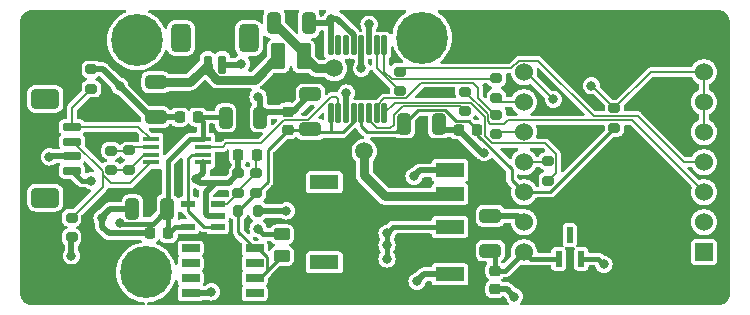
<source format=gbr>
%TF.GenerationSoftware,KiCad,Pcbnew,7.0.6*%
%TF.CreationDate,2024-04-06T17:32:54-04:00*%
%TF.ProjectId,5.2_5V,352e325f-3556-42e6-9b69-6361645f7063,rev?*%
%TF.SameCoordinates,Original*%
%TF.FileFunction,Copper,L1,Top*%
%TF.FilePolarity,Positive*%
%FSLAX46Y46*%
G04 Gerber Fmt 4.6, Leading zero omitted, Abs format (unit mm)*
G04 Created by KiCad (PCBNEW 7.0.6) date 2024-04-06 17:32:54*
%MOMM*%
%LPD*%
G01*
G04 APERTURE LIST*
G04 Aperture macros list*
%AMRoundRect*
0 Rectangle with rounded corners*
0 $1 Rounding radius*
0 $2 $3 $4 $5 $6 $7 $8 $9 X,Y pos of 4 corners*
0 Add a 4 corners polygon primitive as box body*
4,1,4,$2,$3,$4,$5,$6,$7,$8,$9,$2,$3,0*
0 Add four circle primitives for the rounded corners*
1,1,$1+$1,$2,$3*
1,1,$1+$1,$4,$5*
1,1,$1+$1,$6,$7*
1,1,$1+$1,$8,$9*
0 Add four rect primitives between the rounded corners*
20,1,$1+$1,$2,$3,$4,$5,0*
20,1,$1+$1,$4,$5,$6,$7,0*
20,1,$1+$1,$6,$7,$8,$9,0*
20,1,$1+$1,$8,$9,$2,$3,0*%
G04 Aperture macros list end*
%TA.AperFunction,SMDPad,CuDef*%
%ADD10RoundRect,0.200000X-0.275000X0.200000X-0.275000X-0.200000X0.275000X-0.200000X0.275000X0.200000X0*%
%TD*%
%TA.AperFunction,SMDPad,CuDef*%
%ADD11R,1.400000X0.450000*%
%TD*%
%TA.AperFunction,SMDPad,CuDef*%
%ADD12RoundRect,0.225000X-0.225000X-0.250000X0.225000X-0.250000X0.225000X0.250000X-0.225000X0.250000X0*%
%TD*%
%TA.AperFunction,SMDPad,CuDef*%
%ADD13R,2.440000X1.200000*%
%TD*%
%TA.AperFunction,SMDPad,CuDef*%
%ADD14RoundRect,0.200000X0.275000X-0.200000X0.275000X0.200000X-0.275000X0.200000X-0.275000X-0.200000X0*%
%TD*%
%TA.AperFunction,SMDPad,CuDef*%
%ADD15RoundRect,0.250000X-0.325000X-0.650000X0.325000X-0.650000X0.325000X0.650000X-0.325000X0.650000X0*%
%TD*%
%TA.AperFunction,SMDPad,CuDef*%
%ADD16RoundRect,0.225000X-0.250000X0.225000X-0.250000X-0.225000X0.250000X-0.225000X0.250000X0.225000X0*%
%TD*%
%TA.AperFunction,SMDPad,CuDef*%
%ADD17RoundRect,0.425000X0.775000X-0.425000X0.775000X0.425000X-0.775000X0.425000X-0.775000X-0.425000X0*%
%TD*%
%TA.AperFunction,SMDPad,CuDef*%
%ADD18RoundRect,0.150000X0.650000X-0.150000X0.650000X0.150000X-0.650000X0.150000X-0.650000X-0.150000X0*%
%TD*%
%TA.AperFunction,SMDPad,CuDef*%
%ADD19RoundRect,0.250000X0.650000X-0.325000X0.650000X0.325000X-0.650000X0.325000X-0.650000X-0.325000X0*%
%TD*%
%TA.AperFunction,SMDPad,CuDef*%
%ADD20RoundRect,0.425000X-0.425000X-0.775000X0.425000X-0.775000X0.425000X0.775000X-0.425000X0.775000X0*%
%TD*%
%TA.AperFunction,SMDPad,CuDef*%
%ADD21RoundRect,0.150000X-0.150000X-0.650000X0.150000X-0.650000X0.150000X0.650000X-0.150000X0.650000X0*%
%TD*%
%TA.AperFunction,ComponentPad*%
%ADD22C,4.400000*%
%TD*%
%TA.AperFunction,SMDPad,CuDef*%
%ADD23RoundRect,0.225000X0.225000X0.250000X-0.225000X0.250000X-0.225000X-0.250000X0.225000X-0.250000X0*%
%TD*%
%TA.AperFunction,SMDPad,CuDef*%
%ADD24R,0.558800X1.320800*%
%TD*%
%TA.AperFunction,SMDPad,CuDef*%
%ADD25RoundRect,0.200000X-0.200000X-0.275000X0.200000X-0.275000X0.200000X0.275000X-0.200000X0.275000X0*%
%TD*%
%TA.AperFunction,SMDPad,CuDef*%
%ADD26RoundRect,0.250000X0.450000X-0.262500X0.450000X0.262500X-0.450000X0.262500X-0.450000X-0.262500X0*%
%TD*%
%TA.AperFunction,SMDPad,CuDef*%
%ADD27RoundRect,0.250000X-0.375000X-0.850000X0.375000X-0.850000X0.375000X0.850000X-0.375000X0.850000X0*%
%TD*%
%TA.AperFunction,SMDPad,CuDef*%
%ADD28RoundRect,0.250000X-0.650000X0.325000X-0.650000X-0.325000X0.650000X-0.325000X0.650000X0.325000X0*%
%TD*%
%TA.AperFunction,ComponentPad*%
%ADD29R,1.530000X1.530000*%
%TD*%
%TA.AperFunction,ComponentPad*%
%ADD30C,1.530000*%
%TD*%
%TA.AperFunction,SMDPad,CuDef*%
%ADD31R,1.526000X0.650000*%
%TD*%
%TA.AperFunction,SMDPad,CuDef*%
%ADD32RoundRect,0.250000X0.325000X0.650000X-0.325000X0.650000X-0.325000X-0.650000X0.325000X-0.650000X0*%
%TD*%
%TA.AperFunction,SMDPad,CuDef*%
%ADD33R,1.200000X0.600000*%
%TD*%
%TA.AperFunction,SMDPad,CuDef*%
%ADD34RoundRect,0.020500X-0.184500X0.764500X-0.184500X-0.764500X0.184500X-0.764500X0.184500X0.764500X0*%
%TD*%
%TA.AperFunction,ViaPad*%
%ADD35C,0.800000*%
%TD*%
%TA.AperFunction,ViaPad*%
%ADD36C,1.500000*%
%TD*%
%TA.AperFunction,Conductor*%
%ADD37C,0.250000*%
%TD*%
%TA.AperFunction,Conductor*%
%ADD38C,0.400000*%
%TD*%
%TA.AperFunction,Conductor*%
%ADD39C,0.127000*%
%TD*%
%TA.AperFunction,Conductor*%
%ADD40C,0.500000*%
%TD*%
%TA.AperFunction,Conductor*%
%ADD41C,0.750000*%
%TD*%
%TA.AperFunction,Conductor*%
%ADD42C,0.200000*%
%TD*%
G04 APERTURE END LIST*
D10*
%TO.P,R11,1*%
%TO.N,GND*%
X131550000Y-36900000D03*
%TO.P,R11,2*%
%TO.N,S-*%
X131550000Y-38550000D03*
%TD*%
D11*
%TO.P,IC1,1,-IN*%
%TO.N,S-*%
X136611000Y-42840000D03*
%TO.P,IC1,2,RG_1*%
%TO.N,Net-(IC1-RG_1)*%
X136611000Y-43490000D03*
%TO.P,IC1,3,RG_2*%
%TO.N,Net-(IC1-RG_2)*%
X136611000Y-44140000D03*
%TO.P,IC1,4,+IN*%
%TO.N,S+*%
X136611000Y-44790000D03*
%TO.P,IC1,5,-VS*%
%TO.N,GND*%
X141011000Y-44790000D03*
%TO.P,IC1,6,REF*%
%TO.N,1.25V*%
X141011000Y-44140000D03*
%TO.P,IC1,7,OUT*%
%TO.N,ampSig*%
X141011000Y-43490000D03*
%TO.P,IC1,8,+VS*%
%TO.N,5V*%
X141011000Y-42840000D03*
%TD*%
D12*
%TO.P,C3,1*%
%TO.N,GND*%
X144005000Y-44196000D03*
%TO.P,C3,2*%
%TO.N,Net-(IC4-+IN)*%
X145555000Y-44196000D03*
%TD*%
D13*
%TO.P,PS2,1,-VIN_(GND)*%
%TO.N,GND*%
X161925000Y-45466000D03*
%TO.P,PS2,2,+VIN_(VCC)*%
%TO.N,Net-(PS2-+VIN_(VCC))*%
X161925000Y-47466000D03*
%TO.P,PS2,3,+VOUT*%
%TO.N,5V*%
X161925000Y-50266000D03*
%TO.P,PS2,5,-VOUT*%
%TO.N,GND*%
X161925000Y-54266000D03*
%TO.P,PS2,6,NC_1*%
%TO.N,unconnected-(PS2-NC_1-Pad6)*%
X151285000Y-46466000D03*
%TO.P,PS2,7,NC_2*%
%TO.N,unconnected-(PS2-NC_2-Pad7)*%
X151285000Y-53266000D03*
%TD*%
D10*
%TO.P,R2,1*%
%TO.N,DIN*%
X170240000Y-44675000D03*
%TO.P,R2,2*%
%TO.N,Net-(U1-DIN)*%
X170240000Y-46325000D03*
%TD*%
D14*
%TO.P,R5,1*%
%TO.N,3V3*%
X175850000Y-41875000D03*
%TO.P,R5,2*%
%TO.N,Net-(U3-PA8_A4_D4_SDA)*%
X175850000Y-40225000D03*
%TD*%
D15*
%TO.P,C7,1*%
%TO.N,GND*%
X135035000Y-48740000D03*
%TO.P,C7,2*%
%TO.N,5V*%
X137985000Y-48740000D03*
%TD*%
D16*
%TO.P,C4,1*%
%TO.N,Net-(D1-K)*%
X165735000Y-53950000D03*
%TO.P,C4,2*%
%TO.N,GND*%
X165735000Y-55500000D03*
%TD*%
D17*
%TO.P,J2,*%
%TO.N,*%
X127671000Y-47775500D03*
X127671000Y-39425500D03*
D18*
%TO.P,J2,1,Pin_1*%
%TO.N,S-*%
X129921000Y-41775500D03*
%TO.P,J2,2,Pin_2*%
%TO.N,S+*%
X129921000Y-43025500D03*
%TO.P,J2,3,Pin_3*%
%TO.N,GND*%
X129921000Y-44275500D03*
%TO.P,J2,4,Pin_4*%
%TO.N,5V*%
X129921000Y-45525500D03*
%TD*%
D19*
%TO.P,C15,1*%
%TO.N,2.5v*%
X150114000Y-41988000D03*
%TO.P,C15,2*%
%TO.N,GND*%
X150114000Y-39038000D03*
%TD*%
D20*
%TO.P,J1,*%
%TO.N,*%
X139148500Y-34260500D03*
X144898500Y-34260500D03*
D21*
%TO.P,J1,1,Pin_1*%
%TO.N,GND*%
X142648500Y-36510500D03*
%TO.P,J1,2,Pin_2*%
%TO.N,Net-(J1-Pin_2)*%
X141398500Y-36510500D03*
%TD*%
D10*
%TO.P,R1,1*%
%TO.N,CS*%
X157675000Y-37100000D03*
%TO.P,R1,2*%
%TO.N,Net-(U1-~{CS})*%
X157675000Y-38750000D03*
%TD*%
D22*
%TO.P,H3,1*%
%TO.N,N/C*%
X159562800Y-34239200D03*
%TD*%
D16*
%TO.P,C14,1*%
%TO.N,GND*%
X148209000Y-40500000D03*
%TO.P,C14,2*%
%TO.N,2.5v*%
X148209000Y-42050000D03*
%TD*%
D10*
%TO.P,R10,1*%
%TO.N,S+*%
X129900000Y-49475000D03*
%TO.P,R10,2*%
%TO.N,GND*%
X129900000Y-51125000D03*
%TD*%
%TO.P,R6,1*%
%TO.N,DRDY*%
X163195000Y-38799000D03*
%TO.P,R6,2*%
%TO.N,Net-(U1-~{DRDY})*%
X163195000Y-40449000D03*
%TD*%
D23*
%TO.P,C6,1*%
%TO.N,5V*%
X138085000Y-50780000D03*
%TO.P,C6,2*%
%TO.N,GND*%
X136535000Y-50780000D03*
%TD*%
D10*
%TO.P,RG1,1*%
%TO.N,Net-(IC1-RG_1)*%
X134775000Y-43775000D03*
%TO.P,RG1,2*%
%TO.N,Net-(IC1-RG_2)*%
X134775000Y-45425000D03*
%TD*%
D24*
%TO.P,D1,1,K*%
%TO.N,Net-(D1-K)*%
X171122500Y-52966000D03*
%TO.P,D1,2,A*%
%TO.N,5V*%
X173027500Y-52966000D03*
%TO.P,D1,3*%
%TO.N,N/C*%
X172075000Y-50934000D03*
%TD*%
D14*
%TO.P,R8,1*%
%TO.N,2.5v*%
X145542000Y-47370000D03*
%TO.P,R8,2*%
%TO.N,Net-(IC4-+IN)*%
X145542000Y-45720000D03*
%TD*%
D25*
%TO.P,R12,1*%
%TO.N,2.5v*%
X144018000Y-48895000D03*
%TO.P,R12,2*%
%TO.N,GND*%
X145668000Y-48895000D03*
%TD*%
D15*
%TO.P,C11,1*%
%TO.N,5V*%
X142924000Y-41021000D03*
%TO.P,C11,2*%
%TO.N,GND*%
X145874000Y-41021000D03*
%TD*%
D26*
%TO.P,R7,1*%
%TO.N,2.5v*%
X147701000Y-52705000D03*
%TO.P,R7,2*%
%TO.N,5V*%
X147701000Y-50880000D03*
%TD*%
D27*
%TO.P,L1,1,1*%
%TO.N,Net-(J1-Pin_2)*%
X147388000Y-35814000D03*
%TO.P,L1,2,2*%
%TO.N,Net-(PS2-+VIN_(VCC))*%
X149538000Y-35814000D03*
%TD*%
D10*
%TO.P,R4,1*%
%TO.N,Net-(U1-DOUT{slash}~DRDY)*%
X165862000Y-40750000D03*
%TO.P,R4,2*%
%TO.N,DOUT*%
X165862000Y-42400000D03*
%TD*%
D28*
%TO.P,C12,1*%
%TO.N,Net-(J1-Pin_2)*%
X137025000Y-38000000D03*
%TO.P,C12,2*%
%TO.N,GND*%
X137025000Y-40950000D03*
%TD*%
D10*
%TO.P,RG1\u002C2,1*%
%TO.N,Net-(IC1-RG_1)*%
X133223000Y-43789600D03*
%TO.P,RG1\u002C2,2*%
%TO.N,Net-(IC1-RG_2)*%
X133223000Y-45439600D03*
%TD*%
D22*
%TO.P,H2,1*%
%TO.N,N/C*%
X136194800Y-54102000D03*
%TD*%
D12*
%TO.P,C1,1*%
%TO.N,GND*%
X162674000Y-42037000D03*
%TO.P,C1,2*%
%TO.N,3V3*%
X164224000Y-42037000D03*
%TD*%
D29*
%TO.P,U3,1,PA02_A0_D0*%
%TO.N,GND*%
X183432500Y-52380000D03*
D30*
%TO.P,U3,2,PA4_A1_D1*%
X183432500Y-49840000D03*
%TO.P,U3,3,PA10_A2_D2*%
%TO.N,DRDY*%
X183432500Y-47300000D03*
%TO.P,U3,4,PA11_A3_D3*%
%TO.N,CS*%
X183432500Y-44760000D03*
%TO.P,U3,5,PA8_A4_D4_SDA*%
%TO.N,Net-(U3-PA8_A4_D4_SDA)*%
X183432500Y-42220000D03*
%TO.P,U3,6,PA9_A5_D5_SCL*%
X183432500Y-39680000D03*
%TO.P,U3,7,PB08_A6_D6_TX*%
X183432500Y-37140000D03*
%TO.P,U3,8,PB09_A7_D7_RX*%
X168192500Y-37140000D03*
%TO.P,U3,9,PA7_A8_D8_SCK*%
%TO.N,SCLK*%
X168192500Y-39680000D03*
%TO.P,U3,10,PA5_A9_D9_MISO*%
%TO.N,DOUT*%
X168192500Y-42220000D03*
%TO.P,U3,11,PA6_A10_D10_MOSI*%
%TO.N,DIN*%
X168192500Y-44760000D03*
%TO.P,U3,12,3V3*%
%TO.N,3V3*%
X168192500Y-47300000D03*
%TO.P,U3,13,GND*%
%TO.N,GND*%
X168192500Y-49840000D03*
%TO.P,U3,14,5V*%
%TO.N,Net-(D1-K)*%
X168192500Y-52380000D03*
%TD*%
D31*
%TO.P,IC2,1,NC_1*%
%TO.N,unconnected-(IC2-NC_1-Pad1)*%
X139963000Y-52070000D03*
%TO.P,IC2,2,NC_2*%
%TO.N,unconnected-(IC2-NC_2-Pad2)*%
X139963000Y-53340000D03*
%TO.P,IC2,3,NC_3*%
%TO.N,unconnected-(IC2-NC_3-Pad3)*%
X139963000Y-54610000D03*
%TO.P,IC2,4,(-)*%
%TO.N,GND*%
X139963000Y-55880000D03*
%TO.P,IC2,5,ADJ*%
%TO.N,unconnected-(IC2-ADJ-Pad5)*%
X145387000Y-55880000D03*
%TO.P,IC2,6,(+)_1*%
%TO.N,2.5v*%
X145387000Y-54610000D03*
%TO.P,IC2,7,NC_4*%
%TO.N,unconnected-(IC2-NC_4-Pad7)*%
X145387000Y-53340000D03*
%TO.P,IC2,8,(+)_2*%
%TO.N,2.5v*%
X145387000Y-52070000D03*
%TD*%
D32*
%TO.P,C13,1*%
%TO.N,GND*%
X149987000Y-33020000D03*
%TO.P,C13,2*%
%TO.N,Net-(PS2-+VIN_(VCC))*%
X147037000Y-33020000D03*
%TD*%
D28*
%TO.P,C5,1*%
%TO.N,GND*%
X165354000Y-49325000D03*
%TO.P,C5,2*%
%TO.N,Net-(D1-K)*%
X165354000Y-52275000D03*
%TD*%
D12*
%TO.P,C10,1*%
%TO.N,GND*%
X139025000Y-40950000D03*
%TO.P,C10,2*%
%TO.N,5V*%
X140575000Y-40950000D03*
%TD*%
D15*
%TO.P,C2,1*%
%TO.N,3V3*%
X158037000Y-41529000D03*
%TO.P,C2,2*%
%TO.N,GND*%
X160987000Y-41529000D03*
%TD*%
D14*
%TO.P,R3,1*%
%TO.N,SCLK*%
X165862000Y-39306000D03*
%TO.P,R3,2*%
%TO.N,Net-(U1-SCLK)*%
X165862000Y-37656000D03*
%TD*%
D33*
%TO.P,IC4,1,OUT*%
%TO.N,1.25V*%
X142250000Y-50250000D03*
%TO.P,IC4,2,V-*%
%TO.N,GND*%
X142250000Y-49300000D03*
%TO.P,IC4,3,+IN*%
%TO.N,Net-(IC4-+IN)*%
X142250000Y-48350000D03*
%TO.P,IC4,4,-IN*%
%TO.N,1.25V*%
X139750000Y-48350000D03*
%TO.P,IC4,5,V+*%
%TO.N,5V*%
X139750000Y-50250000D03*
%TD*%
D14*
%TO.P,R9,1*%
%TO.N,Net-(IC4-+IN)*%
X144018000Y-47370000D03*
%TO.P,R9,2*%
%TO.N,GND*%
X144018000Y-45720000D03*
%TD*%
D34*
%TO.P,U1,1,SCLK*%
%TO.N,Net-(U1-SCLK)*%
X156375000Y-34885000D03*
%TO.P,U1,2,~{CS}*%
%TO.N,Net-(U1-~{CS})*%
X155725000Y-34885000D03*
%TO.P,U1,3,CLK*%
%TO.N,GND*%
X155075000Y-34885000D03*
%TO.P,U1,4,DGND*%
X154425000Y-34885000D03*
%TO.P,U1,5,AVSS*%
X153775000Y-34885000D03*
%TO.P,U1,6,AIN3/REFN1*%
%TO.N,unconnected-(U1-AIN3{slash}REFN1-Pad6)*%
X153125000Y-34885000D03*
%TO.P,U1,7,AIN2*%
%TO.N,unconnected-(U1-AIN2-Pad7)*%
X152475000Y-34885000D03*
%TO.P,U1,8,REFN0*%
%TO.N,GND*%
X151825000Y-34885000D03*
%TO.P,U1,9,REFP0*%
%TO.N,2.5v*%
X151825000Y-40625000D03*
%TO.P,U1,10,AIN1*%
%TO.N,ampSig*%
X152475000Y-40625000D03*
%TO.P,U1,11,AIN0/REFP1*%
%TO.N,GND*%
X153125000Y-40625000D03*
%TO.P,U1,12,AVDD*%
%TO.N,2.5v*%
X153775000Y-40625000D03*
%TO.P,U1,13,DVDD*%
%TO.N,3V3*%
X154425000Y-40625000D03*
%TO.P,U1,14,~{DRDY}*%
%TO.N,Net-(U1-~{DRDY})*%
X155075000Y-40625000D03*
%TO.P,U1,15,DOUT/~DRDY*%
%TO.N,Net-(U1-DOUT{slash}~DRDY)*%
X155725000Y-40625000D03*
%TO.P,U1,16,DIN*%
%TO.N,Net-(U1-DIN)*%
X156375000Y-40625000D03*
%TD*%
D22*
%TO.P,H1,1*%
%TO.N,N/C*%
X135432800Y-34442400D03*
%TD*%
D35*
%TO.N,5V*%
X174950000Y-53425000D03*
X145669000Y-50419000D03*
X156591000Y-50800000D03*
X131572000Y-46355000D03*
X156591000Y-51816000D03*
X156591000Y-52959000D03*
X133975000Y-49900000D03*
%TO.N,GND*%
X128016000Y-44323000D03*
X158877000Y-45974000D03*
X153150000Y-38925000D03*
X140462000Y-46228000D03*
X141732000Y-55753000D03*
X148082000Y-48895000D03*
X155075000Y-33100000D03*
X129875000Y-52700000D03*
X159131000Y-54864000D03*
X133975000Y-38350000D03*
X145669000Y-39243000D03*
X132470000Y-49493844D03*
X144272000Y-36449000D03*
X167375000Y-56150000D03*
X151892000Y-32639000D03*
X154425000Y-36825000D03*
X164829819Y-43958181D03*
D36*
%TO.N,Net-(PS2-+VIN_(VCC))*%
X154675700Y-43850700D03*
X152146000Y-36830000D03*
D35*
%TO.N,Net-(U3-PA8_A4_D4_SDA)*%
X170675000Y-39450000D03*
X173900000Y-38300000D03*
%TD*%
D37*
%TO.N,3V3*%
X168192500Y-47300000D02*
X170425000Y-47300000D01*
X164224000Y-42037000D02*
X163497000Y-41310000D01*
X164224000Y-42037000D02*
X164224000Y-42431000D01*
X161519935Y-40377000D02*
X159189000Y-40377000D01*
X154425000Y-41725000D02*
X154925500Y-42225500D01*
X167142500Y-46250000D02*
X168192500Y-47300000D01*
X162452935Y-41310000D02*
X161519935Y-40377000D01*
X157340500Y-42225500D02*
X158037000Y-41529000D01*
X163497000Y-41310000D02*
X162452935Y-41310000D01*
X159189000Y-40377000D02*
X158037000Y-41529000D01*
X164224000Y-42431000D02*
X167142500Y-45349500D01*
X154425000Y-40625000D02*
X154425000Y-41725000D01*
X167142500Y-45349500D02*
X167142500Y-46250000D01*
X170425000Y-47300000D02*
X175850000Y-41875000D01*
X154925500Y-42225500D02*
X157340500Y-42225500D01*
D38*
%TO.N,5V*%
X138050000Y-44701000D02*
X139911000Y-42840000D01*
X138050000Y-48800000D02*
X138050000Y-44701000D01*
X139911000Y-42840000D02*
X141011000Y-42840000D01*
X140575000Y-40950000D02*
X142853000Y-40950000D01*
X174491000Y-52966000D02*
X174950000Y-53425000D01*
X137985000Y-48740000D02*
X136758000Y-49967000D01*
X136758000Y-49967000D02*
X134042000Y-49967000D01*
X130750500Y-46355000D02*
X129921000Y-45525500D01*
X134042000Y-49967000D02*
X133975000Y-49900000D01*
X131572000Y-46355000D02*
X130750500Y-46355000D01*
X139750000Y-50250000D02*
X138615000Y-50250000D01*
X156591000Y-51816000D02*
X156591000Y-52959000D01*
X156591000Y-50800000D02*
X156591000Y-51816000D01*
X138615000Y-50250000D02*
X138085000Y-50780000D01*
X141011000Y-41386000D02*
X140575000Y-40950000D01*
X173027500Y-52966000D02*
X174491000Y-52966000D01*
X157125000Y-50266000D02*
X156591000Y-50800000D01*
X141011000Y-42840000D02*
X141011000Y-41386000D01*
X161925000Y-50266000D02*
X157125000Y-50266000D01*
X146130000Y-50880000D02*
X145669000Y-50419000D01*
X147701000Y-50880000D02*
X146130000Y-50880000D01*
X138085000Y-50780000D02*
X138085000Y-48840000D01*
D39*
%TO.N,ampSig*%
X151892000Y-39243000D02*
X152303500Y-39243000D01*
X152303500Y-39243000D02*
X152475000Y-39414500D01*
X147973894Y-41222500D02*
X148007500Y-41222500D01*
X147973894Y-41222500D02*
X149912500Y-41222500D01*
X147880500Y-41222500D02*
X147973894Y-41222500D01*
X143002000Y-43180000D02*
X145923000Y-43180000D01*
X141011000Y-43490000D02*
X142692000Y-43490000D01*
X149912500Y-41222500D02*
X151892000Y-39243000D01*
X145923000Y-43180000D02*
X147880500Y-41222500D01*
X152475000Y-39414500D02*
X152475000Y-40625000D01*
X142692000Y-43490000D02*
X143002000Y-43180000D01*
D40*
%TO.N,GND*%
X142072000Y-46535000D02*
X141273000Y-47334000D01*
X139963000Y-55880000D02*
X141605000Y-55880000D01*
X145874000Y-41021000D02*
X146395000Y-40500000D01*
X161925000Y-54266000D02*
X159729000Y-54266000D01*
X153125000Y-40625000D02*
X153125000Y-38950000D01*
X129875000Y-52700000D02*
X129875000Y-51150000D01*
X140769000Y-46535000D02*
X140462000Y-46228000D01*
X148209000Y-40500000D02*
X148652000Y-40500000D01*
X161925000Y-45466000D02*
X159385000Y-45466000D01*
X141011000Y-45679000D02*
X140462000Y-46228000D01*
X148652000Y-40500000D02*
X150114000Y-39038000D01*
X141400000Y-49300000D02*
X142250000Y-49300000D01*
X144210500Y-36510500D02*
X144272000Y-36449000D01*
X144018000Y-45720000D02*
X144018000Y-44209000D01*
X129921000Y-44275500D02*
X128063500Y-44275500D01*
X160987000Y-41529000D02*
X161495000Y-42037000D01*
X164595181Y-43958181D02*
X164829819Y-43958181D01*
X141273000Y-49173000D02*
X141400000Y-49300000D01*
X146395000Y-40500000D02*
X148209000Y-40500000D01*
X159729000Y-54266000D02*
X159131000Y-54864000D01*
X153775000Y-34023850D02*
X153775000Y-34885000D01*
X145874000Y-41021000D02*
X145874000Y-39448000D01*
X132525000Y-36900000D02*
X133975000Y-38350000D01*
X155075000Y-34885000D02*
X155075000Y-33100000D01*
X141011000Y-44790000D02*
X141011000Y-45679000D01*
X167677500Y-49325000D02*
X168192500Y-49840000D01*
X151892000Y-32639000D02*
X152390150Y-32639000D01*
X133150000Y-48740000D02*
X135035000Y-48740000D01*
X141605000Y-55880000D02*
X141732000Y-55753000D01*
X149987000Y-33020000D02*
X151511000Y-33020000D01*
X131550000Y-36900000D02*
X132525000Y-36900000D01*
X142648500Y-36510500D02*
X144210500Y-36510500D01*
X136535000Y-50780000D02*
X133030000Y-50780000D01*
X141273000Y-47334000D02*
X141273000Y-49173000D01*
X151511000Y-33020000D02*
X151892000Y-32639000D01*
X145874000Y-39448000D02*
X145669000Y-39243000D01*
X132470000Y-50220000D02*
X132470000Y-49493844D01*
X166725000Y-55500000D02*
X167375000Y-56150000D01*
X142072000Y-46535000D02*
X140769000Y-46535000D01*
X139025000Y-40950000D02*
X137025000Y-40950000D01*
X145668000Y-48895000D02*
X148082000Y-48895000D01*
X159385000Y-45466000D02*
X158877000Y-45974000D01*
X151892000Y-32639000D02*
X151825000Y-32706000D01*
X152390150Y-32639000D02*
X153775000Y-34023850D01*
X151825000Y-32706000D02*
X151825000Y-34885000D01*
X166725000Y-55500000D02*
X165735000Y-55500000D01*
X162674000Y-42037000D02*
X164595181Y-43958181D01*
X165354000Y-49325000D02*
X167677500Y-49325000D01*
X161495000Y-42037000D02*
X162674000Y-42037000D01*
X132470000Y-49420000D02*
X133150000Y-48740000D01*
X153125000Y-38950000D02*
X153150000Y-38925000D01*
X128063500Y-44275500D02*
X128016000Y-44323000D01*
X136575000Y-40950000D02*
X133975000Y-38350000D01*
X142072000Y-46535000D02*
X143203000Y-46535000D01*
X132470000Y-49493844D02*
X132470000Y-49420000D01*
X133030000Y-50780000D02*
X132470000Y-50220000D01*
X143203000Y-46535000D02*
X144018000Y-45720000D01*
X154425000Y-34885000D02*
X154425000Y-36825000D01*
D41*
%TO.N,Net-(J1-Pin_2)*%
X141398500Y-36510500D02*
X141398500Y-36982567D01*
X139909000Y-38000000D02*
X141398500Y-36510500D01*
X145389500Y-37812500D02*
X147388000Y-35814000D01*
X139909000Y-38000000D02*
X137025000Y-38000000D01*
X142228433Y-37812500D02*
X145389500Y-37812500D01*
X141398500Y-36982567D02*
X142228433Y-37812500D01*
D39*
%TO.N,Net-(IC4-+IN)*%
X142250000Y-48350000D02*
X143038000Y-48350000D01*
X143038000Y-48350000D02*
X144018000Y-47370000D01*
X144018000Y-47244000D02*
X145542000Y-45720000D01*
X145542000Y-45720000D02*
X145542000Y-44209000D01*
D37*
%TO.N,2.5v*%
X152834373Y-42250000D02*
X151825000Y-42250000D01*
X146502000Y-43757000D02*
X148209000Y-42050000D01*
X145825000Y-54610000D02*
X146431000Y-54004000D01*
X146502000Y-46410000D02*
X146502000Y-43757000D01*
X144019000Y-50702000D02*
X144019000Y-48896000D01*
X146431000Y-54004000D02*
X146431000Y-52832000D01*
X144018000Y-48894000D02*
X145542000Y-47370000D01*
X151825000Y-42250000D02*
X151825000Y-40625000D01*
X144019000Y-50702000D02*
X145387000Y-52070000D01*
X153775000Y-40625000D02*
X153775000Y-41309373D01*
X145542000Y-47370000D02*
X146502000Y-46410000D01*
X148209000Y-42050000D02*
X150052000Y-42050000D01*
X150376000Y-42250000D02*
X151825000Y-42250000D01*
X146431000Y-53975000D02*
X147701000Y-52705000D01*
X146431000Y-54004000D02*
X146431000Y-53975000D01*
X153775000Y-41309373D02*
X152834373Y-42250000D01*
X146431000Y-52832000D02*
X145669000Y-52070000D01*
D41*
%TO.N,Net-(PS2-+VIN_(VCC))*%
X150554000Y-36830000D02*
X149538000Y-35814000D01*
X152146000Y-36830000D02*
X150554000Y-36830000D01*
X149538000Y-35521000D02*
X147037000Y-33020000D01*
X154675700Y-45900700D02*
X156450000Y-47675000D01*
X154675700Y-43850700D02*
X154675700Y-45900700D01*
X156450000Y-47675000D02*
X161716000Y-47675000D01*
D39*
%TO.N,Net-(IC1-RG_1)*%
X133223000Y-43789600D02*
X134760400Y-43789600D01*
X135060000Y-43490000D02*
X136611000Y-43490000D01*
%TO.N,Net-(IC1-RG_2)*%
X133223000Y-45439600D02*
X134760400Y-45439600D01*
X134775000Y-45425000D02*
X136060000Y-44140000D01*
D42*
%TO.N,S+*%
X132521000Y-45542341D02*
X132521000Y-45816469D01*
X130004159Y-43025500D02*
X132521000Y-45542341D01*
X134866000Y-46535000D02*
X133239531Y-46535000D01*
X132521000Y-46854000D02*
X129900000Y-49475000D01*
X136611000Y-44790000D02*
X134866000Y-46535000D01*
X132521000Y-45816469D02*
X132521000Y-46854000D01*
X132521000Y-45816469D02*
X133239531Y-46535000D01*
D37*
%TO.N,1.25V*%
X140061000Y-44140000D02*
X141011000Y-44140000D01*
X139750000Y-44451000D02*
X140061000Y-44140000D01*
X139750000Y-48900000D02*
X139750000Y-48350000D01*
X139750000Y-48350000D02*
X139750000Y-44451000D01*
X142250000Y-50250000D02*
X141100000Y-50250000D01*
X141100000Y-50250000D02*
X139750000Y-48900000D01*
D39*
%TO.N,CS*%
X157945000Y-36830000D02*
X167120000Y-36830000D01*
X169409500Y-36184500D02*
X174100000Y-40875000D01*
X177850000Y-40875000D02*
X181735000Y-44760000D01*
X174100000Y-40875000D02*
X177850000Y-40875000D01*
X167765500Y-36184500D02*
X169409500Y-36184500D01*
X167120000Y-36830000D02*
X167765500Y-36184500D01*
X181735000Y-44760000D02*
X183432500Y-44760000D01*
%TO.N,Net-(U1-~{CS})*%
X155725000Y-34885000D02*
X155725000Y-36809210D01*
X155725000Y-36809210D02*
X157665790Y-38750000D01*
%TO.N,DIN*%
X168192500Y-44760000D02*
X170155000Y-44760000D01*
%TO.N,Net-(U1-DIN)*%
X156375000Y-40625000D02*
X157249000Y-39751000D01*
X170905500Y-44105500D02*
X170905500Y-45659500D01*
X164864500Y-40938375D02*
X164864500Y-42563500D01*
X169975500Y-43175500D02*
X170905500Y-44105500D01*
X163677125Y-39751000D02*
X164864500Y-40938375D01*
X165476500Y-43175500D02*
X169975500Y-43175500D01*
X157249000Y-39751000D02*
X163677125Y-39751000D01*
X170905500Y-45659500D02*
X170240000Y-46325000D01*
X164864500Y-42563500D02*
X165476500Y-43175500D01*
%TO.N,Net-(U1-DOUT{slash}~DRDY)*%
X163886000Y-38029000D02*
X164338000Y-38481000D01*
X164338000Y-39370000D02*
X165718000Y-40750000D01*
X164338000Y-38481000D02*
X164338000Y-39370000D01*
X159508750Y-38029000D02*
X163886000Y-38029000D01*
X156377601Y-39375000D02*
X158162750Y-39375000D01*
X155725000Y-40027601D02*
X156377601Y-39375000D01*
X158162750Y-39375000D02*
X159508750Y-38029000D01*
%TO.N,DOUT*%
X166042000Y-42220000D02*
X168192500Y-42220000D01*
%TO.N,DRDY*%
X165118500Y-40722500D02*
X163195000Y-38799000D01*
X165354000Y-41529000D02*
X165118500Y-41293500D01*
X166497000Y-41529000D02*
X165354000Y-41529000D01*
X177357500Y-41225000D02*
X166801000Y-41225000D01*
X165118500Y-41293500D02*
X165118500Y-40722500D01*
X166801000Y-41225000D02*
X166497000Y-41529000D01*
X183432500Y-47300000D02*
X177357500Y-41225000D01*
%TO.N,Net-(U1-~{DRDY})*%
X157154500Y-40813539D02*
X157963039Y-40005000D01*
X156845000Y-41910000D02*
X157154500Y-41600500D01*
X157963039Y-40005000D02*
X162751000Y-40005000D01*
X162751000Y-40005000D02*
X163195000Y-40449000D01*
X157154500Y-41600500D02*
X157154500Y-40813539D01*
X155075000Y-41222399D02*
X155762601Y-41910000D01*
X155762601Y-41910000D02*
X156845000Y-41910000D01*
%TO.N,SCLK*%
X166236000Y-39680000D02*
X168192500Y-39680000D01*
X165862000Y-39306000D02*
X166236000Y-39680000D01*
%TO.N,Net-(U1-SCLK)*%
X156375000Y-37100000D02*
X156983000Y-37708000D01*
X156375000Y-37100000D02*
X156375000Y-34885000D01*
X156983000Y-37708000D02*
X165810000Y-37708000D01*
D42*
%TO.N,S-*%
X129921000Y-41775500D02*
X129921000Y-40179000D01*
X135546500Y-41775500D02*
X136611000Y-42840000D01*
X129921000Y-40179000D02*
X131550000Y-38550000D01*
X129921000Y-41775500D02*
X135546500Y-41775500D01*
D39*
%TO.N,Net-(U3-PA8_A4_D4_SDA)*%
X175850000Y-40225000D02*
X173925000Y-38300000D01*
X170675000Y-39450000D02*
X168365000Y-37140000D01*
X183432500Y-39680000D02*
X183432500Y-42220000D01*
X175850000Y-40225000D02*
X178935000Y-37140000D01*
X183432500Y-37140000D02*
X183432500Y-39680000D01*
X178935000Y-37140000D02*
X183432500Y-37140000D01*
X173925000Y-38300000D02*
X173900000Y-38300000D01*
D38*
%TO.N,Net-(D1-K)*%
X165735000Y-52656000D02*
X165354000Y-52275000D01*
X171122500Y-52966000D02*
X168778500Y-52966000D01*
X165735000Y-53950000D02*
X165735000Y-52656000D01*
X166622500Y-53950000D02*
X165735000Y-53950000D01*
X166622500Y-53950000D02*
X168192500Y-52380000D01*
X168778500Y-52966000D02*
X168192500Y-52380000D01*
%TD*%
%TA.AperFunction,NonConductor*%
G36*
X151388094Y-31897185D02*
G01*
X151433849Y-31949989D01*
X151443793Y-32019147D01*
X151414768Y-32082703D01*
X151408736Y-32089181D01*
X151317258Y-32180658D01*
X151229677Y-32320044D01*
X151229676Y-32320046D01*
X151216937Y-32356454D01*
X151176215Y-32413230D01*
X151111262Y-32438978D01*
X151099895Y-32439500D01*
X151015403Y-32439500D01*
X150948364Y-32419815D01*
X150902609Y-32367011D01*
X150892464Y-32331684D01*
X150877559Y-32218464D01*
X150877558Y-32218460D01*
X150871118Y-32202913D01*
X150819066Y-32077245D01*
X150818868Y-32076987D01*
X150818769Y-32076731D01*
X150815002Y-32070206D01*
X150816019Y-32069618D01*
X150793673Y-32011821D01*
X150807710Y-31943376D01*
X150856522Y-31893384D01*
X150917243Y-31877500D01*
X151321055Y-31877500D01*
X151388094Y-31897185D01*
G37*
%TD.AperFunction*%
%TA.AperFunction,NonConductor*%
G36*
X149123796Y-31897185D02*
G01*
X149169551Y-31949989D01*
X149179495Y-32019147D01*
X149158185Y-32069736D01*
X149158998Y-32070206D01*
X149155263Y-32076673D01*
X149155131Y-32076987D01*
X149155022Y-32077130D01*
X149154932Y-32077247D01*
X149096443Y-32218455D01*
X149096442Y-32218459D01*
X149081500Y-32331945D01*
X149081500Y-33708041D01*
X149088208Y-33758995D01*
X149077440Y-33828030D01*
X149031059Y-33880285D01*
X148963790Y-33899169D01*
X148896990Y-33878687D01*
X148877587Y-33862859D01*
X147978818Y-32964089D01*
X147945333Y-32902766D01*
X147942499Y-32876408D01*
X147942499Y-32331951D01*
X147927559Y-32218464D01*
X147927558Y-32218460D01*
X147921118Y-32202913D01*
X147869066Y-32077245D01*
X147868868Y-32076987D01*
X147868769Y-32076731D01*
X147865002Y-32070206D01*
X147866019Y-32069618D01*
X147843673Y-32011821D01*
X147857710Y-31943376D01*
X147906522Y-31893384D01*
X147967243Y-31877500D01*
X149056757Y-31877500D01*
X149123796Y-31897185D01*
G37*
%TD.AperFunction*%
%TA.AperFunction,NonConductor*%
G36*
X158193664Y-31897185D02*
G01*
X158239419Y-31949989D01*
X158249363Y-32019147D01*
X158220338Y-32082703D01*
X158199510Y-32101818D01*
X157946618Y-32285554D01*
X157946608Y-32285562D01*
X157714499Y-32503527D01*
X157511531Y-32748873D01*
X157340923Y-33017709D01*
X157340920Y-33017715D01*
X157205351Y-33305812D01*
X157205349Y-33305817D01*
X157139325Y-33509019D01*
X157106954Y-33608646D01*
X157074373Y-33779441D01*
X157060658Y-33851338D01*
X157028759Y-33913501D01*
X156968317Y-33948551D01*
X156898520Y-33945359D01*
X156851173Y-33915783D01*
X156766280Y-33830890D01*
X156727314Y-33811841D01*
X156661038Y-33779441D01*
X156592808Y-33769500D01*
X156157192Y-33769500D01*
X156090768Y-33779177D01*
X156088955Y-33779442D01*
X156086604Y-33780169D01*
X156083687Y-33780209D01*
X156079432Y-33780830D01*
X156079350Y-33780270D01*
X156016741Y-33781151D01*
X156013396Y-33780169D01*
X156011044Y-33779442D01*
X156011038Y-33779441D01*
X155942808Y-33769500D01*
X155942803Y-33769500D01*
X155779500Y-33769500D01*
X155712461Y-33749815D01*
X155666706Y-33697011D01*
X155655500Y-33645500D01*
X155655500Y-33584900D01*
X155674505Y-33518929D01*
X155737322Y-33418957D01*
X155791691Y-33263580D01*
X155791692Y-33263574D01*
X155810122Y-33100003D01*
X155810122Y-33099996D01*
X155791692Y-32936425D01*
X155791691Y-32936423D01*
X155791691Y-32936420D01*
X155737322Y-32781043D01*
X155649742Y-32641659D01*
X155533341Y-32525258D01*
X155393957Y-32437678D01*
X155393956Y-32437677D01*
X155393955Y-32437677D01*
X155393953Y-32437676D01*
X155238574Y-32383307D01*
X155075004Y-32364878D01*
X155074996Y-32364878D01*
X154911425Y-32383307D01*
X154756046Y-32437676D01*
X154756044Y-32437677D01*
X154616658Y-32525258D01*
X154500258Y-32641658D01*
X154412677Y-32781044D01*
X154412676Y-32781046D01*
X154358307Y-32936425D01*
X154339878Y-33099996D01*
X154339878Y-33100003D01*
X154358307Y-33263574D01*
X154412676Y-33418953D01*
X154412677Y-33418955D01*
X154412678Y-33418957D01*
X154475494Y-33518929D01*
X154494500Y-33584900D01*
X154494500Y-33642652D01*
X154474815Y-33709691D01*
X154422011Y-33755446D01*
X154352853Y-33765390D01*
X154289297Y-33736365D01*
X154272124Y-33718139D01*
X154211565Y-33639217D01*
X154211557Y-33639207D01*
X154189017Y-33609833D01*
X154189015Y-33609832D01*
X154189015Y-33609831D01*
X154176547Y-33600264D01*
X154161793Y-33588943D01*
X154155703Y-33583602D01*
X152830394Y-32258293D01*
X152825055Y-32252205D01*
X152804167Y-32224983D01*
X152804165Y-32224981D01*
X152804164Y-32224980D01*
X152775417Y-32202922D01*
X152775406Y-32202913D01*
X152682905Y-32131934D01*
X152644583Y-32116061D01*
X152590180Y-32072220D01*
X152568115Y-32005926D01*
X152585394Y-31938227D01*
X152636531Y-31890616D01*
X152692036Y-31877500D01*
X158126625Y-31877500D01*
X158193664Y-31897185D01*
G37*
%TD.AperFunction*%
%TA.AperFunction,NonConductor*%
G36*
X151187539Y-33620185D02*
G01*
X151233294Y-33672989D01*
X151244500Y-33724500D01*
X151244500Y-34923054D01*
X151259442Y-35036540D01*
X151259442Y-35036541D01*
X151280061Y-35086319D01*
X151289500Y-35133772D01*
X151289500Y-35682808D01*
X151299441Y-35751038D01*
X151343803Y-35841784D01*
X151350890Y-35856280D01*
X151382759Y-35888149D01*
X151416244Y-35949472D01*
X151411260Y-36019164D01*
X151378619Y-36067464D01*
X151351559Y-36092134D01*
X151288756Y-36122754D01*
X151268018Y-36124500D01*
X150897590Y-36124500D01*
X150830551Y-36104815D01*
X150809909Y-36088181D01*
X150529818Y-35808090D01*
X150496333Y-35746767D01*
X150493499Y-35720409D01*
X150493499Y-34925951D01*
X150478559Y-34812464D01*
X150478558Y-34812460D01*
X150456905Y-34760183D01*
X150420066Y-34671245D01*
X150420065Y-34671244D01*
X150420065Y-34671243D01*
X150327019Y-34549985D01*
X150327017Y-34549984D01*
X150327017Y-34549983D01*
X150226526Y-34472872D01*
X150185326Y-34416447D01*
X150181171Y-34346701D01*
X150215384Y-34285780D01*
X150277101Y-34253028D01*
X150302014Y-34250499D01*
X150350046Y-34250499D01*
X150350048Y-34250499D01*
X150463535Y-34235559D01*
X150463536Y-34235558D01*
X150463541Y-34235558D01*
X150604755Y-34177066D01*
X150726017Y-34084017D01*
X150819066Y-33962755D01*
X150877558Y-33821541D01*
X150892464Y-33708314D01*
X150920732Y-33644418D01*
X150979056Y-33605947D01*
X151015404Y-33600500D01*
X151120500Y-33600500D01*
X151187539Y-33620185D01*
G37*
%TD.AperFunction*%
%TA.AperFunction,NonConductor*%
G36*
X155274039Y-36020185D02*
G01*
X155319794Y-36072989D01*
X155331000Y-36124500D01*
X155331000Y-36472622D01*
X155311315Y-36539661D01*
X155258511Y-36585416D01*
X155189353Y-36595360D01*
X155125797Y-36566335D01*
X155089959Y-36513577D01*
X155087323Y-36506044D01*
X155024506Y-36406070D01*
X155005500Y-36340099D01*
X155005500Y-36124500D01*
X155025185Y-36057461D01*
X155077989Y-36011706D01*
X155129500Y-36000500D01*
X155207000Y-36000500D01*
X155274039Y-36020185D01*
G37*
%TD.AperFunction*%
%TA.AperFunction,NonConductor*%
G36*
X157115703Y-34954322D02*
G01*
X157152431Y-35009717D01*
X157205349Y-35172582D01*
X157205351Y-35172587D01*
X157340920Y-35460684D01*
X157340923Y-35460690D01*
X157511531Y-35729526D01*
X157511534Y-35729530D01*
X157511535Y-35729531D01*
X157711718Y-35971511D01*
X157714499Y-35974872D01*
X157906430Y-36155108D01*
X157941825Y-36215349D01*
X157939031Y-36285163D01*
X157898938Y-36342384D01*
X157834272Y-36368845D01*
X157821546Y-36369500D01*
X157358469Y-36369500D01*
X157273216Y-36379736D01*
X157137550Y-36433236D01*
X157021352Y-36521353D01*
X156991803Y-36560319D01*
X156935611Y-36601842D01*
X156865889Y-36606393D01*
X156804776Y-36572528D01*
X156771672Y-36510998D01*
X156769000Y-36485393D01*
X156769000Y-35987750D01*
X156788685Y-35920711D01*
X156805320Y-35900068D01*
X156849111Y-35856278D01*
X156900559Y-35751038D01*
X156910500Y-35682808D01*
X156910500Y-35048035D01*
X156930185Y-34980996D01*
X156982989Y-34935241D01*
X157052147Y-34925297D01*
X157115703Y-34954322D01*
G37*
%TD.AperFunction*%
%TA.AperFunction,NonConductor*%
G36*
X146284203Y-34070212D02*
G01*
X146292009Y-34078497D01*
X146292236Y-34078271D01*
X146297982Y-34084017D01*
X146419243Y-34177065D01*
X146419244Y-34177065D01*
X146419245Y-34177066D01*
X146560459Y-34235558D01*
X146646297Y-34246858D01*
X146710191Y-34275124D01*
X146748663Y-34333448D01*
X146749495Y-34403313D01*
X146712423Y-34462537D01*
X146705598Y-34468172D01*
X146598981Y-34549984D01*
X146505934Y-34671243D01*
X146505933Y-34671246D01*
X146447443Y-34812455D01*
X146447442Y-34812459D01*
X146432500Y-34925945D01*
X146432500Y-35720409D01*
X146412815Y-35787448D01*
X146396181Y-35808090D01*
X145133591Y-37070681D01*
X145072268Y-37104166D01*
X145045910Y-37107000D01*
X144945008Y-37107000D01*
X144877969Y-37087315D01*
X144832214Y-37034511D01*
X144822270Y-36965353D01*
X144844420Y-36914106D01*
X144843037Y-36913237D01*
X144850429Y-36901473D01*
X144934322Y-36767957D01*
X144988691Y-36612580D01*
X144989901Y-36601842D01*
X145007122Y-36449003D01*
X145007122Y-36448996D01*
X144988692Y-36285425D01*
X144988691Y-36285423D01*
X144988691Y-36285420D01*
X144934322Y-36130043D01*
X144846742Y-35990659D01*
X144846741Y-35990658D01*
X144843037Y-35984763D01*
X144844581Y-35983792D01*
X144821652Y-35927622D01*
X144834411Y-35858927D01*
X144882283Y-35808035D01*
X144945008Y-35791000D01*
X145373837Y-35791000D01*
X145373842Y-35791000D01*
X145477315Y-35780429D01*
X145644962Y-35724877D01*
X145795278Y-35632160D01*
X145920160Y-35507278D01*
X146012877Y-35356962D01*
X146068429Y-35189315D01*
X146079000Y-35085842D01*
X146079000Y-34163925D01*
X146098685Y-34096886D01*
X146151489Y-34051131D01*
X146220647Y-34041187D01*
X146284203Y-34070212D01*
G37*
%TD.AperFunction*%
%TA.AperFunction,NonConductor*%
G36*
X165113213Y-38121685D02*
G01*
X165144978Y-38151075D01*
X165208352Y-38234647D01*
X165324553Y-38322765D01*
X165433291Y-38365646D01*
X165488435Y-38408551D01*
X165511628Y-38474459D01*
X165495507Y-38542444D01*
X165445190Y-38590920D01*
X165433291Y-38596354D01*
X165324554Y-38639234D01*
X165324553Y-38639234D01*
X165208352Y-38727352D01*
X165120236Y-38843550D01*
X165066736Y-38979217D01*
X165061891Y-39019567D01*
X165056500Y-39064463D01*
X165056500Y-39064464D01*
X165056500Y-39064468D01*
X165056500Y-39231937D01*
X165036815Y-39298976D01*
X164984011Y-39344731D01*
X164914853Y-39354675D01*
X164851297Y-39325650D01*
X164844819Y-39319618D01*
X164768319Y-39243118D01*
X164734834Y-39181795D01*
X164732000Y-39155437D01*
X164732000Y-38425328D01*
X164731999Y-38425326D01*
X164732000Y-38418597D01*
X164725311Y-38398014D01*
X164720770Y-38379096D01*
X164717387Y-38357730D01*
X164707565Y-38338453D01*
X164700119Y-38320476D01*
X164693434Y-38299901D01*
X164693433Y-38299900D01*
X164693433Y-38299898D01*
X164692698Y-38298887D01*
X164692187Y-38297453D01*
X164689003Y-38291205D01*
X164689810Y-38290793D01*
X164669217Y-38233083D01*
X164685041Y-38165028D01*
X164735145Y-38116332D01*
X164793015Y-38102000D01*
X165046174Y-38102000D01*
X165113213Y-38121685D01*
G37*
%TD.AperFunction*%
%TA.AperFunction,NonConductor*%
G36*
X162332944Y-38442685D02*
G01*
X162378699Y-38495489D01*
X162389683Y-38554419D01*
X162389501Y-38557454D01*
X162389500Y-38557463D01*
X162389500Y-38557471D01*
X162389500Y-38557472D01*
X162389500Y-39040530D01*
X162399737Y-39125784D01*
X162399738Y-39125788D01*
X162424078Y-39187510D01*
X162430360Y-39257096D01*
X162398023Y-39319033D01*
X162337335Y-39353654D01*
X162308724Y-39357000D01*
X159037312Y-39357000D01*
X158970273Y-39337315D01*
X158924518Y-39284511D01*
X158914574Y-39215353D01*
X158943599Y-39151797D01*
X158949631Y-39145319D01*
X159635631Y-38459319D01*
X159696954Y-38425834D01*
X159723312Y-38423000D01*
X162265905Y-38423000D01*
X162332944Y-38442685D01*
G37*
%TD.AperFunction*%
%TA.AperFunction,NonConductor*%
G36*
X153486616Y-35989833D02*
G01*
X153488956Y-35990556D01*
X153488962Y-35990559D01*
X153557192Y-36000500D01*
X153720500Y-36000500D01*
X153787539Y-36020185D01*
X153833294Y-36072989D01*
X153844500Y-36124500D01*
X153844500Y-36340099D01*
X153825494Y-36406070D01*
X153762678Y-36506041D01*
X153708307Y-36661425D01*
X153689878Y-36824996D01*
X153689878Y-36825003D01*
X153708307Y-36988574D01*
X153762676Y-37143953D01*
X153762677Y-37143955D01*
X153762678Y-37143957D01*
X153850258Y-37283341D01*
X153966659Y-37399742D01*
X154106043Y-37487322D01*
X154261420Y-37541691D01*
X154261423Y-37541691D01*
X154261425Y-37541692D01*
X154424996Y-37560122D01*
X154425000Y-37560122D01*
X154425004Y-37560122D01*
X154588574Y-37541692D01*
X154588575Y-37541691D01*
X154588580Y-37541691D01*
X154743957Y-37487322D01*
X154883341Y-37399742D01*
X154999742Y-37283341D01*
X155087322Y-37143957D01*
X155138293Y-36998289D01*
X155179012Y-36941517D01*
X155243965Y-36915769D01*
X155312527Y-36929225D01*
X155362930Y-36977612D01*
X155365816Y-36982949D01*
X155369565Y-36990307D01*
X155369567Y-36990310D01*
X155369568Y-36990312D01*
X155382287Y-37007818D01*
X155392448Y-37024400D01*
X155402273Y-37043682D01*
X155402275Y-37043685D01*
X156833181Y-38474591D01*
X156866666Y-38535914D01*
X156869500Y-38562272D01*
X156869500Y-38739017D01*
X156869501Y-38857000D01*
X156849817Y-38924039D01*
X156797013Y-38969794D01*
X156745501Y-38981000D01*
X156440004Y-38981000D01*
X156315197Y-38981000D01*
X156315195Y-38981000D01*
X156315192Y-38981001D01*
X156294614Y-38987687D01*
X156275698Y-38992228D01*
X156254334Y-38995611D01*
X156254328Y-38995613D01*
X156235046Y-39005438D01*
X156217074Y-39012882D01*
X156196499Y-39019567D01*
X156196497Y-39019568D01*
X156178993Y-39032285D01*
X156162413Y-39042446D01*
X156143127Y-39052273D01*
X156143123Y-39052276D01*
X156084705Y-39110689D01*
X156084606Y-39110794D01*
X155722220Y-39473181D01*
X155660897Y-39506666D01*
X155634539Y-39509500D01*
X155507192Y-39509500D01*
X155440768Y-39519177D01*
X155438955Y-39519442D01*
X155436604Y-39520169D01*
X155433687Y-39520209D01*
X155429432Y-39520830D01*
X155429350Y-39520270D01*
X155366741Y-39521151D01*
X155363396Y-39520169D01*
X155361044Y-39519442D01*
X155361038Y-39519441D01*
X155292808Y-39509500D01*
X154857192Y-39509500D01*
X154790768Y-39519177D01*
X154788955Y-39519442D01*
X154786604Y-39520169D01*
X154783687Y-39520209D01*
X154779432Y-39520830D01*
X154779350Y-39520270D01*
X154716741Y-39521151D01*
X154713396Y-39520169D01*
X154711044Y-39519442D01*
X154711038Y-39519441D01*
X154642808Y-39509500D01*
X154207192Y-39509500D01*
X154140768Y-39519177D01*
X154138955Y-39519442D01*
X154136604Y-39520169D01*
X154133687Y-39520209D01*
X154129432Y-39520830D01*
X154129350Y-39520270D01*
X154066741Y-39521151D01*
X154063396Y-39520169D01*
X154061044Y-39519442D01*
X154061038Y-39519441D01*
X153992808Y-39509500D01*
X153992803Y-39509500D01*
X153869832Y-39509500D01*
X153802793Y-39489815D01*
X153757038Y-39437011D01*
X153747094Y-39367853D01*
X153764838Y-39319529D01*
X153812320Y-39243960D01*
X153812319Y-39243960D01*
X153812322Y-39243957D01*
X153866691Y-39088580D01*
X153866692Y-39088574D01*
X153885122Y-38925003D01*
X153885122Y-38924996D01*
X153866692Y-38761425D01*
X153866691Y-38761423D01*
X153866691Y-38761420D01*
X153812322Y-38606043D01*
X153724742Y-38466659D01*
X153608341Y-38350258D01*
X153468957Y-38262678D01*
X153468956Y-38262677D01*
X153468955Y-38262677D01*
X153468953Y-38262676D01*
X153313574Y-38208307D01*
X153150004Y-38189878D01*
X153149996Y-38189878D01*
X152986425Y-38208307D01*
X152831046Y-38262676D01*
X152831044Y-38262677D01*
X152691658Y-38350258D01*
X152575258Y-38466658D01*
X152487677Y-38606044D01*
X152487676Y-38606046D01*
X152458289Y-38690031D01*
X152434387Y-38758341D01*
X152431723Y-38765954D01*
X152391001Y-38822730D01*
X152326049Y-38848478D01*
X152314681Y-38849000D01*
X151829594Y-38849000D01*
X151809014Y-38855687D01*
X151790105Y-38860226D01*
X151768732Y-38863612D01*
X151768727Y-38863613D01*
X151749447Y-38873437D01*
X151731479Y-38880880D01*
X151710897Y-38887568D01*
X151710895Y-38887569D01*
X151693391Y-38900286D01*
X151676809Y-38910447D01*
X151657529Y-38920271D01*
X151657525Y-38920274D01*
X151657526Y-38920274D01*
X151635328Y-38942471D01*
X151635325Y-38942474D01*
X151590112Y-38987687D01*
X151556180Y-39021619D01*
X151494856Y-39055103D01*
X151425165Y-39050118D01*
X151369231Y-39008247D01*
X151344815Y-38942782D01*
X151344499Y-38933937D01*
X151344499Y-38674951D01*
X151329559Y-38561464D01*
X151329558Y-38561460D01*
X151327907Y-38557472D01*
X151271066Y-38420245D01*
X151271065Y-38420244D01*
X151271065Y-38420243D01*
X151178017Y-38298982D01*
X151056756Y-38205934D01*
X151056753Y-38205933D01*
X150915544Y-38147443D01*
X150915542Y-38147442D01*
X150915541Y-38147442D01*
X150802047Y-38132500D01*
X149425951Y-38132500D01*
X149312464Y-38147440D01*
X149312460Y-38147441D01*
X149171246Y-38205933D01*
X149171243Y-38205934D01*
X149049982Y-38298982D01*
X148956934Y-38420243D01*
X148956933Y-38420246D01*
X148898443Y-38561455D01*
X148898442Y-38561459D01*
X148883500Y-38674945D01*
X148883500Y-39396185D01*
X148863815Y-39463224D01*
X148847181Y-39483866D01*
X148642476Y-39688571D01*
X148581153Y-39722056D01*
X148540013Y-39724005D01*
X148502492Y-39719500D01*
X147915508Y-39719500D01*
X147877986Y-39724006D01*
X147826242Y-39730219D01*
X147684181Y-39786241D01*
X147562509Y-39878508D01*
X147557841Y-39883177D01*
X147496520Y-39916665D01*
X147470156Y-39919500D01*
X146606261Y-39919500D01*
X146539222Y-39899815D01*
X146530784Y-39893882D01*
X146503011Y-39872571D01*
X146461810Y-39816142D01*
X146454500Y-39774197D01*
X146454500Y-39490113D01*
X146455031Y-39482012D01*
X146459509Y-39448000D01*
X146454055Y-39406574D01*
X146439558Y-39296459D01*
X146423253Y-39257096D01*
X146405854Y-39215089D01*
X146397195Y-39181520D01*
X146385692Y-39079427D01*
X146385691Y-39079422D01*
X146385691Y-39079420D01*
X146331322Y-38924043D01*
X146243742Y-38784659D01*
X146127341Y-38668258D01*
X145987957Y-38580678D01*
X145987956Y-38580677D01*
X145987955Y-38580677D01*
X145921638Y-38557472D01*
X145905030Y-38551660D01*
X145848255Y-38510939D01*
X145822508Y-38445986D01*
X145835964Y-38377425D01*
X145856691Y-38350864D01*
X145855794Y-38350069D01*
X145866080Y-38338458D01*
X145902225Y-38297657D01*
X145904744Y-38294982D01*
X146918910Y-37280816D01*
X146980231Y-37247333D01*
X147006580Y-37244499D01*
X147801046Y-37244499D01*
X147801048Y-37244499D01*
X147914535Y-37229559D01*
X147914536Y-37229558D01*
X147914541Y-37229558D01*
X148055755Y-37171066D01*
X148177017Y-37078017D01*
X148270066Y-36956755D01*
X148328558Y-36815541D01*
X148340061Y-36728164D01*
X148368327Y-36664269D01*
X148426652Y-36625798D01*
X148496517Y-36624967D01*
X148555740Y-36662039D01*
X148585519Y-36725245D01*
X148585939Y-36728167D01*
X148597440Y-36815535D01*
X148597441Y-36815539D01*
X148655933Y-36956753D01*
X148655934Y-36956756D01*
X148748982Y-37078017D01*
X148870243Y-37171065D01*
X148870244Y-37171065D01*
X148870245Y-37171066D01*
X149011459Y-37229558D01*
X149124953Y-37244500D01*
X149919409Y-37244499D01*
X149986448Y-37264183D01*
X150007090Y-37280818D01*
X150038753Y-37312481D01*
X150041305Y-37315193D01*
X150053727Y-37329215D01*
X150082731Y-37361953D01*
X150134156Y-37397449D01*
X150137147Y-37399650D01*
X150137265Y-37399742D01*
X150186330Y-37438183D01*
X150186332Y-37438184D01*
X150186337Y-37438188D01*
X150195549Y-37442334D01*
X150195714Y-37442408D01*
X150215268Y-37453437D01*
X150223729Y-37459278D01*
X150246593Y-37467948D01*
X150282163Y-37481438D01*
X150285575Y-37482851D01*
X150342569Y-37508503D01*
X150352688Y-37510357D01*
X150374309Y-37516385D01*
X150383923Y-37520031D01*
X150427458Y-37525316D01*
X150445938Y-37527561D01*
X150449635Y-37528123D01*
X150511090Y-37539385D01*
X150511091Y-37539384D01*
X150511092Y-37539385D01*
X150573453Y-37535613D01*
X150577197Y-37535500D01*
X151268018Y-37535500D01*
X151335057Y-37555185D01*
X151351556Y-37567863D01*
X151427336Y-37636945D01*
X151492064Y-37695952D01*
X151620147Y-37775258D01*
X151657614Y-37798457D01*
X151662316Y-37801368D01*
X151849040Y-37873705D01*
X152045877Y-37910500D01*
X152045879Y-37910500D01*
X152246121Y-37910500D01*
X152246123Y-37910500D01*
X152442960Y-37873705D01*
X152629684Y-37801368D01*
X152799936Y-37695952D01*
X152947920Y-37561047D01*
X153068595Y-37401247D01*
X153157853Y-37221994D01*
X153212653Y-37029392D01*
X153231129Y-36830000D01*
X153229789Y-36815544D01*
X153212653Y-36630608D01*
X153212652Y-36630606D01*
X153207523Y-36612580D01*
X153157853Y-36438006D01*
X153157626Y-36437550D01*
X153068598Y-36258758D01*
X153068593Y-36258750D01*
X153023643Y-36199227D01*
X152998951Y-36133866D01*
X153013516Y-36065531D01*
X153062713Y-36015918D01*
X153122597Y-36000500D01*
X153342803Y-36000500D01*
X153342808Y-36000500D01*
X153411038Y-35990559D01*
X153411044Y-35990555D01*
X153413384Y-35989833D01*
X153416301Y-35989791D01*
X153420569Y-35989170D01*
X153420650Y-35989730D01*
X153483247Y-35988844D01*
X153486616Y-35989833D01*
G37*
%TD.AperFunction*%
%TA.AperFunction,NonConductor*%
G36*
X150401977Y-39963184D02*
G01*
X150447732Y-40015988D01*
X150457676Y-40085146D01*
X150428651Y-40148702D01*
X150422619Y-40155180D01*
X149785619Y-40792181D01*
X149724296Y-40825666D01*
X149697938Y-40828500D01*
X149443813Y-40828500D01*
X149376774Y-40808815D01*
X149331019Y-40756011D01*
X149321075Y-40686853D01*
X149350100Y-40623297D01*
X149356132Y-40616819D01*
X149993132Y-39979818D01*
X150054455Y-39946333D01*
X150080813Y-39943499D01*
X150334938Y-39943499D01*
X150401977Y-39963184D01*
G37*
%TD.AperFunction*%
%TA.AperFunction,NonConductor*%
G36*
X169444441Y-36787189D02*
G01*
X169479666Y-36811866D01*
X171391002Y-38723203D01*
X173287118Y-40619319D01*
X173320603Y-40680642D01*
X173315619Y-40750334D01*
X173273747Y-40806267D01*
X173208283Y-40830684D01*
X173199437Y-40831000D01*
X168850375Y-40831000D01*
X168783336Y-40811315D01*
X168737581Y-40758511D01*
X168727637Y-40689353D01*
X168756662Y-40625797D01*
X168785098Y-40601573D01*
X168828864Y-40574474D01*
X168855514Y-40557973D01*
X169005552Y-40421195D01*
X169127903Y-40259177D01*
X169218399Y-40077436D01*
X169273960Y-39882160D01*
X169292693Y-39680000D01*
X169273960Y-39477840D01*
X169218399Y-39282564D01*
X169205717Y-39257096D01*
X169142951Y-39131044D01*
X169127903Y-39100823D01*
X169059215Y-39009866D01*
X169005550Y-38938802D01*
X168855514Y-38802027D01*
X168855512Y-38802025D01*
X168682901Y-38695149D01*
X168682895Y-38695146D01*
X168591260Y-38659647D01*
X168493582Y-38621806D01*
X168294013Y-38584500D01*
X168090987Y-38584500D01*
X167891418Y-38621806D01*
X167872131Y-38629278D01*
X167702104Y-38695146D01*
X167702098Y-38695149D01*
X167529487Y-38802025D01*
X167529485Y-38802027D01*
X167379449Y-38938802D01*
X167257095Y-39100824D01*
X167199113Y-39217271D01*
X167151611Y-39268508D01*
X167088113Y-39286000D01*
X166791499Y-39286000D01*
X166724460Y-39266315D01*
X166678705Y-39213511D01*
X166667499Y-39162000D01*
X166667499Y-39064469D01*
X166667499Y-39064468D01*
X166667499Y-39064464D01*
X166657263Y-38979215D01*
X166603764Y-38843552D01*
X166603763Y-38843551D01*
X166603763Y-38843550D01*
X166515647Y-38727352D01*
X166399449Y-38639236D01*
X166365158Y-38625713D01*
X166290705Y-38596353D01*
X166235564Y-38553449D01*
X166212371Y-38487541D01*
X166228491Y-38419557D01*
X166278808Y-38371080D01*
X166290694Y-38365651D01*
X166399448Y-38322764D01*
X166515647Y-38234647D01*
X166603764Y-38118448D01*
X166657263Y-37982785D01*
X166667500Y-37897537D01*
X166667499Y-37414464D01*
X166661293Y-37362780D01*
X166672846Y-37293874D01*
X166719818Y-37242151D01*
X166784409Y-37224000D01*
X166987050Y-37224000D01*
X167054089Y-37243685D01*
X167099844Y-37296489D01*
X167110521Y-37336559D01*
X167111039Y-37342159D01*
X167111040Y-37342161D01*
X167166599Y-37537431D01*
X167166605Y-37537446D01*
X167257097Y-37719177D01*
X167379449Y-37881197D01*
X167529485Y-38017972D01*
X167529487Y-38017974D01*
X167702098Y-38124850D01*
X167702104Y-38124853D01*
X167702107Y-38124854D01*
X167891418Y-38198194D01*
X168090987Y-38235500D01*
X168090989Y-38235500D01*
X168294011Y-38235500D01*
X168294013Y-38235500D01*
X168493582Y-38198194D01*
X168682898Y-38124852D01*
X168682898Y-38124851D01*
X168686664Y-38123393D01*
X168756288Y-38117531D01*
X168818028Y-38150241D01*
X168819139Y-38151339D01*
X169915669Y-39247869D01*
X169949154Y-39309192D01*
X169951208Y-39349433D01*
X169939878Y-39449996D01*
X169939878Y-39450003D01*
X169958307Y-39613574D01*
X170012676Y-39768953D01*
X170012677Y-39768955D01*
X170012678Y-39768957D01*
X170100258Y-39908341D01*
X170216659Y-40024742D01*
X170356043Y-40112322D01*
X170511420Y-40166691D01*
X170511423Y-40166691D01*
X170511425Y-40166692D01*
X170674996Y-40185122D01*
X170675000Y-40185122D01*
X170675004Y-40185122D01*
X170838574Y-40166692D01*
X170838575Y-40166691D01*
X170838580Y-40166691D01*
X170993957Y-40112322D01*
X171133341Y-40024742D01*
X171249742Y-39908341D01*
X171337322Y-39768957D01*
X171391691Y-39613580D01*
X171400962Y-39531300D01*
X171410122Y-39450003D01*
X171410122Y-39449996D01*
X171391692Y-39286425D01*
X171391691Y-39286423D01*
X171391691Y-39286420D01*
X171337322Y-39131043D01*
X171249742Y-38991659D01*
X171133341Y-38875258D01*
X170993957Y-38787678D01*
X170993956Y-38787677D01*
X170993955Y-38787677D01*
X170993953Y-38787676D01*
X170854892Y-38739017D01*
X170838580Y-38733309D01*
X170838579Y-38733308D01*
X170838574Y-38733307D01*
X170675004Y-38714878D01*
X170674997Y-38714878D01*
X170574433Y-38726208D01*
X170505611Y-38714153D01*
X170472869Y-38690669D01*
X169292350Y-37510150D01*
X169258865Y-37448827D01*
X169260765Y-37388534D01*
X169262554Y-37382246D01*
X169273960Y-37342160D01*
X169292693Y-37140000D01*
X169289861Y-37109443D01*
X169282444Y-37029392D01*
X169273960Y-36937840D01*
X169272720Y-36933481D01*
X169273306Y-36863617D01*
X169311572Y-36805158D01*
X169375369Y-36776667D01*
X169444441Y-36787189D01*
G37*
%TD.AperFunction*%
%TA.AperFunction,NonConductor*%
G36*
X167155152Y-40093685D02*
G01*
X167199113Y-40142729D01*
X167257095Y-40259175D01*
X167379449Y-40421197D01*
X167529485Y-40557972D01*
X167529487Y-40557974D01*
X167599902Y-40601573D01*
X167646538Y-40653601D01*
X167657642Y-40722582D01*
X167629689Y-40786617D01*
X167571554Y-40825373D01*
X167534625Y-40831000D01*
X166791499Y-40831000D01*
X166724460Y-40811315D01*
X166678705Y-40758511D01*
X166667499Y-40707000D01*
X166667499Y-40508469D01*
X166667499Y-40508464D01*
X166657263Y-40423215D01*
X166603764Y-40287552D01*
X166603763Y-40287551D01*
X166603763Y-40287550D01*
X166592673Y-40272926D01*
X166567849Y-40207615D01*
X166582277Y-40139251D01*
X166631374Y-40089539D01*
X166691476Y-40074000D01*
X167088113Y-40074000D01*
X167155152Y-40093685D01*
G37*
%TD.AperFunction*%
%TA.AperFunction,NonConductor*%
G36*
X151208834Y-40585879D02*
G01*
X151264767Y-40627751D01*
X151289184Y-40693215D01*
X151289500Y-40702061D01*
X151289500Y-41083078D01*
X151269815Y-41150117D01*
X151217011Y-41195872D01*
X151147853Y-41205816D01*
X151090014Y-41181454D01*
X151056755Y-41155934D01*
X151056753Y-41155933D01*
X150915544Y-41097443D01*
X150915542Y-41097442D01*
X150915541Y-41097442D01*
X150903197Y-41095816D01*
X150881370Y-41092943D01*
X150817474Y-41064675D01*
X150779003Y-41006350D01*
X150778173Y-40936485D01*
X150809874Y-40882325D01*
X151077821Y-40614378D01*
X151139142Y-40580895D01*
X151208834Y-40585879D01*
G37*
%TD.AperFunction*%
%TA.AperFunction,NonConductor*%
G36*
X164141386Y-40778673D02*
G01*
X164167624Y-40798699D01*
X164388744Y-41019819D01*
X164422229Y-41081142D01*
X164417245Y-41150834D01*
X164375373Y-41206767D01*
X164309909Y-41231184D01*
X164301063Y-41231500D01*
X164114036Y-41231500D01*
X164046997Y-41211815D01*
X164026355Y-41195181D01*
X163929488Y-41098314D01*
X163896003Y-41036991D01*
X163900987Y-40967299D01*
X163918363Y-40935712D01*
X163936764Y-40911448D01*
X163964589Y-40840888D01*
X164007494Y-40785746D01*
X164073402Y-40762553D01*
X164141386Y-40778673D01*
G37*
%TD.AperFunction*%
%TA.AperFunction,NonConductor*%
G36*
X132296126Y-37499491D02*
G01*
X132325058Y-37521009D01*
X133220094Y-38416045D01*
X133253579Y-38477368D01*
X133255633Y-38489840D01*
X133258307Y-38513574D01*
X133258308Y-38513579D01*
X133258309Y-38513580D01*
X133264737Y-38531951D01*
X133312676Y-38668953D01*
X133312677Y-38668955D01*
X133312678Y-38668957D01*
X133400258Y-38808341D01*
X133516659Y-38924742D01*
X133656043Y-39012322D01*
X133656045Y-39012322D01*
X133656051Y-39012326D01*
X133811412Y-39066689D01*
X133811417Y-39066690D01*
X133811420Y-39066691D01*
X133835154Y-39069365D01*
X133899566Y-39096429D01*
X133908953Y-39104904D01*
X135758181Y-40954132D01*
X135791666Y-41015455D01*
X135794500Y-41041813D01*
X135794500Y-41231422D01*
X135774815Y-41298461D01*
X135722011Y-41344216D01*
X135652853Y-41354160D01*
X135629549Y-41348465D01*
X135627440Y-41347727D01*
X135619431Y-41346211D01*
X135611388Y-41345000D01*
X135611387Y-41345000D01*
X135554552Y-41345000D01*
X135497756Y-41342874D01*
X135488523Y-41343915D01*
X135488423Y-41343034D01*
X135473500Y-41345000D01*
X131023310Y-41345000D01*
X130956271Y-41325315D01*
X130924042Y-41295309D01*
X130914259Y-41282240D01*
X130833982Y-41222147D01*
X130803647Y-41199439D01*
X130674188Y-41151153D01*
X130674184Y-41151152D01*
X130616973Y-41145000D01*
X130616957Y-41145000D01*
X130475500Y-41145000D01*
X130408461Y-41125315D01*
X130362706Y-41072511D01*
X130351500Y-41021000D01*
X130351500Y-40408680D01*
X130371185Y-40341641D01*
X130387819Y-40320999D01*
X131392000Y-39316818D01*
X131453323Y-39283333D01*
X131479681Y-39280499D01*
X131866531Y-39280499D01*
X131866536Y-39280499D01*
X131951785Y-39270263D01*
X132087448Y-39216764D01*
X132203647Y-39128647D01*
X132291764Y-39012448D01*
X132345263Y-38876785D01*
X132355500Y-38791537D01*
X132355499Y-38308464D01*
X132345263Y-38223215D01*
X132291764Y-38087552D01*
X132291763Y-38087551D01*
X132291763Y-38087550D01*
X132203647Y-37971352D01*
X132087449Y-37883236D01*
X132053158Y-37869713D01*
X131978705Y-37840353D01*
X131923564Y-37797449D01*
X131900371Y-37731541D01*
X131916491Y-37663557D01*
X131966808Y-37615080D01*
X131978694Y-37609651D01*
X132087448Y-37566764D01*
X132162450Y-37509887D01*
X132227762Y-37485063D01*
X132296126Y-37499491D01*
G37*
%TD.AperFunction*%
%TA.AperFunction,NonConductor*%
G36*
X147232977Y-41100185D02*
G01*
X147278732Y-41152989D01*
X147288676Y-41222147D01*
X147259651Y-41285703D01*
X147253619Y-41292181D01*
X146991181Y-41554618D01*
X146929858Y-41588103D01*
X146860166Y-41583119D01*
X146804233Y-41541247D01*
X146779816Y-41475783D01*
X146779500Y-41466937D01*
X146779500Y-41204500D01*
X146799185Y-41137461D01*
X146851989Y-41091706D01*
X146903500Y-41080500D01*
X147165938Y-41080500D01*
X147232977Y-41100185D01*
G37*
%TD.AperFunction*%
%TA.AperFunction,NonConductor*%
G36*
X139888224Y-41512142D02*
G01*
X139898804Y-41524352D01*
X139953508Y-41596491D01*
X140058306Y-41675961D01*
X140075184Y-41688760D01*
X140217241Y-41744780D01*
X140306508Y-41755500D01*
X140356500Y-41755500D01*
X140423539Y-41775185D01*
X140469294Y-41827989D01*
X140480500Y-41879500D01*
X140480500Y-42160500D01*
X140460815Y-42227539D01*
X140408011Y-42273294D01*
X140356500Y-42284500D01*
X140272275Y-42284500D01*
X140224141Y-42290836D01*
X140209033Y-42297882D01*
X140156627Y-42309500D01*
X139920052Y-42309500D01*
X139856239Y-42307320D01*
X139856238Y-42307320D01*
X139814917Y-42317388D01*
X139808681Y-42318573D01*
X139766530Y-42324367D01*
X139766523Y-42324369D01*
X139751010Y-42331107D01*
X139730978Y-42337843D01*
X139714557Y-42341845D01*
X139714551Y-42341847D01*
X139677471Y-42362696D01*
X139671784Y-42365521D01*
X139632771Y-42382467D01*
X139619645Y-42393145D01*
X139602180Y-42405031D01*
X139587439Y-42413321D01*
X139587438Y-42413321D01*
X139587436Y-42413323D01*
X139557358Y-42443400D01*
X139552645Y-42447653D01*
X139519646Y-42474499D01*
X139519643Y-42474502D01*
X139509888Y-42488322D01*
X139496269Y-42504489D01*
X137853181Y-44147577D01*
X137791858Y-44181062D01*
X137722166Y-44176078D01*
X137666233Y-44134206D01*
X137641816Y-44068742D01*
X137641500Y-44059896D01*
X137641500Y-43876275D01*
X137635564Y-43831185D01*
X137635564Y-43798815D01*
X137641500Y-43753724D01*
X137641500Y-43226274D01*
X137635564Y-43181183D01*
X137635564Y-43148814D01*
X137641500Y-43103724D01*
X137641500Y-42576275D01*
X137635163Y-42528140D01*
X137635162Y-42528139D01*
X137616529Y-42488181D01*
X137585906Y-42422509D01*
X137503491Y-42340094D01*
X137483005Y-42330541D01*
X137397860Y-42290837D01*
X137397859Y-42290836D01*
X137349725Y-42284500D01*
X137349724Y-42284500D01*
X136715681Y-42284500D01*
X136648642Y-42264815D01*
X136628000Y-42248181D01*
X136446999Y-42067180D01*
X136413514Y-42005857D01*
X136418498Y-41936165D01*
X136460370Y-41880232D01*
X136525834Y-41855815D01*
X136534656Y-41855499D01*
X137713046Y-41855499D01*
X137713048Y-41855499D01*
X137826535Y-41840559D01*
X137826536Y-41840558D01*
X137826541Y-41840558D01*
X137967755Y-41782066D01*
X138089017Y-41689017D01*
X138142744Y-41619000D01*
X138173428Y-41579013D01*
X138229856Y-41537811D01*
X138271803Y-41530500D01*
X138291876Y-41530500D01*
X138358915Y-41550185D01*
X138390678Y-41579573D01*
X138403507Y-41596490D01*
X138508306Y-41675961D01*
X138525184Y-41688760D01*
X138667241Y-41744780D01*
X138756508Y-41755500D01*
X138756514Y-41755500D01*
X139293486Y-41755500D01*
X139293492Y-41755500D01*
X139382759Y-41744780D01*
X139524816Y-41688760D01*
X139646491Y-41596491D01*
X139688384Y-41541247D01*
X139701196Y-41524352D01*
X139757388Y-41482829D01*
X139827110Y-41478277D01*
X139888224Y-41512142D01*
G37*
%TD.AperFunction*%
%TA.AperFunction,NonConductor*%
G36*
X169827977Y-43589185D02*
G01*
X169848619Y-43605819D01*
X169978633Y-43735833D01*
X170012118Y-43797156D01*
X170007134Y-43866848D01*
X169965262Y-43922781D01*
X169905735Y-43946629D01*
X169890924Y-43948408D01*
X169838216Y-43954736D01*
X169702550Y-44008236D01*
X169586352Y-44096352D01*
X169498235Y-44212552D01*
X169468683Y-44287491D01*
X169425777Y-44342634D01*
X169359869Y-44365827D01*
X169353329Y-44366000D01*
X169296887Y-44366000D01*
X169229848Y-44346315D01*
X169185887Y-44297271D01*
X169127904Y-44180824D01*
X169005550Y-44018802D01*
X168855514Y-43882027D01*
X168855512Y-43882025D01*
X168721303Y-43798927D01*
X168674667Y-43746899D01*
X168663563Y-43677918D01*
X168691516Y-43613883D01*
X168749651Y-43575127D01*
X168786580Y-43569500D01*
X169760938Y-43569500D01*
X169827977Y-43589185D01*
G37*
%TD.AperFunction*%
%TA.AperFunction,NonConductor*%
G36*
X167665459Y-43589185D02*
G01*
X167711214Y-43641989D01*
X167721158Y-43711147D01*
X167692133Y-43774703D01*
X167663697Y-43798927D01*
X167529487Y-43882025D01*
X167529485Y-43882027D01*
X167379449Y-44018802D01*
X167257097Y-44180822D01*
X167166605Y-44362553D01*
X167166600Y-44362566D01*
X167143084Y-44445217D01*
X167105804Y-44504310D01*
X167042495Y-44533867D01*
X166973255Y-44524505D01*
X166936137Y-44498963D01*
X166218355Y-43781181D01*
X166184870Y-43719858D01*
X166189854Y-43650166D01*
X166231726Y-43594233D01*
X166297190Y-43569816D01*
X166306036Y-43569500D01*
X167598420Y-43569500D01*
X167665459Y-43589185D01*
G37*
%TD.AperFunction*%
%TA.AperFunction,NonConductor*%
G36*
X135383858Y-42225685D02*
G01*
X135404500Y-42242319D01*
X135558351Y-42396170D01*
X135591836Y-42457493D01*
X135587476Y-42518446D01*
X135589492Y-42519034D01*
X135586838Y-42528138D01*
X135586838Y-42528140D01*
X135586836Y-42528146D01*
X135580500Y-42576275D01*
X135580500Y-42972000D01*
X135560815Y-43039039D01*
X135508011Y-43084794D01*
X135456500Y-43096000D01*
X135304986Y-43096000D01*
X135259496Y-43087354D01*
X135176786Y-43054737D01*
X135164606Y-43053274D01*
X135091537Y-43044500D01*
X135091531Y-43044500D01*
X134458469Y-43044500D01*
X134373216Y-43054736D01*
X134237550Y-43108236D01*
X134121351Y-43196353D01*
X134092267Y-43234707D01*
X134036075Y-43276230D01*
X133966353Y-43280781D01*
X133905239Y-43246916D01*
X133894660Y-43234706D01*
X133876647Y-43210952D01*
X133760449Y-43122836D01*
X133624782Y-43069336D01*
X133584687Y-43064521D01*
X133539537Y-43059100D01*
X133539531Y-43059100D01*
X132906469Y-43059100D01*
X132821216Y-43069336D01*
X132685550Y-43122836D01*
X132569352Y-43210952D01*
X132481236Y-43327150D01*
X132427736Y-43462817D01*
X132423669Y-43496691D01*
X132417500Y-43548063D01*
X132417500Y-43548067D01*
X132417500Y-43548068D01*
X132417500Y-44031130D01*
X132427736Y-44116383D01*
X132481236Y-44252049D01*
X132569352Y-44368247D01*
X132685553Y-44456365D01*
X132794291Y-44499246D01*
X132849435Y-44542151D01*
X132872628Y-44608059D01*
X132856507Y-44676044D01*
X132806190Y-44724520D01*
X132794291Y-44729954D01*
X132685554Y-44772834D01*
X132685552Y-44772835D01*
X132586733Y-44847772D01*
X132521421Y-44872595D01*
X132453058Y-44858167D01*
X132424127Y-44836649D01*
X131053020Y-43465542D01*
X131019535Y-43404219D01*
X131024518Y-43334530D01*
X131045347Y-43278688D01*
X131048763Y-43246916D01*
X131051499Y-43221473D01*
X131051499Y-43221466D01*
X131051500Y-43221457D01*
X131051499Y-42829544D01*
X131045347Y-42772312D01*
X130997061Y-42642853D01*
X130955502Y-42587336D01*
X130914259Y-42532240D01*
X130870880Y-42499768D01*
X130829008Y-42443835D01*
X130824023Y-42374143D01*
X130857507Y-42312820D01*
X130870880Y-42301232D01*
X130914259Y-42268759D01*
X130924042Y-42255691D01*
X130979975Y-42213819D01*
X131023310Y-42206000D01*
X135316819Y-42206000D01*
X135383858Y-42225685D01*
G37*
%TD.AperFunction*%
%TA.AperFunction,NonConductor*%
G36*
X134092757Y-44317681D02*
G01*
X134103338Y-44329892D01*
X134117456Y-44348508D01*
X134121353Y-44353647D01*
X134176291Y-44395308D01*
X134237553Y-44441765D01*
X134346291Y-44484646D01*
X134401435Y-44527551D01*
X134424628Y-44593459D01*
X134408507Y-44661444D01*
X134358190Y-44709920D01*
X134346291Y-44715354D01*
X134237554Y-44758234D01*
X134237553Y-44758234D01*
X134121351Y-44846353D01*
X134092267Y-44884707D01*
X134036075Y-44926230D01*
X133966353Y-44930781D01*
X133905239Y-44896916D01*
X133894660Y-44884706D01*
X133876647Y-44860952D01*
X133760449Y-44772836D01*
X133723187Y-44758142D01*
X133651705Y-44729953D01*
X133596564Y-44687049D01*
X133573371Y-44621141D01*
X133589491Y-44553157D01*
X133639808Y-44504680D01*
X133651694Y-44499251D01*
X133760448Y-44456364D01*
X133840962Y-44395308D01*
X133876646Y-44368248D01*
X133878482Y-44365827D01*
X133905732Y-44329892D01*
X133961922Y-44288370D01*
X134031643Y-44283817D01*
X134092757Y-44317681D01*
G37*
%TD.AperFunction*%
%TA.AperFunction,NonConductor*%
G36*
X144868224Y-44758142D02*
G01*
X144878804Y-44770352D01*
X144932822Y-44841586D01*
X144933509Y-44842491D01*
X144957855Y-44860953D01*
X144977692Y-44875996D01*
X145019215Y-44932189D01*
X145023766Y-45001910D01*
X144989901Y-45063024D01*
X144977692Y-45073603D01*
X144888354Y-45141351D01*
X144878803Y-45153946D01*
X144822610Y-45195468D01*
X144752888Y-45200019D01*
X144691775Y-45166153D01*
X144681197Y-45153946D01*
X144671649Y-45141355D01*
X144671647Y-45141353D01*
X144647572Y-45123096D01*
X144606050Y-45066903D01*
X144598500Y-45024294D01*
X144598500Y-44921102D01*
X144618185Y-44854063D01*
X144623696Y-44846177D01*
X144681196Y-44770352D01*
X144737389Y-44728828D01*
X144807110Y-44724277D01*
X144868224Y-44758142D01*
G37*
%TD.AperFunction*%
%TA.AperFunction,NonConductor*%
G36*
X174987539Y-41638685D02*
G01*
X175033294Y-41691489D01*
X175044500Y-41743000D01*
X175044500Y-41984962D01*
X175024815Y-42052001D01*
X175008181Y-42072643D01*
X171511181Y-45569643D01*
X171449858Y-45603128D01*
X171380166Y-45598144D01*
X171324233Y-45556272D01*
X171299816Y-45490808D01*
X171299500Y-45481962D01*
X171299500Y-44043098D01*
X171299499Y-44043094D01*
X171292812Y-44022514D01*
X171288271Y-44003601D01*
X171284887Y-43982230D01*
X171280860Y-43974326D01*
X171275062Y-43962946D01*
X171267617Y-43944973D01*
X171267463Y-43944500D01*
X171260932Y-43924398D01*
X171259757Y-43922781D01*
X171248215Y-43906895D01*
X171238045Y-43890298D01*
X171228226Y-43871026D01*
X171207940Y-43850740D01*
X171207922Y-43850720D01*
X170249616Y-42892416D01*
X170249612Y-42892410D01*
X170209973Y-42852773D01*
X170190690Y-42842948D01*
X170174100Y-42832781D01*
X170156604Y-42820069D01*
X170156598Y-42820066D01*
X170136021Y-42813380D01*
X170118049Y-42805936D01*
X170113317Y-42803525D01*
X170098770Y-42796113D01*
X170098768Y-42796112D01*
X170098767Y-42796112D01*
X170077403Y-42792728D01*
X170058485Y-42788187D01*
X170037904Y-42781500D01*
X170006507Y-42781500D01*
X169335857Y-42781500D01*
X169268818Y-42761815D01*
X169223063Y-42709011D01*
X169213119Y-42639853D01*
X169217501Y-42623140D01*
X169216830Y-42622950D01*
X169218400Y-42617431D01*
X169273960Y-42422160D01*
X169292693Y-42220000D01*
X169292419Y-42217048D01*
X169273960Y-42017840D01*
X169273959Y-42017838D01*
X169270550Y-42005857D01*
X169218399Y-41822564D01*
X169218082Y-41821929D01*
X169206303Y-41798270D01*
X169194043Y-41729485D01*
X169220917Y-41664990D01*
X169278393Y-41625263D01*
X169317304Y-41619000D01*
X174920500Y-41619000D01*
X174987539Y-41638685D01*
G37*
%TD.AperFunction*%
%TA.AperFunction,NonConductor*%
G36*
X131111490Y-44741650D02*
G01*
X131792181Y-45422341D01*
X131825666Y-45483664D01*
X131820682Y-45553356D01*
X131778810Y-45609289D01*
X131713346Y-45633706D01*
X131690617Y-45633242D01*
X131572004Y-45619878D01*
X131571996Y-45619878D01*
X131408425Y-45638307D01*
X131253046Y-45692676D01*
X131253042Y-45692678D01*
X131241465Y-45699952D01*
X131174227Y-45718947D01*
X131107393Y-45698576D01*
X131062182Y-45645305D01*
X131051499Y-45594957D01*
X131051499Y-45329544D01*
X131045347Y-45272312D01*
X130997061Y-45142853D01*
X130945222Y-45073603D01*
X130914259Y-45032240D01*
X130870880Y-44999768D01*
X130829008Y-44943835D01*
X130824023Y-44874143D01*
X130857507Y-44812820D01*
X130870880Y-44801232D01*
X130914259Y-44768759D01*
X130924542Y-44755023D01*
X130980475Y-44713151D01*
X131050167Y-44708165D01*
X131111490Y-44741650D01*
G37*
%TD.AperFunction*%
%TA.AperFunction,NonConductor*%
G36*
X143154885Y-43686819D02*
G01*
X143210821Y-43728687D01*
X143235242Y-43794150D01*
X143234673Y-43817787D01*
X143224500Y-43902508D01*
X143224500Y-44489492D01*
X143229716Y-44532923D01*
X143235219Y-44578757D01*
X143235220Y-44578759D01*
X143288217Y-44713151D01*
X143291241Y-44720818D01*
X143352221Y-44801232D01*
X143383509Y-44842491D01*
X143388424Y-44846218D01*
X143429947Y-44902406D01*
X143437500Y-44945022D01*
X143437500Y-45024294D01*
X143417815Y-45091333D01*
X143388428Y-45123096D01*
X143364352Y-45141353D01*
X143364349Y-45141357D01*
X143276236Y-45257550D01*
X143222736Y-45393217D01*
X143219239Y-45422341D01*
X143212500Y-45478463D01*
X143212500Y-45478468D01*
X143212500Y-45653186D01*
X143192815Y-45720225D01*
X143176181Y-45740867D01*
X142998868Y-45918181D01*
X142937545Y-45951666D01*
X142911187Y-45954500D01*
X142114114Y-45954500D01*
X142106015Y-45953969D01*
X142072000Y-45949491D01*
X142037984Y-45953969D01*
X142029886Y-45954500D01*
X141701633Y-45954500D01*
X141634594Y-45934815D01*
X141588839Y-45882011D01*
X141578694Y-45814315D01*
X141581599Y-45792252D01*
X141591500Y-45717047D01*
X141591500Y-45717041D01*
X141594708Y-45692676D01*
X141596508Y-45679001D01*
X141596508Y-45678998D01*
X141592031Y-45644992D01*
X141591500Y-45636891D01*
X141591500Y-45469500D01*
X141611185Y-45402461D01*
X141663989Y-45356706D01*
X141715500Y-45345500D01*
X141749725Y-45345500D01*
X141797859Y-45339163D01*
X141903491Y-45289906D01*
X141985906Y-45207491D01*
X142035163Y-45101859D01*
X142041500Y-45053724D01*
X142041500Y-44526276D01*
X142039596Y-44511812D01*
X142035564Y-44481183D01*
X142035564Y-44448814D01*
X142041500Y-44403724D01*
X142041500Y-44008000D01*
X142061185Y-43940961D01*
X142113989Y-43895206D01*
X142165500Y-43884000D01*
X142754403Y-43884000D01*
X142754404Y-43884000D01*
X142774986Y-43877311D01*
X142793902Y-43872770D01*
X142815270Y-43869387D01*
X142834553Y-43859560D01*
X142852517Y-43852119D01*
X142873102Y-43845432D01*
X142890609Y-43832711D01*
X142907191Y-43822550D01*
X142926474Y-43812726D01*
X143014726Y-43724474D01*
X143023874Y-43715325D01*
X143085193Y-43681838D01*
X143154885Y-43686819D01*
G37*
%TD.AperFunction*%
%TA.AperFunction,NonConductor*%
G36*
X169516238Y-45173685D02*
G01*
X169548003Y-45203075D01*
X169586352Y-45253647D01*
X169702553Y-45341765D01*
X169811291Y-45384646D01*
X169866435Y-45427551D01*
X169889628Y-45493459D01*
X169873507Y-45561444D01*
X169823190Y-45609920D01*
X169811291Y-45615354D01*
X169702554Y-45658234D01*
X169702553Y-45658234D01*
X169586352Y-45746352D01*
X169498236Y-45862550D01*
X169444736Y-45998217D01*
X169443694Y-46006897D01*
X169434500Y-46083463D01*
X169434500Y-46083467D01*
X169434500Y-46083468D01*
X169434500Y-46566530D01*
X169444737Y-46651784D01*
X169444737Y-46651785D01*
X169453896Y-46675011D01*
X169460177Y-46744598D01*
X169427839Y-46806534D01*
X169367150Y-46841155D01*
X169338541Y-46844500D01*
X169266265Y-46844500D01*
X169199226Y-46824815D01*
X169155265Y-46775772D01*
X169127906Y-46720828D01*
X169127901Y-46720820D01*
X169005550Y-46558802D01*
X168855514Y-46422027D01*
X168855512Y-46422025D01*
X168682901Y-46315149D01*
X168682895Y-46315146D01*
X168603591Y-46284424D01*
X168493582Y-46241806D01*
X168294013Y-46204500D01*
X168090987Y-46204500D01*
X167891418Y-46241806D01*
X167891417Y-46241806D01*
X167891408Y-46241808D01*
X167885347Y-46244156D01*
X167815724Y-46250013D01*
X167753986Y-46217298D01*
X167752882Y-46216207D01*
X167634319Y-46097644D01*
X167600834Y-46036321D01*
X167598000Y-46009963D01*
X167598000Y-45885540D01*
X167617685Y-45818501D01*
X167670489Y-45772746D01*
X167739647Y-45762802D01*
X167766793Y-45769913D01*
X167891418Y-45818194D01*
X168090987Y-45855500D01*
X168090989Y-45855500D01*
X168294011Y-45855500D01*
X168294013Y-45855500D01*
X168493582Y-45818194D01*
X168682898Y-45744852D01*
X168855514Y-45637973D01*
X168989687Y-45515658D01*
X169005550Y-45501197D01*
X169009249Y-45496299D01*
X169127903Y-45339177D01*
X169185887Y-45222728D01*
X169233389Y-45171492D01*
X169296887Y-45154000D01*
X169449199Y-45154000D01*
X169516238Y-45173685D01*
G37*
%TD.AperFunction*%
%TA.AperFunction,NonConductor*%
G36*
X143155539Y-47135185D02*
G01*
X143201294Y-47187989D01*
X143212500Y-47239500D01*
X143212500Y-47566936D01*
X143192815Y-47633975D01*
X143176181Y-47654617D01*
X143112898Y-47717900D01*
X143051575Y-47751385D01*
X142981883Y-47746401D01*
X142972813Y-47742602D01*
X142936858Y-47725836D01*
X142936859Y-47725836D01*
X142888725Y-47719500D01*
X142888724Y-47719500D01*
X142007812Y-47719500D01*
X141940773Y-47699815D01*
X141895018Y-47647011D01*
X141885074Y-47577853D01*
X141914099Y-47514297D01*
X141920131Y-47507819D01*
X142087045Y-47340906D01*
X142276131Y-47151819D01*
X142337455Y-47118334D01*
X142363813Y-47115500D01*
X143088500Y-47115500D01*
X143155539Y-47135185D01*
G37*
%TD.AperFunction*%
%TA.AperFunction,NonConductor*%
G36*
X140404985Y-46987385D02*
G01*
X140420225Y-46999080D01*
X140424097Y-47002051D01*
X140476247Y-47042067D01*
X140624967Y-47103668D01*
X140623608Y-47106946D01*
X140669384Y-47134828D01*
X140699934Y-47197665D01*
X140700596Y-47234451D01*
X140691957Y-47300078D01*
X140691955Y-47300092D01*
X140687492Y-47334000D01*
X140691969Y-47368005D01*
X140692500Y-47376107D01*
X140692500Y-47650403D01*
X140672815Y-47717442D01*
X140620011Y-47763197D01*
X140550853Y-47773141D01*
X140516095Y-47762785D01*
X140436860Y-47725837D01*
X140436859Y-47725836D01*
X140388725Y-47719500D01*
X140388724Y-47719500D01*
X140329500Y-47719500D01*
X140262461Y-47699815D01*
X140216706Y-47647011D01*
X140205500Y-47595500D01*
X140205500Y-47085762D01*
X140225185Y-47018723D01*
X140277989Y-46972968D01*
X140347147Y-46963024D01*
X140404985Y-46987385D01*
G37*
%TD.AperFunction*%
%TA.AperFunction,NonConductor*%
G36*
X139211464Y-44392288D02*
G01*
X139267398Y-44434159D01*
X139291351Y-44494586D01*
X139293292Y-44511812D01*
X139292472Y-44511904D01*
X139294500Y-44527292D01*
X139294500Y-47595500D01*
X139274815Y-47662539D01*
X139222011Y-47708294D01*
X139170500Y-47719500D01*
X139111275Y-47719500D01*
X139063140Y-47725836D01*
X139063139Y-47725837D01*
X138957506Y-47775095D01*
X138952328Y-47778721D01*
X138886121Y-47801047D01*
X138818354Y-47784034D01*
X138782833Y-47752631D01*
X138724018Y-47675984D01*
X138724015Y-47675982D01*
X138686261Y-47647011D01*
X138629012Y-47603081D01*
X138587810Y-47546652D01*
X138580500Y-47504706D01*
X138580500Y-44972102D01*
X138600185Y-44905063D01*
X138616819Y-44884421D01*
X138843883Y-44657357D01*
X139080452Y-44420787D01*
X139141773Y-44387304D01*
X139211464Y-44392288D01*
G37*
%TD.AperFunction*%
%TA.AperFunction,NonConductor*%
G36*
X139053875Y-48972036D02*
G01*
X139054030Y-48971508D01*
X139063140Y-48974163D01*
X139111275Y-48980500D01*
X139111276Y-48980500D01*
X139202624Y-48980500D01*
X139269663Y-49000185D01*
X139312255Y-49046560D01*
X139343302Y-49105305D01*
X139369396Y-49159490D01*
X139374240Y-49166594D01*
X139379367Y-49173541D01*
X139421884Y-49216059D01*
X139462789Y-49260143D01*
X139462793Y-49260147D01*
X139462796Y-49260149D01*
X139470055Y-49265937D01*
X139469540Y-49266582D01*
X139481861Y-49276035D01*
X139613645Y-49407819D01*
X139647130Y-49469142D01*
X139642146Y-49538834D01*
X139600274Y-49594767D01*
X139534810Y-49619184D01*
X139525964Y-49619500D01*
X139111275Y-49619500D01*
X139063141Y-49625836D01*
X139056310Y-49629022D01*
X138987232Y-49639513D01*
X138923448Y-49610992D01*
X138885209Y-49552515D01*
X138880967Y-49500453D01*
X138881838Y-49493844D01*
X138890500Y-49428047D01*
X138890499Y-49088298D01*
X138910183Y-49021261D01*
X138962987Y-48975506D01*
X139032146Y-48965562D01*
X139053875Y-48972036D01*
G37*
%TD.AperFunction*%
%TA.AperFunction,NonConductor*%
G36*
X144904443Y-49261491D02*
G01*
X144952920Y-49311808D01*
X144958348Y-49323694D01*
X144970040Y-49353341D01*
X145001236Y-49432449D01*
X145089352Y-49548647D01*
X145212310Y-49641889D01*
X145210605Y-49644136D01*
X145249605Y-49684123D01*
X145263602Y-49752577D01*
X145238368Y-49817731D01*
X145215218Y-49838803D01*
X145216105Y-49839915D01*
X145210658Y-49844258D01*
X145094258Y-49960658D01*
X145006677Y-50100044D01*
X145006676Y-50100046D01*
X144952307Y-50255425D01*
X144933878Y-50418996D01*
X144933878Y-50419003D01*
X144952307Y-50582574D01*
X144992784Y-50698252D01*
X144996345Y-50768031D01*
X144961616Y-50828658D01*
X144899622Y-50860885D01*
X144830047Y-50854479D01*
X144788061Y-50826887D01*
X144510819Y-50549644D01*
X144477334Y-50488321D01*
X144474500Y-50461963D01*
X144474500Y-49702863D01*
X144494185Y-49635824D01*
X144523573Y-49604060D01*
X144596647Y-49548647D01*
X144684764Y-49432448D01*
X144727646Y-49323705D01*
X144770551Y-49268564D01*
X144836459Y-49245371D01*
X144904443Y-49261491D01*
G37*
%TD.AperFunction*%
%TA.AperFunction,NonConductor*%
G36*
X145389746Y-51095214D02*
G01*
X145505420Y-51135691D01*
X145505425Y-51135691D01*
X145505427Y-51135692D01*
X145608845Y-51147344D01*
X145673259Y-51174410D01*
X145682643Y-51182883D01*
X145702579Y-51202819D01*
X145736064Y-51264142D01*
X145731080Y-51333834D01*
X145689208Y-51389767D01*
X145623744Y-51414184D01*
X145614898Y-51414500D01*
X145427036Y-51414500D01*
X145359997Y-51394815D01*
X145339355Y-51378181D01*
X145261112Y-51299938D01*
X145227627Y-51238615D01*
X145232611Y-51168923D01*
X145274483Y-51112990D01*
X145339947Y-51088573D01*
X145389746Y-51095214D01*
G37*
%TD.AperFunction*%
%TA.AperFunction,NonConductor*%
G36*
X146730828Y-51430185D02*
G01*
X146762164Y-51459013D01*
X146836982Y-51556517D01*
X146958243Y-51649565D01*
X146958244Y-51649565D01*
X146958245Y-51649566D01*
X147008450Y-51670361D01*
X147026744Y-51677939D01*
X147081148Y-51721779D01*
X147103213Y-51788073D01*
X147085934Y-51855773D01*
X147034797Y-51903384D01*
X147026744Y-51907061D01*
X146958246Y-51935433D01*
X146958243Y-51935434D01*
X146836982Y-52028482D01*
X146743934Y-52149743D01*
X146743934Y-52149744D01*
X146719061Y-52209794D01*
X146675220Y-52264197D01*
X146608926Y-52286262D01*
X146541227Y-52268983D01*
X146493616Y-52217846D01*
X146480500Y-52162341D01*
X146480500Y-51706275D01*
X146474163Y-51658141D01*
X146462497Y-51633124D01*
X146440944Y-51586904D01*
X146430453Y-51517828D01*
X146458972Y-51454044D01*
X146517448Y-51415804D01*
X146553327Y-51410500D01*
X146663789Y-51410500D01*
X146730828Y-51430185D01*
G37*
%TD.AperFunction*%
%TA.AperFunction,NonConductor*%
G36*
X184613195Y-31877735D02*
G01*
X184656019Y-31881482D01*
X184782271Y-31893918D01*
X184802185Y-31897541D01*
X184868849Y-31915403D01*
X184962070Y-31943682D01*
X184978471Y-31949958D01*
X184979348Y-31950367D01*
X185045911Y-31981406D01*
X185048875Y-31982888D01*
X185086469Y-32002982D01*
X185132827Y-32027762D01*
X185139167Y-32031657D01*
X185205328Y-32077983D01*
X185209100Y-32080844D01*
X185281308Y-32140103D01*
X185285809Y-32144182D01*
X185343315Y-32201688D01*
X185347395Y-32206190D01*
X185406654Y-32278398D01*
X185409515Y-32282170D01*
X185455841Y-32348331D01*
X185459736Y-32354671D01*
X185504601Y-32438605D01*
X185506114Y-32441631D01*
X185537540Y-32509027D01*
X185543819Y-32525435D01*
X185572101Y-32618669D01*
X185589954Y-32685299D01*
X185593582Y-32705238D01*
X185606023Y-32831554D01*
X185609764Y-32874302D01*
X185610000Y-32879710D01*
X185610000Y-32927916D01*
X185610089Y-32928738D01*
X185649495Y-55867355D01*
X185649259Y-55872869D01*
X185645489Y-55915952D01*
X185633109Y-56041756D01*
X185629480Y-56061706D01*
X185611460Y-56128961D01*
X185583374Y-56221542D01*
X185577098Y-56237946D01*
X185545482Y-56305752D01*
X185543969Y-56308778D01*
X185499340Y-56392277D01*
X185495445Y-56398617D01*
X185448905Y-56465089D01*
X185446044Y-56468861D01*
X185387060Y-56540741D01*
X185382971Y-56545254D01*
X185325226Y-56603002D01*
X185320716Y-56607089D01*
X185248845Y-56666079D01*
X185245075Y-56668940D01*
X185178606Y-56715491D01*
X185172264Y-56719387D01*
X185088765Y-56764025D01*
X185085742Y-56765537D01*
X185017937Y-56797162D01*
X185001529Y-56803442D01*
X184908956Y-56831534D01*
X184900731Y-56833738D01*
X184841692Y-56849563D01*
X184821757Y-56853193D01*
X184697205Y-56865474D01*
X184652608Y-56869381D01*
X184647201Y-56869618D01*
X174083361Y-56870868D01*
X167985867Y-56871590D01*
X167918826Y-56851914D01*
X167873065Y-56799116D01*
X167863113Y-56729958D01*
X167892130Y-56666399D01*
X167898159Y-56659923D01*
X167949742Y-56608341D01*
X168037322Y-56468957D01*
X168091691Y-56313580D01*
X168092573Y-56305752D01*
X168110122Y-56150003D01*
X168110122Y-56149996D01*
X168091692Y-55986425D01*
X168091691Y-55986423D01*
X168091691Y-55986420D01*
X168037322Y-55831043D01*
X167949742Y-55691659D01*
X167833341Y-55575258D01*
X167693957Y-55487678D01*
X167693956Y-55487677D01*
X167693955Y-55487677D01*
X167693953Y-55487676D01*
X167560665Y-55441037D01*
X167538580Y-55433309D01*
X167538579Y-55433308D01*
X167538574Y-55433307D01*
X167514840Y-55430633D01*
X167450426Y-55403565D01*
X167441045Y-55395094D01*
X167310868Y-55264917D01*
X167165244Y-55119293D01*
X167159905Y-55113205D01*
X167139017Y-55085983D01*
X167139015Y-55085981D01*
X167139014Y-55085980D01*
X167110267Y-55063922D01*
X167110256Y-55063913D01*
X167017754Y-54992934D01*
X166903254Y-54945506D01*
X166890348Y-54936258D01*
X166760866Y-54919212D01*
X166760840Y-54919210D01*
X166725001Y-54914492D01*
X166725000Y-54914492D01*
X166690988Y-54918969D01*
X166682892Y-54919500D01*
X166473844Y-54919500D01*
X166406805Y-54899815D01*
X166386159Y-54883177D01*
X166381489Y-54878506D01*
X166309351Y-54823802D01*
X166267828Y-54767610D01*
X166263277Y-54697888D01*
X166297142Y-54636775D01*
X166309344Y-54626201D01*
X166381491Y-54571491D01*
X166391195Y-54558693D01*
X166413279Y-54529574D01*
X166469471Y-54488051D01*
X166512082Y-54480500D01*
X166613418Y-54480500D01*
X166677261Y-54482681D01*
X166718590Y-54472608D01*
X166724820Y-54471424D01*
X166766973Y-54465631D01*
X166782480Y-54458894D01*
X166802519Y-54452155D01*
X166818946Y-54448153D01*
X166856036Y-54427296D01*
X166861706Y-54424480D01*
X166900731Y-54407531D01*
X166913844Y-54396862D01*
X166931326Y-54384965D01*
X166946059Y-54376681D01*
X166946058Y-54376681D01*
X166946061Y-54376680D01*
X166976141Y-54346598D01*
X166980853Y-54342345D01*
X167013854Y-54315499D01*
X167023605Y-54301684D01*
X167037222Y-54285517D01*
X167839412Y-53483327D01*
X167900733Y-53449844D01*
X167949872Y-53449121D01*
X168090987Y-53475500D01*
X168090989Y-53475500D01*
X168294011Y-53475500D01*
X168294013Y-53475500D01*
X168477826Y-53441139D01*
X168547338Y-53448170D01*
X168565036Y-53457080D01*
X168565161Y-53457156D01*
X168606147Y-53468638D01*
X168612126Y-53470649D01*
X168651716Y-53486262D01*
X168668536Y-53487990D01*
X168689298Y-53491936D01*
X168705584Y-53496500D01*
X168748117Y-53496500D01*
X168754458Y-53496824D01*
X168796782Y-53501176D01*
X168810834Y-53498752D01*
X168813445Y-53498303D01*
X168834514Y-53496500D01*
X170388600Y-53496500D01*
X170455639Y-53516185D01*
X170501394Y-53568989D01*
X170512600Y-53620500D01*
X170512600Y-53665124D01*
X170518936Y-53713259D01*
X170518937Y-53713260D01*
X170552030Y-53784227D01*
X170568194Y-53818891D01*
X170650609Y-53901306D01*
X170733387Y-53939906D01*
X170756239Y-53950562D01*
X170756240Y-53950563D01*
X170804375Y-53956900D01*
X170804376Y-53956900D01*
X171440625Y-53956900D01*
X171488759Y-53950563D01*
X171594391Y-53901306D01*
X171676806Y-53818891D01*
X171726063Y-53713259D01*
X171732400Y-53665124D01*
X171732400Y-52266876D01*
X171730287Y-52250822D01*
X171726063Y-52218740D01*
X171726062Y-52218739D01*
X171721891Y-52209794D01*
X171676806Y-52113109D01*
X171676805Y-52113108D01*
X171672221Y-52103277D01*
X171675487Y-52101753D01*
X171659320Y-52053825D01*
X171676326Y-51986057D01*
X171727271Y-51938241D01*
X171783222Y-51924900D01*
X172366778Y-51924900D01*
X172433817Y-51944585D01*
X172479572Y-51997389D01*
X172489516Y-52066547D01*
X172475414Y-52102174D01*
X172477779Y-52103277D01*
X172423937Y-52218739D01*
X172423936Y-52218740D01*
X172417600Y-52266875D01*
X172417600Y-53665124D01*
X172423936Y-53713259D01*
X172423937Y-53713260D01*
X172457030Y-53784227D01*
X172473194Y-53818891D01*
X172555609Y-53901306D01*
X172638387Y-53939906D01*
X172661239Y-53950562D01*
X172661240Y-53950563D01*
X172709375Y-53956900D01*
X172709376Y-53956900D01*
X173345625Y-53956900D01*
X173393759Y-53950563D01*
X173499391Y-53901306D01*
X173581806Y-53818891D01*
X173631063Y-53713259D01*
X173637400Y-53665124D01*
X173637400Y-53620499D01*
X173657085Y-53553461D01*
X173709889Y-53507706D01*
X173761400Y-53496500D01*
X174113406Y-53496500D01*
X174180445Y-53516185D01*
X174226200Y-53568989D01*
X174230649Y-53582133D01*
X174231010Y-53582008D01*
X174233308Y-53588574D01*
X174233309Y-53588580D01*
X174251857Y-53641586D01*
X174287676Y-53743953D01*
X174287677Y-53743955D01*
X174287678Y-53743957D01*
X174375258Y-53883341D01*
X174491659Y-53999742D01*
X174631043Y-54087322D01*
X174786420Y-54141691D01*
X174786423Y-54141691D01*
X174786425Y-54141692D01*
X174949996Y-54160122D01*
X174950000Y-54160122D01*
X174950004Y-54160122D01*
X175113574Y-54141692D01*
X175113575Y-54141691D01*
X175113580Y-54141691D01*
X175268957Y-54087322D01*
X175408341Y-53999742D01*
X175524742Y-53883341D01*
X175612322Y-53743957D01*
X175666691Y-53588580D01*
X175666782Y-53587774D01*
X175685122Y-53425003D01*
X175685122Y-53424996D01*
X175666692Y-53261425D01*
X175666691Y-53261423D01*
X175666691Y-53261420D01*
X175639504Y-53183724D01*
X182337000Y-53183724D01*
X182343336Y-53231859D01*
X182343337Y-53231860D01*
X182388406Y-53328509D01*
X182392594Y-53337491D01*
X182475009Y-53419906D01*
X182554729Y-53457080D01*
X182580639Y-53469162D01*
X182580640Y-53469163D01*
X182628775Y-53475500D01*
X182628776Y-53475500D01*
X184236225Y-53475500D01*
X184284359Y-53469163D01*
X184389991Y-53419906D01*
X184472406Y-53337491D01*
X184521663Y-53231859D01*
X184528000Y-53183724D01*
X184528000Y-51576276D01*
X184522696Y-51535983D01*
X184521663Y-51528140D01*
X184521662Y-51528139D01*
X184472406Y-51422509D01*
X184389991Y-51340094D01*
X184389990Y-51340093D01*
X184284360Y-51290837D01*
X184284359Y-51290836D01*
X184236225Y-51284500D01*
X184236224Y-51284500D01*
X182628776Y-51284500D01*
X182628775Y-51284500D01*
X182580640Y-51290836D01*
X182580639Y-51290837D01*
X182475008Y-51340094D01*
X182392594Y-51422508D01*
X182343337Y-51528139D01*
X182343336Y-51528140D01*
X182337000Y-51576275D01*
X182337000Y-53183724D01*
X175639504Y-53183724D01*
X175612322Y-53106043D01*
X175524742Y-52966659D01*
X175408341Y-52850258D01*
X175268957Y-52762678D01*
X175268956Y-52762677D01*
X175268955Y-52762677D01*
X175268953Y-52762676D01*
X175113574Y-52708307D01*
X175010154Y-52696655D01*
X174945740Y-52669588D01*
X174936357Y-52661116D01*
X174872524Y-52597283D01*
X174858398Y-52582158D01*
X174828940Y-52550616D01*
X174792590Y-52528510D01*
X174787356Y-52524949D01*
X174753448Y-52499236D01*
X174744229Y-52495600D01*
X174737715Y-52493031D01*
X174718786Y-52483629D01*
X174704338Y-52474843D01*
X174663375Y-52463366D01*
X174657355Y-52461342D01*
X174617785Y-52445738D01*
X174612972Y-52445243D01*
X174600961Y-52444008D01*
X174580196Y-52440061D01*
X174563918Y-52435500D01*
X174563916Y-52435500D01*
X174521383Y-52435500D01*
X174515041Y-52435175D01*
X174478389Y-52431407D01*
X174472719Y-52430824D01*
X174472715Y-52430824D01*
X174456055Y-52433697D01*
X174434986Y-52435500D01*
X173761400Y-52435500D01*
X173694361Y-52415815D01*
X173648606Y-52363011D01*
X173637400Y-52311500D01*
X173637400Y-52266875D01*
X173631063Y-52218740D01*
X173631062Y-52218739D01*
X173626891Y-52209794D01*
X173581806Y-52113109D01*
X173499391Y-52030694D01*
X173499390Y-52030694D01*
X173393760Y-51981437D01*
X173393759Y-51981436D01*
X173345625Y-51975100D01*
X173345624Y-51975100D01*
X172735722Y-51975100D01*
X172668683Y-51955415D01*
X172622928Y-51902611D01*
X172612984Y-51833453D01*
X172627085Y-51797825D01*
X172624721Y-51796723D01*
X172633417Y-51778074D01*
X172678563Y-51681259D01*
X172684900Y-51633124D01*
X172684900Y-50234876D01*
X172678563Y-50186741D01*
X172629306Y-50081109D01*
X172546891Y-49998694D01*
X172546890Y-49998694D01*
X172441260Y-49949437D01*
X172441259Y-49949436D01*
X172393125Y-49943100D01*
X172393124Y-49943100D01*
X171756876Y-49943100D01*
X171756875Y-49943100D01*
X171708740Y-49949436D01*
X171708739Y-49949437D01*
X171603108Y-49998694D01*
X171520694Y-50081108D01*
X171471437Y-50186739D01*
X171471436Y-50186740D01*
X171465100Y-50234875D01*
X171465100Y-51633124D01*
X171471436Y-51681259D01*
X171471437Y-51681260D01*
X171525279Y-51796723D01*
X171522012Y-51798246D01*
X171538180Y-51846175D01*
X171521174Y-51913943D01*
X171470229Y-51961759D01*
X171414278Y-51975100D01*
X170804375Y-51975100D01*
X170756240Y-51981436D01*
X170756239Y-51981437D01*
X170650608Y-52030694D01*
X170568194Y-52113108D01*
X170518937Y-52218739D01*
X170518936Y-52218740D01*
X170512600Y-52266875D01*
X170512600Y-52311500D01*
X170492915Y-52378539D01*
X170440111Y-52424294D01*
X170388600Y-52435500D01*
X169410877Y-52435500D01*
X169343838Y-52415815D01*
X169298083Y-52363011D01*
X169287406Y-52322942D01*
X169281962Y-52264197D01*
X169273960Y-52177840D01*
X169218399Y-51982564D01*
X169217837Y-51981436D01*
X169155265Y-51855773D01*
X169127903Y-51800823D01*
X169020153Y-51658140D01*
X169005550Y-51638802D01*
X168855514Y-51502027D01*
X168855512Y-51502025D01*
X168682901Y-51395149D01*
X168682895Y-51395146D01*
X168603592Y-51364424D01*
X168493582Y-51321806D01*
X168294013Y-51284500D01*
X168090987Y-51284500D01*
X167891418Y-51321806D01*
X167845938Y-51339424D01*
X167702104Y-51395146D01*
X167702098Y-51395149D01*
X167529487Y-51502025D01*
X167529485Y-51502027D01*
X167379449Y-51638802D01*
X167257097Y-51800822D01*
X167166605Y-51982553D01*
X167166599Y-51982568D01*
X167111040Y-52177838D01*
X167111039Y-52177840D01*
X167092307Y-52379999D01*
X167092307Y-52380000D01*
X167111039Y-52582158D01*
X167119685Y-52612545D01*
X167119097Y-52682412D01*
X167088099Y-52734158D01*
X166521789Y-53300468D01*
X166460466Y-53333953D01*
X166390774Y-53328969D01*
X166359185Y-53311592D01*
X166323253Y-53284345D01*
X166281728Y-53228154D01*
X166277175Y-53158432D01*
X166311039Y-53097318D01*
X166322679Y-53087173D01*
X166418017Y-53014017D01*
X166424517Y-53005547D01*
X166511065Y-52892756D01*
X166511064Y-52892756D01*
X166511066Y-52892755D01*
X166569558Y-52751541D01*
X166584500Y-52638047D01*
X166584499Y-51911954D01*
X166578083Y-51863219D01*
X166569559Y-51798464D01*
X166569558Y-51798460D01*
X166569470Y-51798246D01*
X166511066Y-51657245D01*
X166511065Y-51657244D01*
X166511065Y-51657243D01*
X166418017Y-51535982D01*
X166296756Y-51442934D01*
X166296753Y-51442933D01*
X166155544Y-51384443D01*
X166155542Y-51384442D01*
X166155541Y-51384442D01*
X166042047Y-51369500D01*
X164665951Y-51369500D01*
X164552464Y-51384440D01*
X164552460Y-51384441D01*
X164411246Y-51442933D01*
X164411243Y-51442934D01*
X164289982Y-51535982D01*
X164196934Y-51657243D01*
X164196933Y-51657246D01*
X164138443Y-51798455D01*
X164138442Y-51798459D01*
X164123500Y-51911945D01*
X164123500Y-52638048D01*
X164138440Y-52751535D01*
X164138441Y-52751539D01*
X164196933Y-52892753D01*
X164196934Y-52892756D01*
X164289982Y-53014017D01*
X164411243Y-53107065D01*
X164411244Y-53107065D01*
X164411245Y-53107066D01*
X164552459Y-53165558D01*
X164665953Y-53180500D01*
X164951095Y-53180499D01*
X165018133Y-53200183D01*
X165063888Y-53252987D01*
X165073832Y-53322146D01*
X165049898Y-53379424D01*
X164996241Y-53450181D01*
X164940219Y-53592242D01*
X164934325Y-53641322D01*
X164929500Y-53681508D01*
X164929500Y-54218492D01*
X164932837Y-54246276D01*
X164940219Y-54307757D01*
X164955554Y-54346643D01*
X164987362Y-54427304D01*
X164996241Y-54449818D01*
X165068455Y-54545046D01*
X165088509Y-54571491D01*
X165103681Y-54582996D01*
X165160648Y-54626196D01*
X165202171Y-54682389D01*
X165206722Y-54752110D01*
X165172857Y-54813224D01*
X165160648Y-54823804D01*
X165088507Y-54878510D01*
X164996241Y-55000181D01*
X164940219Y-55142242D01*
X164935331Y-55182953D01*
X164929500Y-55231508D01*
X164929500Y-55768492D01*
X164935130Y-55815374D01*
X164940219Y-55857757D01*
X164996241Y-55999818D01*
X165088508Y-56121491D01*
X165206994Y-56211341D01*
X165210184Y-56213760D01*
X165352241Y-56269780D01*
X165441508Y-56280500D01*
X165441514Y-56280500D01*
X166028486Y-56280500D01*
X166028492Y-56280500D01*
X166117759Y-56269780D01*
X166259816Y-56213760D01*
X166377264Y-56124696D01*
X166442574Y-56099874D01*
X166510938Y-56114302D01*
X166539869Y-56135820D01*
X166620094Y-56216045D01*
X166653579Y-56277368D01*
X166655633Y-56289840D01*
X166658307Y-56313574D01*
X166712676Y-56468953D01*
X166712677Y-56468955D01*
X166712678Y-56468957D01*
X166760618Y-56545254D01*
X166800258Y-56608341D01*
X166851971Y-56660054D01*
X166885456Y-56721377D01*
X166880472Y-56791069D01*
X166838600Y-56847002D01*
X166773136Y-56871419D01*
X166764305Y-56871735D01*
X136402741Y-56875331D01*
X136335699Y-56855654D01*
X136289938Y-56802856D01*
X136279986Y-56733698D01*
X136309003Y-56670139D01*
X136367777Y-56632358D01*
X136387184Y-56628309D01*
X136534752Y-56609666D01*
X136669906Y-56592592D01*
X136978314Y-56513407D01*
X137062928Y-56479906D01*
X137274356Y-56396196D01*
X137274357Y-56396195D01*
X137274355Y-56396195D01*
X137274365Y-56396192D01*
X137553390Y-56242796D01*
X137810990Y-56055639D01*
X138043102Y-55837671D01*
X138246065Y-55592331D01*
X138416678Y-55323488D01*
X138552251Y-55035381D01*
X138627569Y-54803576D01*
X138667007Y-54745901D01*
X138731365Y-54718703D01*
X138800211Y-54730618D01*
X138851687Y-54777862D01*
X138869500Y-54841895D01*
X138869500Y-54973724D01*
X138875836Y-55021859D01*
X138875837Y-55021860D01*
X138925094Y-55127491D01*
X138954922Y-55157320D01*
X138988407Y-55218644D01*
X138983421Y-55288335D01*
X138954922Y-55332680D01*
X138925094Y-55362508D01*
X138875837Y-55468139D01*
X138875836Y-55468140D01*
X138869500Y-55516275D01*
X138869500Y-56243724D01*
X138875836Y-56291859D01*
X138875837Y-56291860D01*
X138915422Y-56376750D01*
X138925094Y-56397491D01*
X139007509Y-56479906D01*
X139092346Y-56519466D01*
X139113139Y-56529162D01*
X139113140Y-56529163D01*
X139161275Y-56535500D01*
X139161276Y-56535500D01*
X140764725Y-56535500D01*
X140812859Y-56529163D01*
X140918491Y-56479906D01*
X140918491Y-56479905D01*
X140928323Y-56475321D01*
X140929465Y-56477770D01*
X140980380Y-56460598D01*
X140985302Y-56460500D01*
X141521086Y-56460500D01*
X141562037Y-56467457D01*
X141568420Y-56469691D01*
X141568423Y-56469691D01*
X141568425Y-56469692D01*
X141731996Y-56488122D01*
X141732000Y-56488122D01*
X141732004Y-56488122D01*
X141895574Y-56469692D01*
X141895575Y-56469691D01*
X141895580Y-56469691D01*
X142050957Y-56415322D01*
X142190341Y-56327742D01*
X142306742Y-56211341D01*
X142394322Y-56071957D01*
X142448691Y-55916580D01*
X142448762Y-55915952D01*
X142467122Y-55753003D01*
X142467122Y-55752996D01*
X142448692Y-55589425D01*
X142448691Y-55589423D01*
X142448691Y-55589420D01*
X142394322Y-55434043D01*
X142306742Y-55294659D01*
X142190341Y-55178258D01*
X142050957Y-55090678D01*
X142050956Y-55090677D01*
X142050955Y-55090677D01*
X142050953Y-55090676D01*
X141895574Y-55036307D01*
X141732004Y-55017878D01*
X141731996Y-55017878D01*
X141568425Y-55036307D01*
X141413046Y-55090676D01*
X141413044Y-55090677D01*
X141273660Y-55178257D01*
X141215497Y-55236419D01*
X141154173Y-55269903D01*
X141084482Y-55264917D01*
X141028549Y-55223045D01*
X141004133Y-55157580D01*
X141015435Y-55096332D01*
X141047495Y-55027581D01*
X141050163Y-55021860D01*
X141050163Y-55021859D01*
X141056500Y-54973724D01*
X141056500Y-54246275D01*
X141050163Y-54198140D01*
X141050162Y-54198139D01*
X141032434Y-54160122D01*
X141000906Y-54092509D01*
X140971078Y-54062680D01*
X140937593Y-54001358D01*
X140942577Y-53931666D01*
X140971078Y-53887319D01*
X140979194Y-53879203D01*
X141000906Y-53857491D01*
X141050163Y-53751859D01*
X141056500Y-53703724D01*
X141056500Y-52976276D01*
X141050163Y-52928141D01*
X141000906Y-52822509D01*
X141000905Y-52822508D01*
X140971077Y-52792679D01*
X140937592Y-52731355D01*
X140942578Y-52661664D01*
X140971077Y-52617319D01*
X141000906Y-52587491D01*
X141050163Y-52481859D01*
X141056500Y-52433724D01*
X141056500Y-51706276D01*
X141053207Y-51681259D01*
X141050163Y-51658140D01*
X141050162Y-51658139D01*
X141049744Y-51657243D01*
X141000906Y-51552509D01*
X140918491Y-51470094D01*
X140884072Y-51454044D01*
X140812860Y-51420837D01*
X140812859Y-51420836D01*
X140764725Y-51414500D01*
X140764724Y-51414500D01*
X139161276Y-51414500D01*
X139161275Y-51414500D01*
X139113140Y-51420836D01*
X139113139Y-51420837D01*
X139007508Y-51470094D01*
X138925094Y-51552508D01*
X138875837Y-51658139D01*
X138875836Y-51658140D01*
X138869500Y-51706275D01*
X138869500Y-52433724D01*
X138875836Y-52481859D01*
X138875837Y-52481860D01*
X138925094Y-52587491D01*
X138954922Y-52617320D01*
X138988407Y-52678644D01*
X138983421Y-52748335D01*
X138954922Y-52792680D01*
X138925094Y-52822508D01*
X138875837Y-52928139D01*
X138875836Y-52928140D01*
X138869500Y-52976275D01*
X138869500Y-53362104D01*
X138849815Y-53429143D01*
X138797011Y-53474898D01*
X138727853Y-53484842D01*
X138664297Y-53455817D01*
X138627569Y-53400422D01*
X138582026Y-53260256D01*
X138552251Y-53168619D01*
X138547457Y-53158432D01*
X138453613Y-52959003D01*
X138416678Y-52880512D01*
X138360938Y-52792680D01*
X138246068Y-52611673D01*
X138219155Y-52579141D01*
X138043102Y-52366329D01*
X138010272Y-52335500D01*
X137810991Y-52148362D01*
X137810981Y-52148354D01*
X137553401Y-51961211D01*
X137553394Y-51961206D01*
X137553390Y-51961204D01*
X137274365Y-51807808D01*
X137274362Y-51807806D01*
X137274357Y-51807804D01*
X137274356Y-51807803D01*
X137071285Y-51727402D01*
X137016199Y-51684421D01*
X136993096Y-51618482D01*
X137009310Y-51550519D01*
X137042004Y-51513308D01*
X137156491Y-51426491D01*
X137176381Y-51400262D01*
X137211196Y-51354352D01*
X137267388Y-51312829D01*
X137337110Y-51308277D01*
X137398224Y-51342142D01*
X137408804Y-51354352D01*
X137463508Y-51426491D01*
X137583955Y-51517828D01*
X137585184Y-51518760D01*
X137727241Y-51574780D01*
X137816508Y-51585500D01*
X137816514Y-51585500D01*
X138353486Y-51585500D01*
X138353492Y-51585500D01*
X138442759Y-51574780D01*
X138584816Y-51518760D01*
X138706491Y-51426491D01*
X138798760Y-51304816D01*
X138854780Y-51162759D01*
X138865500Y-51073492D01*
X138865500Y-50976642D01*
X138885185Y-50909603D01*
X138937989Y-50863848D01*
X139007147Y-50853904D01*
X139041908Y-50864262D01*
X139063137Y-50874162D01*
X139063140Y-50874163D01*
X139111275Y-50880500D01*
X139111276Y-50880500D01*
X140388725Y-50880500D01*
X140436859Y-50874163D01*
X140542491Y-50824906D01*
X140624906Y-50742491D01*
X140656945Y-50673782D01*
X140703117Y-50621344D01*
X140770311Y-50602192D01*
X140837192Y-50622408D01*
X140842950Y-50626410D01*
X140884754Y-50657263D01*
X140884759Y-50657264D01*
X140892391Y-50661298D01*
X140900131Y-50665026D01*
X140900133Y-50665026D01*
X140900134Y-50665027D01*
X140957593Y-50682750D01*
X141014361Y-50702615D01*
X141014363Y-50702615D01*
X141022803Y-50704211D01*
X141031342Y-50705499D01*
X141031344Y-50705500D01*
X141091483Y-50705500D01*
X141151574Y-50707748D01*
X141151574Y-50707747D01*
X141151576Y-50707748D01*
X141151577Y-50707747D01*
X141160808Y-50706708D01*
X141160900Y-50707526D01*
X141176290Y-50705500D01*
X141286741Y-50705500D01*
X141353780Y-50725185D01*
X141374422Y-50741819D01*
X141375094Y-50742490D01*
X141375094Y-50742491D01*
X141457509Y-50824906D01*
X141563139Y-50874162D01*
X141563140Y-50874163D01*
X141611275Y-50880500D01*
X141611276Y-50880500D01*
X142888725Y-50880500D01*
X142936859Y-50874163D01*
X143042491Y-50824906D01*
X143124906Y-50742491D01*
X143174163Y-50636859D01*
X143180500Y-50588724D01*
X143180500Y-49911276D01*
X143179081Y-49900501D01*
X143174163Y-49863141D01*
X143174162Y-49863141D01*
X143157498Y-49827404D01*
X143147006Y-49758329D01*
X143157499Y-49722594D01*
X143158942Y-49719500D01*
X143174163Y-49686859D01*
X143180500Y-49638724D01*
X143180500Y-49576035D01*
X143200185Y-49508996D01*
X143252989Y-49463241D01*
X143322147Y-49453297D01*
X143385703Y-49482322D01*
X143403304Y-49501110D01*
X143439352Y-49548647D01*
X143475469Y-49576035D01*
X143512424Y-49604059D01*
X143514425Y-49605576D01*
X143555948Y-49661768D01*
X143563500Y-49704380D01*
X143563500Y-50672938D01*
X143563110Y-50679886D01*
X143558676Y-50719223D01*
X143569857Y-50778311D01*
X143578820Y-50837778D01*
X143581358Y-50846008D01*
X143584205Y-50854144D01*
X143602936Y-50889584D01*
X143612302Y-50907305D01*
X143638397Y-50961491D01*
X143638399Y-50961493D01*
X143643240Y-50968594D01*
X143648367Y-50975541D01*
X143690884Y-51018059D01*
X143731789Y-51062143D01*
X143731793Y-51062147D01*
X143731796Y-51062149D01*
X143739055Y-51067937D01*
X143738540Y-51068582D01*
X143750861Y-51078035D01*
X144260218Y-51587392D01*
X144293703Y-51648715D01*
X144295477Y-51691252D01*
X144293500Y-51706275D01*
X144293500Y-52433724D01*
X144299836Y-52481859D01*
X144299837Y-52481860D01*
X144349094Y-52587491D01*
X144378922Y-52617319D01*
X144412407Y-52678642D01*
X144407423Y-52748334D01*
X144378922Y-52792681D01*
X144349094Y-52822508D01*
X144299837Y-52928139D01*
X144299836Y-52928140D01*
X144293500Y-52976275D01*
X144293500Y-53703724D01*
X144299836Y-53751859D01*
X144299837Y-53751860D01*
X144349094Y-53857491D01*
X144378922Y-53887320D01*
X144412407Y-53948644D01*
X144407421Y-54018335D01*
X144378922Y-54062680D01*
X144349094Y-54092508D01*
X144299837Y-54198139D01*
X144299836Y-54198140D01*
X144293500Y-54246275D01*
X144293500Y-54973724D01*
X144299836Y-55021859D01*
X144299837Y-55021860D01*
X144349094Y-55127491D01*
X144378922Y-55157320D01*
X144412407Y-55218644D01*
X144407421Y-55288335D01*
X144378922Y-55332680D01*
X144349094Y-55362508D01*
X144299837Y-55468139D01*
X144299836Y-55468140D01*
X144293500Y-55516275D01*
X144293500Y-56243724D01*
X144299836Y-56291859D01*
X144299837Y-56291860D01*
X144339422Y-56376750D01*
X144349094Y-56397491D01*
X144431509Y-56479906D01*
X144516346Y-56519466D01*
X144537139Y-56529162D01*
X144537140Y-56529163D01*
X144585275Y-56535500D01*
X144585276Y-56535500D01*
X146188725Y-56535500D01*
X146236859Y-56529163D01*
X146342491Y-56479906D01*
X146424906Y-56397491D01*
X146474163Y-56291859D01*
X146480500Y-56243724D01*
X146480500Y-55516276D01*
X146474163Y-55468141D01*
X146424906Y-55362509D01*
X146395077Y-55332680D01*
X146361593Y-55271358D01*
X146366577Y-55201666D01*
X146395078Y-55157319D01*
X146395077Y-55157318D01*
X146424906Y-55127491D01*
X146474163Y-55021859D01*
X146480500Y-54973724D01*
X146480500Y-54864003D01*
X158395878Y-54864003D01*
X158414307Y-55027574D01*
X158414308Y-55027579D01*
X158414309Y-55027580D01*
X158417039Y-55035381D01*
X158468676Y-55182953D01*
X158468677Y-55182955D01*
X158468678Y-55182957D01*
X158556258Y-55322341D01*
X158672659Y-55438742D01*
X158812043Y-55526322D01*
X158967420Y-55580691D01*
X158967423Y-55580691D01*
X158967425Y-55580692D01*
X159130996Y-55599122D01*
X159131000Y-55599122D01*
X159131004Y-55599122D01*
X159294574Y-55580692D01*
X159294575Y-55580691D01*
X159294580Y-55580691D01*
X159449957Y-55526322D01*
X159589341Y-55438742D01*
X159705742Y-55322341D01*
X159793322Y-55182957D01*
X159793323Y-55182951D01*
X159793326Y-55182948D01*
X159847689Y-55027587D01*
X159847689Y-55027584D01*
X159847691Y-55027580D01*
X159850365Y-55003845D01*
X159877429Y-54939433D01*
X159885906Y-54930044D01*
X159933135Y-54882817D01*
X159994458Y-54849333D01*
X160020814Y-54846500D01*
X160258089Y-54846500D01*
X160325128Y-54866185D01*
X160370883Y-54918989D01*
X160378010Y-54943804D01*
X160378183Y-54943754D01*
X160380837Y-54952860D01*
X160411156Y-55017878D01*
X160430094Y-55058491D01*
X160512509Y-55140906D01*
X160602688Y-55182957D01*
X160618139Y-55190162D01*
X160618140Y-55190163D01*
X160666275Y-55196500D01*
X160666276Y-55196500D01*
X163183725Y-55196500D01*
X163231859Y-55190163D01*
X163337491Y-55140906D01*
X163419906Y-55058491D01*
X163469163Y-54952859D01*
X163475500Y-54904724D01*
X163475500Y-53627276D01*
X163469541Y-53582008D01*
X163469163Y-53579140D01*
X163469162Y-53579139D01*
X163447993Y-53533742D01*
X163419906Y-53473509D01*
X163337491Y-53391094D01*
X163312465Y-53379424D01*
X163231860Y-53341837D01*
X163231859Y-53341836D01*
X163183725Y-53335500D01*
X163183724Y-53335500D01*
X160666276Y-53335500D01*
X160666275Y-53335500D01*
X160618140Y-53341836D01*
X160618139Y-53341837D01*
X160512508Y-53391094D01*
X160430094Y-53473508D01*
X160380837Y-53579139D01*
X160378183Y-53588246D01*
X160376565Y-53587774D01*
X160352758Y-53641586D01*
X160294432Y-53680055D01*
X160258089Y-53685500D01*
X159771114Y-53685500D01*
X159763015Y-53684969D01*
X159729000Y-53680491D01*
X159690953Y-53685500D01*
X159529235Y-53706790D01*
X159506689Y-53729069D01*
X159495365Y-53734446D01*
X159436244Y-53758934D01*
X159347390Y-53827115D01*
X159347384Y-53827119D01*
X159345428Y-53828621D01*
X159345425Y-53828623D01*
X159327297Y-53842533D01*
X159314980Y-53851985D01*
X159294094Y-53879203D01*
X159288743Y-53885305D01*
X159064952Y-54109095D01*
X159003629Y-54142580D01*
X158991159Y-54144634D01*
X158967420Y-54147309D01*
X158812046Y-54201676D01*
X158812044Y-54201677D01*
X158672658Y-54289258D01*
X158556258Y-54405658D01*
X158468677Y-54545044D01*
X158468676Y-54545046D01*
X158414307Y-54700425D01*
X158395878Y-54863996D01*
X158395878Y-54864003D01*
X146480500Y-54864003D01*
X146480500Y-54650034D01*
X146500185Y-54582996D01*
X146516815Y-54562358D01*
X146732546Y-54346626D01*
X146737718Y-54342006D01*
X146738859Y-54341095D01*
X146768677Y-54317318D01*
X146802553Y-54267630D01*
X146802552Y-54267629D01*
X146843784Y-54211766D01*
X146843915Y-54211863D01*
X146859700Y-54190472D01*
X147145448Y-53904724D01*
X149734500Y-53904724D01*
X149740836Y-53952859D01*
X149740837Y-53952860D01*
X149762698Y-53999741D01*
X149790094Y-54058491D01*
X149872509Y-54140906D01*
X149978139Y-54190162D01*
X149978140Y-54190163D01*
X150026275Y-54196500D01*
X150026276Y-54196500D01*
X152543725Y-54196500D01*
X152591859Y-54190163D01*
X152697491Y-54140906D01*
X152779906Y-54058491D01*
X152829163Y-53952859D01*
X152835500Y-53904724D01*
X152835500Y-52959003D01*
X155855878Y-52959003D01*
X155874307Y-53122574D01*
X155928676Y-53277953D01*
X155928677Y-53277955D01*
X155928678Y-53277957D01*
X156016258Y-53417341D01*
X156132659Y-53533742D01*
X156272043Y-53621322D01*
X156427420Y-53675691D01*
X156427423Y-53675691D01*
X156427425Y-53675692D01*
X156590996Y-53694122D01*
X156591000Y-53694122D01*
X156591004Y-53694122D01*
X156754574Y-53675692D01*
X156754575Y-53675691D01*
X156754580Y-53675691D01*
X156909957Y-53621322D01*
X157049341Y-53533742D01*
X157165742Y-53417341D01*
X157253322Y-53277957D01*
X157307691Y-53122580D01*
X157307692Y-53122574D01*
X157326122Y-52959003D01*
X157326122Y-52958996D01*
X157307692Y-52795425D01*
X157307691Y-52795423D01*
X157307691Y-52795420D01*
X157253322Y-52640043D01*
X157165742Y-52500659D01*
X157157814Y-52492731D01*
X157124333Y-52431407D01*
X157121500Y-52405054D01*
X157121500Y-52369945D01*
X157141185Y-52302906D01*
X157157819Y-52282264D01*
X157159014Y-52281069D01*
X157165742Y-52274341D01*
X157253322Y-52134957D01*
X157307691Y-51979580D01*
X157309761Y-51961211D01*
X157326122Y-51816003D01*
X157326122Y-51815996D01*
X157307692Y-51652425D01*
X157307691Y-51652423D01*
X157307691Y-51652420D01*
X157253322Y-51497043D01*
X157175990Y-51373969D01*
X157156991Y-51306734D01*
X157175989Y-51242032D01*
X157253322Y-51118957D01*
X157307691Y-50963580D01*
X157314109Y-50906614D01*
X157341174Y-50842204D01*
X157398769Y-50802648D01*
X157437329Y-50796500D01*
X160251507Y-50796500D01*
X160318546Y-50816185D01*
X160364301Y-50868989D01*
X160374446Y-50904315D01*
X160380836Y-50952859D01*
X160380837Y-50952860D01*
X160391927Y-50976642D01*
X160430094Y-51058491D01*
X160512509Y-51140906D01*
X160602529Y-51182883D01*
X160618139Y-51190162D01*
X160618140Y-51190163D01*
X160666275Y-51196500D01*
X160666276Y-51196500D01*
X163183725Y-51196500D01*
X163231859Y-51190163D01*
X163337491Y-51140906D01*
X163419906Y-51058491D01*
X163469163Y-50952859D01*
X163475500Y-50904724D01*
X163475500Y-49688048D01*
X164123500Y-49688048D01*
X164138440Y-49801535D01*
X164138441Y-49801539D01*
X164196933Y-49942753D01*
X164196934Y-49942756D01*
X164289982Y-50064017D01*
X164411243Y-50157065D01*
X164411244Y-50157065D01*
X164411245Y-50157066D01*
X164552459Y-50215558D01*
X164665953Y-50230500D01*
X166042046Y-50230499D01*
X166042048Y-50230499D01*
X166155535Y-50215559D01*
X166155536Y-50215558D01*
X166155541Y-50215558D01*
X166296755Y-50157066D01*
X166418017Y-50064017D01*
X166434789Y-50042160D01*
X166502428Y-49954013D01*
X166558856Y-49912811D01*
X166600803Y-49905500D01*
X166985336Y-49905500D01*
X167052375Y-49925185D01*
X167098130Y-49977989D01*
X167108807Y-50018060D01*
X167111040Y-50042160D01*
X167166599Y-50237431D01*
X167166605Y-50237446D01*
X167257097Y-50419177D01*
X167379449Y-50581197D01*
X167529485Y-50717972D01*
X167529487Y-50717974D01*
X167702098Y-50824850D01*
X167702104Y-50824853D01*
X167711926Y-50828658D01*
X167891418Y-50898194D01*
X168090987Y-50935500D01*
X168090989Y-50935500D01*
X168294011Y-50935500D01*
X168294013Y-50935500D01*
X168493582Y-50898194D01*
X168682898Y-50824852D01*
X168855514Y-50717973D01*
X169005552Y-50581195D01*
X169127903Y-50419177D01*
X169218399Y-50237436D01*
X169273960Y-50042160D01*
X169292693Y-49840000D01*
X182332307Y-49840000D01*
X182351039Y-50042159D01*
X182351040Y-50042161D01*
X182406599Y-50237431D01*
X182406605Y-50237446D01*
X182497097Y-50419177D01*
X182619449Y-50581197D01*
X182769485Y-50717972D01*
X182769487Y-50717974D01*
X182942098Y-50824850D01*
X182942104Y-50824853D01*
X182951926Y-50828658D01*
X183131418Y-50898194D01*
X183330987Y-50935500D01*
X183330989Y-50935500D01*
X183534011Y-50935500D01*
X183534013Y-50935500D01*
X183733582Y-50898194D01*
X183922898Y-50824852D01*
X184095514Y-50717973D01*
X184245552Y-50581195D01*
X184367903Y-50419177D01*
X184458399Y-50237436D01*
X184513960Y-50042160D01*
X184532693Y-49840000D01*
X184530629Y-49817731D01*
X184513960Y-49637840D01*
X184513959Y-49637838D01*
X184513653Y-49636764D01*
X184458399Y-49442564D01*
X184457948Y-49441659D01*
X184408243Y-49341837D01*
X184367903Y-49260823D01*
X184291380Y-49159491D01*
X184245550Y-49098802D01*
X184095514Y-48962027D01*
X184095512Y-48962025D01*
X183922901Y-48855149D01*
X183922895Y-48855146D01*
X183843591Y-48824424D01*
X183733582Y-48781806D01*
X183534013Y-48744500D01*
X183330987Y-48744500D01*
X183131418Y-48781806D01*
X183099124Y-48794317D01*
X182942104Y-48855146D01*
X182942098Y-48855149D01*
X182769487Y-48962025D01*
X182769485Y-48962027D01*
X182619449Y-49098802D01*
X182497097Y-49260822D01*
X182406605Y-49442553D01*
X182406599Y-49442568D01*
X182351040Y-49637838D01*
X182351039Y-49637840D01*
X182332307Y-49839999D01*
X182332307Y-49840000D01*
X169292693Y-49840000D01*
X169290629Y-49817731D01*
X169273960Y-49637840D01*
X169273959Y-49637838D01*
X169273653Y-49636764D01*
X169218399Y-49442564D01*
X169217948Y-49441659D01*
X169168243Y-49341837D01*
X169127903Y-49260823D01*
X169051380Y-49159491D01*
X169005550Y-49098802D01*
X168855514Y-48962027D01*
X168855512Y-48962025D01*
X168682901Y-48855149D01*
X168682895Y-48855146D01*
X168603591Y-48824424D01*
X168493582Y-48781806D01*
X168294013Y-48744500D01*
X168090987Y-48744500D01*
X167921846Y-48776117D01*
X167852332Y-48769087D01*
X167851778Y-48768860D01*
X167839480Y-48763765D01*
X167829040Y-48759441D01*
X167829033Y-48759441D01*
X167711925Y-48744023D01*
X167711910Y-48744021D01*
X167681544Y-48740024D01*
X167677500Y-48739492D01*
X167677499Y-48739492D01*
X167667154Y-48740853D01*
X167643488Y-48743969D01*
X167635392Y-48744500D01*
X166600803Y-48744500D01*
X166533764Y-48724815D01*
X166502428Y-48695987D01*
X166418017Y-48585982D01*
X166296756Y-48492934D01*
X166296753Y-48492933D01*
X166155544Y-48434443D01*
X166155542Y-48434442D01*
X166155541Y-48434442D01*
X166042047Y-48419500D01*
X164665951Y-48419500D01*
X164552464Y-48434440D01*
X164552460Y-48434441D01*
X164411246Y-48492933D01*
X164411243Y-48492934D01*
X164289982Y-48585982D01*
X164196934Y-48707243D01*
X164196933Y-48707246D01*
X164138443Y-48848455D01*
X164138442Y-48848459D01*
X164123500Y-48961945D01*
X164123500Y-49688048D01*
X163475500Y-49688048D01*
X163475500Y-49627276D01*
X163475311Y-49625836D01*
X163469163Y-49579140D01*
X163469162Y-49579139D01*
X163458989Y-49557323D01*
X163419906Y-49473509D01*
X163337491Y-49391094D01*
X163337490Y-49391094D01*
X163231860Y-49341837D01*
X163231859Y-49341836D01*
X163183725Y-49335500D01*
X163183724Y-49335500D01*
X160666276Y-49335500D01*
X160666275Y-49335500D01*
X160618140Y-49341836D01*
X160618139Y-49341837D01*
X160512508Y-49391094D01*
X160430094Y-49473508D01*
X160380837Y-49579139D01*
X160380836Y-49579140D01*
X160374446Y-49627685D01*
X160346180Y-49691581D01*
X160287856Y-49730053D01*
X160251507Y-49735500D01*
X157134066Y-49735500D01*
X157070239Y-49733320D01*
X157070238Y-49733320D01*
X157070237Y-49733320D01*
X157039876Y-49740718D01*
X157028913Y-49743389D01*
X157022679Y-49744574D01*
X156980528Y-49750368D01*
X156980526Y-49750369D01*
X156965018Y-49757105D01*
X156944983Y-49763842D01*
X156928556Y-49767845D01*
X156928553Y-49767846D01*
X156891477Y-49788694D01*
X156885789Y-49791519D01*
X156846769Y-49808468D01*
X156846764Y-49808472D01*
X156833647Y-49819142D01*
X156816181Y-49831029D01*
X156801440Y-49839318D01*
X156801439Y-49839318D01*
X156771352Y-49869405D01*
X156766638Y-49873659D01*
X156733645Y-49900501D01*
X156723895Y-49914314D01*
X156710274Y-49930483D01*
X156604641Y-50036116D01*
X156543318Y-50069601D01*
X156530844Y-50071655D01*
X156427425Y-50083307D01*
X156272046Y-50137676D01*
X156272044Y-50137677D01*
X156132658Y-50225258D01*
X156016258Y-50341658D01*
X155928677Y-50481044D01*
X155928676Y-50481046D01*
X155874307Y-50636425D01*
X155855878Y-50799996D01*
X155855878Y-50800003D01*
X155874307Y-50963574D01*
X155874308Y-50963579D01*
X155874309Y-50963580D01*
X155878494Y-50975540D01*
X155928676Y-51118953D01*
X155928677Y-51118955D01*
X155928678Y-51118957D01*
X156006008Y-51242028D01*
X156025008Y-51309264D01*
X156006008Y-51373970D01*
X155928679Y-51497039D01*
X155928676Y-51497046D01*
X155874307Y-51652425D01*
X155855878Y-51815996D01*
X155855878Y-51816003D01*
X155874307Y-51979574D01*
X155874308Y-51979579D01*
X155874309Y-51979580D01*
X155874959Y-51981437D01*
X155928676Y-52134953D01*
X155928677Y-52134955D01*
X155928678Y-52134957D01*
X156016258Y-52274341D01*
X156024178Y-52282261D01*
X156057665Y-52343582D01*
X156060500Y-52369945D01*
X156060500Y-52405054D01*
X156040815Y-52472093D01*
X156024185Y-52492732D01*
X156016257Y-52500659D01*
X155928677Y-52640044D01*
X155928676Y-52640046D01*
X155874307Y-52795425D01*
X155855878Y-52958996D01*
X155855878Y-52959003D01*
X152835500Y-52959003D01*
X152835500Y-52627276D01*
X152831552Y-52597283D01*
X152829163Y-52579140D01*
X152829162Y-52579139D01*
X152815863Y-52550620D01*
X152779906Y-52473509D01*
X152697491Y-52391094D01*
X152675937Y-52381043D01*
X152591860Y-52341837D01*
X152591859Y-52341836D01*
X152543725Y-52335500D01*
X152543724Y-52335500D01*
X150026276Y-52335500D01*
X150026275Y-52335500D01*
X149978140Y-52341836D01*
X149978139Y-52341837D01*
X149872508Y-52391094D01*
X149790094Y-52473508D01*
X149740837Y-52579139D01*
X149740836Y-52579140D01*
X149734500Y-52627275D01*
X149734500Y-53904724D01*
X147145448Y-53904724D01*
X147465855Y-53584317D01*
X147527178Y-53550833D01*
X147553536Y-53547999D01*
X148189048Y-53547999D01*
X148302535Y-53533059D01*
X148302536Y-53533058D01*
X148302541Y-53533058D01*
X148443755Y-53474566D01*
X148565017Y-53381517D01*
X148658066Y-53260255D01*
X148716558Y-53119041D01*
X148731500Y-53005547D01*
X148731499Y-52404454D01*
X148729740Y-52391094D01*
X148716559Y-52290964D01*
X148716558Y-52290960D01*
X148712955Y-52282260D01*
X148658066Y-52149745D01*
X148658065Y-52149744D01*
X148658065Y-52149743D01*
X148565017Y-52028482D01*
X148443755Y-51935434D01*
X148375254Y-51907060D01*
X148320851Y-51863219D01*
X148298786Y-51796925D01*
X148316065Y-51729225D01*
X148367203Y-51681615D01*
X148375223Y-51677952D01*
X148443755Y-51649566D01*
X148565017Y-51556517D01*
X148658066Y-51435255D01*
X148716558Y-51294041D01*
X148731500Y-51180547D01*
X148731499Y-50579454D01*
X148727141Y-50546353D01*
X148716559Y-50465964D01*
X148716558Y-50465960D01*
X148714903Y-50461963D01*
X148658066Y-50324745D01*
X148658065Y-50324744D01*
X148658065Y-50324743D01*
X148565017Y-50203482D01*
X148443756Y-50110434D01*
X148443753Y-50110433D01*
X148302544Y-50051943D01*
X148302542Y-50051942D01*
X148302541Y-50051942D01*
X148189047Y-50037000D01*
X147212951Y-50037000D01*
X147099464Y-50051940D01*
X147099460Y-50051941D01*
X146958246Y-50110433D01*
X146958243Y-50110434D01*
X146836982Y-50203482D01*
X146762164Y-50300987D01*
X146705736Y-50342189D01*
X146663789Y-50349500D01*
X146506051Y-50349500D01*
X146439012Y-50329815D01*
X146393257Y-50277011D01*
X146388152Y-50261935D01*
X146387990Y-50261992D01*
X146385691Y-50255422D01*
X146385691Y-50255420D01*
X146331322Y-50100043D01*
X146243742Y-49960659D01*
X146127341Y-49844258D01*
X146121895Y-49839915D01*
X146123435Y-49837983D01*
X146084752Y-49794249D01*
X146074105Y-49725195D01*
X146102481Y-49661347D01*
X146124612Y-49643105D01*
X146123690Y-49641889D01*
X146163510Y-49611692D01*
X146246647Y-49548647D01*
X146264902Y-49524573D01*
X146321095Y-49483051D01*
X146363706Y-49475500D01*
X147597099Y-49475500D01*
X147663070Y-49494506D01*
X147763039Y-49557320D01*
X147763041Y-49557321D01*
X147763043Y-49557322D01*
X147918420Y-49611691D01*
X147918423Y-49611691D01*
X147918425Y-49611692D01*
X148081996Y-49630122D01*
X148082000Y-49630122D01*
X148082004Y-49630122D01*
X148245574Y-49611692D01*
X148245575Y-49611691D01*
X148245580Y-49611691D01*
X148400957Y-49557322D01*
X148540341Y-49469742D01*
X148656742Y-49353341D01*
X148744322Y-49213957D01*
X148798691Y-49058580D01*
X148798692Y-49058574D01*
X148817122Y-48895003D01*
X148817122Y-48894996D01*
X148798692Y-48731425D01*
X148798691Y-48731423D01*
X148798691Y-48731420D01*
X148744322Y-48576043D01*
X148656742Y-48436659D01*
X148540341Y-48320258D01*
X148400957Y-48232678D01*
X148400956Y-48232677D01*
X148400955Y-48232677D01*
X148400953Y-48232676D01*
X148245574Y-48178307D01*
X148082004Y-48159878D01*
X148081996Y-48159878D01*
X147918425Y-48178307D01*
X147763046Y-48232676D01*
X147763039Y-48232679D01*
X147663070Y-48295494D01*
X147597099Y-48314500D01*
X146363706Y-48314500D01*
X146296667Y-48294815D01*
X146264902Y-48265426D01*
X146246645Y-48241350D01*
X146158444Y-48174465D01*
X146116921Y-48118273D01*
X146112370Y-48048551D01*
X146146235Y-47987438D01*
X146158440Y-47976861D01*
X146195647Y-47948647D01*
X146283764Y-47832448D01*
X146337263Y-47696785D01*
X146347500Y-47611537D01*
X146347499Y-47260034D01*
X146367183Y-47192996D01*
X146383813Y-47172359D01*
X146451448Y-47104724D01*
X149734500Y-47104724D01*
X149740836Y-47152859D01*
X149740837Y-47152860D01*
X149757218Y-47187989D01*
X149790094Y-47258491D01*
X149872509Y-47340906D01*
X149947998Y-47376107D01*
X149978139Y-47390162D01*
X149978140Y-47390163D01*
X150026275Y-47396500D01*
X150026276Y-47396500D01*
X152543725Y-47396500D01*
X152591859Y-47390163D01*
X152697491Y-47340906D01*
X152779906Y-47258491D01*
X152829163Y-47152859D01*
X152835500Y-47104724D01*
X152835500Y-45827276D01*
X152833794Y-45814313D01*
X152829163Y-45779140D01*
X152829162Y-45779139D01*
X152816312Y-45751582D01*
X152779906Y-45673509D01*
X152697491Y-45591094D01*
X152681135Y-45583467D01*
X152591860Y-45541837D01*
X152591859Y-45541836D01*
X152543725Y-45535500D01*
X152543724Y-45535500D01*
X150026276Y-45535500D01*
X150026275Y-45535500D01*
X149978140Y-45541836D01*
X149978139Y-45541837D01*
X149872508Y-45591094D01*
X149790094Y-45673508D01*
X149740837Y-45779139D01*
X149740836Y-45779140D01*
X149734500Y-45827275D01*
X149734500Y-47104724D01*
X146451448Y-47104724D01*
X146803546Y-46752626D01*
X146808718Y-46748006D01*
X146809859Y-46747095D01*
X146839677Y-46723318D01*
X146873557Y-46673624D01*
X146909263Y-46625245D01*
X146909263Y-46625242D01*
X146909265Y-46625241D01*
X146913279Y-46617646D01*
X146917029Y-46609861D01*
X146934752Y-46552403D01*
X146944851Y-46523541D01*
X146954615Y-46495639D01*
X146954615Y-46495636D01*
X146956214Y-46487181D01*
X146957500Y-46478657D01*
X146957500Y-46418517D01*
X146959748Y-46358425D01*
X146958708Y-46349192D01*
X146959525Y-46349099D01*
X146957500Y-46333709D01*
X146957500Y-43997036D01*
X146977185Y-43929997D01*
X146993819Y-43909355D01*
X148036356Y-42866819D01*
X148097679Y-42833334D01*
X148124037Y-42830500D01*
X148502486Y-42830500D01*
X148502492Y-42830500D01*
X148591759Y-42819780D01*
X148733816Y-42763760D01*
X148853265Y-42673178D01*
X148918574Y-42648357D01*
X148986938Y-42662785D01*
X149026563Y-42696497D01*
X149049982Y-42727017D01*
X149171243Y-42820065D01*
X149171244Y-42820065D01*
X149171245Y-42820066D01*
X149312459Y-42878558D01*
X149425953Y-42893500D01*
X150802046Y-42893499D01*
X150802048Y-42893499D01*
X150915535Y-42878559D01*
X150915536Y-42878558D01*
X150915541Y-42878558D01*
X151056755Y-42820066D01*
X151172663Y-42731124D01*
X151237832Y-42705930D01*
X151248150Y-42705500D01*
X151756344Y-42705500D01*
X151759705Y-42705500D01*
X151787298Y-42708608D01*
X151790576Y-42709357D01*
X151839746Y-42705672D01*
X151844362Y-42705500D01*
X152805312Y-42705500D01*
X152812250Y-42705889D01*
X152843015Y-42709356D01*
X152851596Y-42710323D01*
X152851596Y-42710322D01*
X152851597Y-42710323D01*
X152910685Y-42699142D01*
X152970150Y-42690180D01*
X152970153Y-42690178D01*
X152978379Y-42687641D01*
X152986510Y-42684795D01*
X152986515Y-42684795D01*
X153039678Y-42656697D01*
X153093864Y-42630603D01*
X153093868Y-42630599D01*
X153100975Y-42625753D01*
X153107914Y-42620633D01*
X153150431Y-42578115D01*
X153157588Y-42571474D01*
X153194520Y-42537207D01*
X153194524Y-42537198D01*
X153200315Y-42529939D01*
X153200962Y-42530455D01*
X153210406Y-42518139D01*
X153823199Y-41905346D01*
X153884520Y-41871863D01*
X153954212Y-41876847D01*
X154010145Y-41918719D01*
X154022597Y-41939224D01*
X154044397Y-41984491D01*
X154044398Y-41984492D01*
X154044399Y-41984494D01*
X154049240Y-41991594D01*
X154054367Y-41998541D01*
X154096884Y-42041059D01*
X154137672Y-42085017D01*
X154137793Y-42085147D01*
X154137796Y-42085149D01*
X154145055Y-42090937D01*
X154144540Y-42091582D01*
X154156861Y-42101035D01*
X154582857Y-42527031D01*
X154587493Y-42532218D01*
X154587511Y-42532241D01*
X154617976Y-42570442D01*
X154616681Y-42571474D01*
X154646948Y-42622280D01*
X154644578Y-42692109D01*
X154604831Y-42749572D01*
X154549640Y-42775048D01*
X154455281Y-42792687D01*
X154378740Y-42806995D01*
X154378738Y-42806995D01*
X154378736Y-42806996D01*
X154192016Y-42879331D01*
X154192014Y-42879332D01*
X154021762Y-42984749D01*
X153873781Y-43119650D01*
X153753106Y-43279450D01*
X153753101Y-43279458D01*
X153663851Y-43458695D01*
X153663845Y-43458710D01*
X153609047Y-43651306D01*
X153609046Y-43651308D01*
X153590571Y-43850699D01*
X153590571Y-43850700D01*
X153609046Y-44050091D01*
X153609047Y-44050093D01*
X153663845Y-44242689D01*
X153663851Y-44242704D01*
X153753101Y-44421941D01*
X153753106Y-44421949D01*
X153811478Y-44499246D01*
X153873780Y-44581747D01*
X153916993Y-44621141D01*
X153929737Y-44632758D01*
X153966019Y-44692469D01*
X153970200Y-44724396D01*
X153970200Y-45877502D01*
X153970087Y-45881246D01*
X153966315Y-45943607D01*
X153966315Y-45943610D01*
X153977573Y-46005047D01*
X153978136Y-46008748D01*
X153985669Y-46070777D01*
X153989318Y-46080401D01*
X153995340Y-46102004D01*
X153997196Y-46112129D01*
X153997197Y-46112133D01*
X154022835Y-46169099D01*
X154024268Y-46172559D01*
X154046419Y-46230964D01*
X154046423Y-46230971D01*
X154052263Y-46239432D01*
X154063288Y-46258979D01*
X154067510Y-46268360D01*
X154067513Y-46268365D01*
X154106042Y-46317544D01*
X154108262Y-46320560D01*
X154143747Y-46371969D01*
X154190523Y-46413409D01*
X154193215Y-46415943D01*
X155934753Y-48157481D01*
X155937305Y-48160193D01*
X155953354Y-48178309D01*
X155978731Y-48206953D01*
X156030156Y-48242449D01*
X156033150Y-48244652D01*
X156082330Y-48283183D01*
X156082332Y-48283184D01*
X156082337Y-48283188D01*
X156091549Y-48287334D01*
X156091714Y-48287408D01*
X156111268Y-48298437D01*
X156119729Y-48304278D01*
X156142593Y-48312948D01*
X156178163Y-48326438D01*
X156181575Y-48327851D01*
X156238569Y-48353503D01*
X156248688Y-48355357D01*
X156270309Y-48361385D01*
X156279923Y-48365031D01*
X156323458Y-48370316D01*
X156341938Y-48372561D01*
X156345635Y-48373123D01*
X156407090Y-48384385D01*
X156407091Y-48384384D01*
X156407092Y-48384385D01*
X156469453Y-48380613D01*
X156473197Y-48380500D01*
X160569929Y-48380500D01*
X160608581Y-48389068D01*
X160609036Y-48387509D01*
X160618141Y-48390163D01*
X160666275Y-48396500D01*
X160666276Y-48396500D01*
X163183725Y-48396500D01*
X163231859Y-48390163D01*
X163337491Y-48340906D01*
X163419906Y-48258491D01*
X163469163Y-48152859D01*
X163475500Y-48104724D01*
X163475500Y-46827276D01*
X163472758Y-46806444D01*
X163469163Y-46779140D01*
X163469162Y-46779139D01*
X163465080Y-46770385D01*
X163419906Y-46673509D01*
X163337491Y-46591094D01*
X163310229Y-46578381D01*
X163257791Y-46532209D01*
X163238639Y-46465016D01*
X163258855Y-46398135D01*
X163310230Y-46353618D01*
X163337491Y-46340906D01*
X163419906Y-46258491D01*
X163469163Y-46152859D01*
X163475500Y-46104724D01*
X163475500Y-44827276D01*
X163469163Y-44779141D01*
X163419906Y-44673509D01*
X163337491Y-44591094D01*
X163337490Y-44591093D01*
X163231860Y-44541837D01*
X163231859Y-44541836D01*
X163183725Y-44535500D01*
X163183724Y-44535500D01*
X160666276Y-44535500D01*
X160666275Y-44535500D01*
X160618140Y-44541836D01*
X160618139Y-44541837D01*
X160512508Y-44591094D01*
X160430094Y-44673508D01*
X160380837Y-44779139D01*
X160378183Y-44788246D01*
X160376565Y-44787774D01*
X160352758Y-44841586D01*
X160294432Y-44880055D01*
X160258089Y-44885500D01*
X159427108Y-44885500D01*
X159419007Y-44884969D01*
X159417009Y-44884706D01*
X159407340Y-44883433D01*
X159385001Y-44880492D01*
X159385000Y-44880492D01*
X159380678Y-44881060D01*
X159351092Y-44884955D01*
X159351079Y-44884957D01*
X159346955Y-44885500D01*
X159346953Y-44885500D01*
X159253967Y-44897742D01*
X159237978Y-44899847D01*
X159233458Y-44900442D01*
X159233455Y-44900443D01*
X159222302Y-44905063D01*
X159194604Y-44916536D01*
X159160214Y-44930781D01*
X159092239Y-44958937D01*
X159092240Y-44958937D01*
X159048204Y-44980955D01*
X159029182Y-45007321D01*
X159028631Y-45007746D01*
X159019050Y-45015100D01*
X158970982Y-45051982D01*
X158950094Y-45079203D01*
X158944743Y-45085305D01*
X158810952Y-45219095D01*
X158749629Y-45252580D01*
X158737159Y-45254634D01*
X158713420Y-45257309D01*
X158558046Y-45311676D01*
X158558044Y-45311677D01*
X158418658Y-45399258D01*
X158302258Y-45515658D01*
X158214677Y-45655044D01*
X158214676Y-45655046D01*
X158160307Y-45810425D01*
X158141878Y-45973996D01*
X158141878Y-45974003D01*
X158160307Y-46137574D01*
X158214676Y-46292953D01*
X158214677Y-46292955D01*
X158214678Y-46292957D01*
X158302258Y-46432341D01*
X158418659Y-46548742D01*
X158558043Y-46636322D01*
X158713420Y-46690691D01*
X158713423Y-46690691D01*
X158713425Y-46690692D01*
X158876996Y-46709122D01*
X158877000Y-46709122D01*
X158877004Y-46709122D01*
X159040574Y-46690692D01*
X159040575Y-46690691D01*
X159040580Y-46690691D01*
X159195957Y-46636322D01*
X159335341Y-46548742D01*
X159451742Y-46432341D01*
X159539322Y-46292957D01*
X159539323Y-46292951D01*
X159539326Y-46292948D01*
X159595992Y-46131007D01*
X159598613Y-46131924D01*
X159626602Y-46081912D01*
X159688270Y-46049066D01*
X159713367Y-46046500D01*
X160258089Y-46046500D01*
X160325128Y-46066185D01*
X160370883Y-46118989D01*
X160378010Y-46143804D01*
X160378183Y-46143754D01*
X160380837Y-46152860D01*
X160430094Y-46258491D01*
X160512510Y-46340907D01*
X160539770Y-46353619D01*
X160592209Y-46399792D01*
X160611360Y-46466986D01*
X160591143Y-46533867D01*
X160539770Y-46578381D01*
X160512510Y-46591092D01*
X160430094Y-46673508D01*
X160380837Y-46779139D01*
X160380836Y-46779140D01*
X160374500Y-46827275D01*
X160374500Y-46845500D01*
X160354815Y-46912539D01*
X160302011Y-46958294D01*
X160250500Y-46969500D01*
X156793590Y-46969500D01*
X156726551Y-46949815D01*
X156705909Y-46933181D01*
X155417519Y-45644790D01*
X155384034Y-45583467D01*
X155381200Y-45557109D01*
X155381200Y-44724396D01*
X155400885Y-44657357D01*
X155421663Y-44632758D01*
X155477620Y-44581747D01*
X155598295Y-44421947D01*
X155687553Y-44242694D01*
X155742353Y-44050092D01*
X155760829Y-43850700D01*
X155753292Y-43769366D01*
X155742353Y-43651308D01*
X155742352Y-43651306D01*
X155742308Y-43651153D01*
X155687553Y-43458706D01*
X155687548Y-43458695D01*
X155598298Y-43279458D01*
X155598293Y-43279450D01*
X155477618Y-43119650D01*
X155329637Y-42984749D01*
X155329636Y-42984748D01*
X155209604Y-42910427D01*
X155162969Y-42858399D01*
X155151865Y-42789417D01*
X155179818Y-42725383D01*
X155237954Y-42686626D01*
X155274882Y-42681000D01*
X157311439Y-42681000D01*
X157318377Y-42681389D01*
X157348512Y-42684785D01*
X157357723Y-42685823D01*
X157357723Y-42685822D01*
X157357724Y-42685823D01*
X157363209Y-42684785D01*
X157432739Y-42691659D01*
X157433656Y-42692035D01*
X157560459Y-42744558D01*
X157673953Y-42759500D01*
X158400046Y-42759499D01*
X158400048Y-42759499D01*
X158513535Y-42744559D01*
X158513536Y-42744558D01*
X158513541Y-42744558D01*
X158654755Y-42686066D01*
X158776017Y-42593017D01*
X158869066Y-42471755D01*
X158927558Y-42330541D01*
X158942500Y-42217047D01*
X158942499Y-41319035D01*
X158962183Y-41251997D01*
X158978818Y-41231355D01*
X159341355Y-40868819D01*
X159402678Y-40835334D01*
X159429036Y-40832500D01*
X159957500Y-40832500D01*
X160024539Y-40852185D01*
X160070294Y-40904989D01*
X160081500Y-40956500D01*
X160081500Y-42217048D01*
X160096440Y-42330535D01*
X160096441Y-42330539D01*
X160154933Y-42471753D01*
X160154934Y-42471756D01*
X160247982Y-42593017D01*
X160369243Y-42686065D01*
X160369244Y-42686065D01*
X160369245Y-42686066D01*
X160510459Y-42744558D01*
X160623953Y-42759500D01*
X161350046Y-42759499D01*
X161350048Y-42759499D01*
X161463535Y-42744559D01*
X161463536Y-42744558D01*
X161463541Y-42744558D01*
X161604755Y-42686066D01*
X161660716Y-42643124D01*
X161725885Y-42617930D01*
X161736203Y-42617500D01*
X161940876Y-42617500D01*
X162007915Y-42637185D01*
X162039678Y-42666573D01*
X162052507Y-42683490D01*
X162166852Y-42770200D01*
X162174184Y-42775760D01*
X162316241Y-42831780D01*
X162405508Y-42842500D01*
X162607187Y-42842500D01*
X162674226Y-42862185D01*
X162694868Y-42878818D01*
X164154934Y-44338885D01*
X164160275Y-44344975D01*
X164166929Y-44353647D01*
X164173774Y-44362568D01*
X164181164Y-44372198D01*
X164211606Y-44395557D01*
X164211609Y-44395560D01*
X164211612Y-44395562D01*
X164211615Y-44395565D01*
X164222249Y-44403724D01*
X164302427Y-44465247D01*
X164302430Y-44465248D01*
X164305108Y-44467303D01*
X164311203Y-44472648D01*
X164371478Y-44532923D01*
X164510862Y-44620503D01*
X164666239Y-44674872D01*
X164666242Y-44674872D01*
X164666244Y-44674873D01*
X164829815Y-44693303D01*
X164829819Y-44693303D01*
X164829823Y-44693303D01*
X164993393Y-44674873D01*
X164993394Y-44674872D01*
X164993399Y-44674872D01*
X165148776Y-44620503D01*
X165288160Y-44532923D01*
X165397276Y-44423806D01*
X165458595Y-44390324D01*
X165528287Y-44395308D01*
X165572635Y-44423809D01*
X166650680Y-45501854D01*
X166684165Y-45563177D01*
X166686999Y-45589535D01*
X166686999Y-46220932D01*
X166686609Y-46227878D01*
X166682176Y-46267224D01*
X166693357Y-46326311D01*
X166702320Y-46385778D01*
X166704858Y-46394008D01*
X166707705Y-46402144D01*
X166716359Y-46418517D01*
X166735802Y-46455305D01*
X166761897Y-46509491D01*
X166761899Y-46509493D01*
X166766740Y-46516594D01*
X166771867Y-46523541D01*
X166814384Y-46566059D01*
X166855032Y-46609866D01*
X166855293Y-46610147D01*
X166855296Y-46610149D01*
X166862555Y-46615937D01*
X166862040Y-46616582D01*
X166874361Y-46626035D01*
X167111592Y-46863266D01*
X167145077Y-46924589D01*
X167143178Y-46984879D01*
X167111039Y-47097841D01*
X167092307Y-47299999D01*
X167092307Y-47300000D01*
X167111039Y-47502159D01*
X167111040Y-47502161D01*
X167166599Y-47697431D01*
X167166605Y-47697446D01*
X167257097Y-47879177D01*
X167379449Y-48041197D01*
X167529485Y-48177972D01*
X167529487Y-48177974D01*
X167702098Y-48284850D01*
X167702104Y-48284853D01*
X167720638Y-48292033D01*
X167891418Y-48358194D01*
X168090987Y-48395500D01*
X168090989Y-48395500D01*
X168294011Y-48395500D01*
X168294013Y-48395500D01*
X168493582Y-48358194D01*
X168682898Y-48284852D01*
X168855514Y-48177973D01*
X169005552Y-48041195D01*
X169127903Y-47879177D01*
X169127906Y-47879171D01*
X169155265Y-47824228D01*
X169202768Y-47772991D01*
X169266265Y-47755500D01*
X170395939Y-47755500D01*
X170402877Y-47755889D01*
X170435488Y-47759564D01*
X170442223Y-47760323D01*
X170442223Y-47760322D01*
X170442224Y-47760323D01*
X170501312Y-47749142D01*
X170560777Y-47740180D01*
X170560780Y-47740178D01*
X170569006Y-47737641D01*
X170577137Y-47734795D01*
X170577142Y-47734795D01*
X170630305Y-47706697D01*
X170684491Y-47680603D01*
X170684495Y-47680599D01*
X170691602Y-47675753D01*
X170698541Y-47670633D01*
X170741058Y-47628115D01*
X170741057Y-47628115D01*
X170785147Y-47587207D01*
X170785151Y-47587198D01*
X170790942Y-47579939D01*
X170791589Y-47580455D01*
X170801033Y-47568139D01*
X175727355Y-42641818D01*
X175788679Y-42608333D01*
X175815037Y-42605499D01*
X176166531Y-42605499D01*
X176166536Y-42605499D01*
X176251785Y-42595263D01*
X176387448Y-42541764D01*
X176503647Y-42453647D01*
X176591764Y-42337448D01*
X176645263Y-42201785D01*
X176655500Y-42116537D01*
X176655499Y-41742999D01*
X176675183Y-41675961D01*
X176727987Y-41630206D01*
X176779499Y-41619000D01*
X177142938Y-41619000D01*
X177209977Y-41638685D01*
X177230619Y-41655319D01*
X182370858Y-46795558D01*
X182404343Y-46856881D01*
X182402444Y-46917173D01*
X182386737Y-46972379D01*
X182354477Y-47085762D01*
X182351039Y-47097844D01*
X182332307Y-47299999D01*
X182332307Y-47300000D01*
X182351039Y-47502159D01*
X182351040Y-47502161D01*
X182406599Y-47697431D01*
X182406605Y-47697446D01*
X182497097Y-47879177D01*
X182619449Y-48041197D01*
X182769485Y-48177972D01*
X182769487Y-48177974D01*
X182942098Y-48284850D01*
X182942104Y-48284853D01*
X182960638Y-48292033D01*
X183131418Y-48358194D01*
X183330987Y-48395500D01*
X183330989Y-48395500D01*
X183534011Y-48395500D01*
X183534013Y-48395500D01*
X183733582Y-48358194D01*
X183922898Y-48284852D01*
X184095514Y-48177973D01*
X184245552Y-48041195D01*
X184367903Y-47879177D01*
X184458399Y-47697436D01*
X184513960Y-47502160D01*
X184532693Y-47300000D01*
X184513960Y-47097840D01*
X184458399Y-46902564D01*
X184454490Y-46894714D01*
X184403587Y-46792486D01*
X184367903Y-46720823D01*
X184245552Y-46558805D01*
X184245550Y-46558802D01*
X184095514Y-46422027D01*
X184095512Y-46422025D01*
X183922901Y-46315149D01*
X183922895Y-46315146D01*
X183843591Y-46284424D01*
X183733582Y-46241806D01*
X183534013Y-46204500D01*
X183330987Y-46204500D01*
X183189385Y-46230970D01*
X183131412Y-46241807D01*
X183062667Y-46268439D01*
X182993043Y-46274300D01*
X182931303Y-46241590D01*
X182930193Y-46240493D01*
X182055381Y-45365681D01*
X182021896Y-45304358D01*
X182026880Y-45234666D01*
X182068752Y-45178733D01*
X182134216Y-45154316D01*
X182143062Y-45154000D01*
X182328113Y-45154000D01*
X182395152Y-45173685D01*
X182439113Y-45222729D01*
X182497095Y-45339175D01*
X182619449Y-45501197D01*
X182769485Y-45637972D01*
X182769487Y-45637974D01*
X182942098Y-45744850D01*
X182942104Y-45744853D01*
X182945976Y-45746353D01*
X183131418Y-45818194D01*
X183330987Y-45855500D01*
X183330989Y-45855500D01*
X183534011Y-45855500D01*
X183534013Y-45855500D01*
X183733582Y-45818194D01*
X183922898Y-45744852D01*
X184095514Y-45637973D01*
X184229687Y-45515658D01*
X184245550Y-45501197D01*
X184249249Y-45496299D01*
X184367903Y-45339177D01*
X184458399Y-45157436D01*
X184513960Y-44962160D01*
X184532693Y-44760000D01*
X184529804Y-44728828D01*
X184513960Y-44557840D01*
X184513959Y-44557838D01*
X184512627Y-44553157D01*
X184458399Y-44362564D01*
X184455444Y-44356630D01*
X184403369Y-44252048D01*
X184367903Y-44180823D01*
X184269178Y-44050091D01*
X184245550Y-44018802D01*
X184095514Y-43882027D01*
X184095512Y-43882025D01*
X183922901Y-43775149D01*
X183922895Y-43775146D01*
X183843591Y-43744424D01*
X183733582Y-43701806D01*
X183534013Y-43664500D01*
X183330987Y-43664500D01*
X183131418Y-43701806D01*
X183096517Y-43715327D01*
X182942104Y-43775146D01*
X182942098Y-43775149D01*
X182769487Y-43882025D01*
X182769485Y-43882027D01*
X182619449Y-44018802D01*
X182497095Y-44180824D01*
X182439113Y-44297271D01*
X182391611Y-44348508D01*
X182328113Y-44366000D01*
X181949563Y-44366000D01*
X181882524Y-44346315D01*
X181861882Y-44329681D01*
X178124116Y-40591916D01*
X178124112Y-40591910D01*
X178084473Y-40552273D01*
X178065190Y-40542448D01*
X178048600Y-40532281D01*
X178031104Y-40519569D01*
X178031098Y-40519566D01*
X178010521Y-40512880D01*
X177992549Y-40505436D01*
X177987817Y-40503025D01*
X177973270Y-40495613D01*
X177973268Y-40495612D01*
X177973267Y-40495612D01*
X177951903Y-40492228D01*
X177932985Y-40487687D01*
X177912404Y-40481000D01*
X177881007Y-40481000D01*
X176779500Y-40481000D01*
X176712461Y-40461315D01*
X176666706Y-40408511D01*
X176655500Y-40357000D01*
X176655499Y-40028061D01*
X176675183Y-39961022D01*
X176691813Y-39940385D01*
X179061880Y-37570319D01*
X179123204Y-37536834D01*
X179149562Y-37534000D01*
X182328113Y-37534000D01*
X182395152Y-37553685D01*
X182439113Y-37602729D01*
X182497095Y-37719175D01*
X182619449Y-37881197D01*
X182769485Y-38017972D01*
X182769487Y-38017974D01*
X182942098Y-38124850D01*
X182942100Y-38124851D01*
X182942102Y-38124852D01*
X182942105Y-38124853D01*
X182942107Y-38124854D01*
X182959293Y-38131512D01*
X183014695Y-38174084D01*
X183038286Y-38239851D01*
X183038500Y-38247139D01*
X183038500Y-38572861D01*
X183018815Y-38639900D01*
X182966011Y-38685655D01*
X182959302Y-38688484D01*
X182955657Y-38689896D01*
X182942100Y-38695148D01*
X182769484Y-38802028D01*
X182619449Y-38938802D01*
X182497097Y-39100822D01*
X182406605Y-39282553D01*
X182406599Y-39282568D01*
X182351040Y-39477838D01*
X182351039Y-39477840D01*
X182332307Y-39679999D01*
X182332307Y-39680000D01*
X182351039Y-39882159D01*
X182351040Y-39882161D01*
X182406599Y-40077431D01*
X182406605Y-40077446D01*
X182497097Y-40259177D01*
X182619449Y-40421197D01*
X182769485Y-40557972D01*
X182769487Y-40557974D01*
X182942098Y-40664850D01*
X182942100Y-40664851D01*
X182942102Y-40664852D01*
X182942105Y-40664853D01*
X182942107Y-40664854D01*
X182959293Y-40671512D01*
X183014695Y-40714084D01*
X183038286Y-40779851D01*
X183038500Y-40787139D01*
X183038500Y-41112861D01*
X183018815Y-41179900D01*
X182966011Y-41225655D01*
X182959302Y-41228484D01*
X182955657Y-41229896D01*
X182942100Y-41235148D01*
X182769484Y-41342028D01*
X182619449Y-41478802D01*
X182497097Y-41640822D01*
X182406605Y-41822553D01*
X182406599Y-41822568D01*
X182351040Y-42017838D01*
X182351039Y-42017840D01*
X182332307Y-42219999D01*
X182332307Y-42220000D01*
X182351039Y-42422159D01*
X182351040Y-42422161D01*
X182406599Y-42617431D01*
X182406605Y-42617446D01*
X182497097Y-42799177D01*
X182619449Y-42961197D01*
X182769485Y-43097972D01*
X182769487Y-43097974D01*
X182942098Y-43204850D01*
X182942104Y-43204853D01*
X182957848Y-43210952D01*
X183131418Y-43278194D01*
X183330987Y-43315500D01*
X183330989Y-43315500D01*
X183534011Y-43315500D01*
X183534013Y-43315500D01*
X183733582Y-43278194D01*
X183922898Y-43204852D01*
X184095514Y-43097973D01*
X184245552Y-42961195D01*
X184367903Y-42799177D01*
X184458399Y-42617436D01*
X184513960Y-42422160D01*
X184532693Y-42220000D01*
X184532419Y-42217048D01*
X184513960Y-42017840D01*
X184513959Y-42017838D01*
X184510550Y-42005857D01*
X184458399Y-41822564D01*
X184458393Y-41822552D01*
X184401874Y-41709046D01*
X184367903Y-41640823D01*
X184302804Y-41554618D01*
X184245550Y-41478802D01*
X184095515Y-41342028D01*
X184095514Y-41342027D01*
X184010342Y-41289291D01*
X183922899Y-41235148D01*
X183911709Y-41230813D01*
X183905703Y-41228486D01*
X183850304Y-41185913D01*
X183826714Y-41120146D01*
X183826500Y-41112861D01*
X183826500Y-40787139D01*
X183846185Y-40720100D01*
X183898989Y-40674345D01*
X183905707Y-40671512D01*
X183910693Y-40669579D01*
X183922898Y-40664852D01*
X184095514Y-40557973D01*
X184245552Y-40421195D01*
X184367903Y-40259177D01*
X184458399Y-40077436D01*
X184513960Y-39882160D01*
X184532693Y-39680000D01*
X184513960Y-39477840D01*
X184458399Y-39282564D01*
X184445717Y-39257096D01*
X184382951Y-39131044D01*
X184367903Y-39100823D01*
X184299215Y-39009866D01*
X184245550Y-38938802D01*
X184095515Y-38802028D01*
X184095514Y-38802027D01*
X184029777Y-38761325D01*
X183922899Y-38695148D01*
X183909687Y-38690030D01*
X183905703Y-38688486D01*
X183850304Y-38645913D01*
X183826714Y-38580146D01*
X183826500Y-38572861D01*
X183826500Y-38247139D01*
X183846185Y-38180100D01*
X183898989Y-38134345D01*
X183905707Y-38131512D01*
X183910693Y-38129579D01*
X183922898Y-38124852D01*
X184095514Y-38017973D01*
X184243313Y-37883236D01*
X184245550Y-37881197D01*
X184251208Y-37873705D01*
X184367903Y-37719177D01*
X184458399Y-37537436D01*
X184513960Y-37342160D01*
X184532693Y-37140000D01*
X184529861Y-37109443D01*
X184513960Y-36937840D01*
X184513959Y-36937838D01*
X184512720Y-36933484D01*
X184458399Y-36742564D01*
X184455427Y-36736596D01*
X184402651Y-36630606D01*
X184367903Y-36560823D01*
X184283455Y-36448996D01*
X184245550Y-36398802D01*
X184095514Y-36262027D01*
X184095512Y-36262025D01*
X183922901Y-36155149D01*
X183922895Y-36155146D01*
X183839280Y-36122754D01*
X183733582Y-36081806D01*
X183534013Y-36044500D01*
X183330987Y-36044500D01*
X183131418Y-36081806D01*
X183104759Y-36092134D01*
X182942104Y-36155146D01*
X182942098Y-36155149D01*
X182769487Y-36262025D01*
X182769485Y-36262027D01*
X182619449Y-36398802D01*
X182497095Y-36560824D01*
X182439113Y-36677271D01*
X182391611Y-36728508D01*
X182328113Y-36746000D01*
X178872594Y-36746000D01*
X178852014Y-36752687D01*
X178833105Y-36757226D01*
X178811732Y-36760612D01*
X178811727Y-36760613D01*
X178792447Y-36770437D01*
X178774479Y-36777880D01*
X178753897Y-36784568D01*
X178736395Y-36797284D01*
X178719810Y-36807447D01*
X178700527Y-36817272D01*
X178678326Y-36839474D01*
X176059618Y-39458181D01*
X175998295Y-39491666D01*
X175971937Y-39494500D01*
X175728062Y-39494500D01*
X175661023Y-39474815D01*
X175640381Y-39458181D01*
X174661861Y-38479661D01*
X174628376Y-38418338D01*
X174626322Y-38378095D01*
X174626398Y-38377425D01*
X174635122Y-38300000D01*
X174635110Y-38299897D01*
X174616692Y-38136425D01*
X174616691Y-38136423D01*
X174616691Y-38136420D01*
X174562322Y-37981043D01*
X174474742Y-37841659D01*
X174358341Y-37725258D01*
X174218957Y-37637678D01*
X174218956Y-37637677D01*
X174218955Y-37637677D01*
X174218953Y-37637676D01*
X174063574Y-37583307D01*
X173900004Y-37564878D01*
X173899996Y-37564878D01*
X173736425Y-37583307D01*
X173581046Y-37637676D01*
X173581044Y-37637677D01*
X173441658Y-37725258D01*
X173325258Y-37841658D01*
X173237677Y-37981044D01*
X173237676Y-37981046D01*
X173183307Y-38136425D01*
X173164878Y-38299996D01*
X173164878Y-38300003D01*
X173183307Y-38463574D01*
X173183308Y-38463579D01*
X173183309Y-38463580D01*
X173183664Y-38464594D01*
X173237676Y-38618953D01*
X173237677Y-38618955D01*
X173237678Y-38618957D01*
X173325258Y-38758341D01*
X173441659Y-38874742D01*
X173581043Y-38962322D01*
X173736420Y-39016691D01*
X173736423Y-39016691D01*
X173736425Y-39016692D01*
X173899996Y-39035122D01*
X173900000Y-39035122D01*
X173900002Y-39035122D01*
X173936231Y-39031039D01*
X174023034Y-39021259D01*
X174091855Y-39033313D01*
X174124598Y-39056798D01*
X175008181Y-39940381D01*
X175041666Y-40001704D01*
X175044500Y-40028061D01*
X175044500Y-40219464D01*
X175044501Y-40357000D01*
X175024817Y-40424039D01*
X174972013Y-40469794D01*
X174920501Y-40481000D01*
X174314563Y-40481000D01*
X174247524Y-40461315D01*
X174226882Y-40444681D01*
X169666174Y-35883974D01*
X169643975Y-35861775D01*
X169643974Y-35861774D01*
X169642797Y-35861174D01*
X169624690Y-35851948D01*
X169608108Y-35841787D01*
X169590602Y-35829068D01*
X169590600Y-35829067D01*
X169590598Y-35829066D01*
X169570021Y-35822380D01*
X169552049Y-35814936D01*
X169547317Y-35812525D01*
X169532770Y-35805113D01*
X169532768Y-35805112D01*
X169532767Y-35805112D01*
X169511403Y-35801728D01*
X169492485Y-35797187D01*
X169471904Y-35790500D01*
X169440507Y-35790500D01*
X167827904Y-35790500D01*
X167703097Y-35790500D01*
X167703094Y-35790500D01*
X167682514Y-35797187D01*
X167663605Y-35801726D01*
X167642232Y-35805112D01*
X167642227Y-35805113D01*
X167622947Y-35814937D01*
X167604979Y-35822380D01*
X167584397Y-35829068D01*
X167566895Y-35841784D01*
X167550310Y-35851947D01*
X167531028Y-35861772D01*
X167531025Y-35861774D01*
X167491387Y-35901410D01*
X167491383Y-35901416D01*
X166993119Y-36399681D01*
X166931796Y-36433166D01*
X166905438Y-36436000D01*
X161225941Y-36436000D01*
X161158902Y-36416315D01*
X161113147Y-36363511D01*
X161103203Y-36294353D01*
X161132228Y-36230797D01*
X161153055Y-36211682D01*
X161159674Y-36206872D01*
X161178990Y-36192839D01*
X161411102Y-35974871D01*
X161614065Y-35729531D01*
X161784678Y-35460688D01*
X161920251Y-35172581D01*
X162018646Y-34869754D01*
X162078310Y-34556983D01*
X162078311Y-34556972D01*
X162098303Y-34239205D01*
X162098303Y-34239194D01*
X162078311Y-33921427D01*
X162078310Y-33921420D01*
X162078310Y-33921417D01*
X162018646Y-33608646D01*
X161920251Y-33305819D01*
X161784678Y-33017712D01*
X161702893Y-32888840D01*
X161614068Y-32748873D01*
X161598455Y-32730000D01*
X161411102Y-32503529D01*
X161314943Y-32413230D01*
X161178991Y-32285562D01*
X161178981Y-32285554D01*
X160926090Y-32101818D01*
X160883424Y-32046488D01*
X160877445Y-31976875D01*
X160910051Y-31915080D01*
X160970889Y-31880723D01*
X160998975Y-31877500D01*
X184607793Y-31877500D01*
X184613195Y-31877735D01*
G37*
%TD.AperFunction*%
%TA.AperFunction,NonConductor*%
G36*
X134453973Y-31897185D02*
G01*
X134499728Y-31949989D01*
X134509672Y-32019147D01*
X134480647Y-32082703D01*
X134432581Y-32116792D01*
X134353243Y-32148203D01*
X134353242Y-32148204D01*
X134074210Y-32301604D01*
X134074198Y-32301611D01*
X133816618Y-32488754D01*
X133816608Y-32488762D01*
X133584499Y-32706727D01*
X133381531Y-32952073D01*
X133210923Y-33220909D01*
X133210920Y-33220915D01*
X133075351Y-33509012D01*
X133075349Y-33509017D01*
X132976955Y-33811841D01*
X132917289Y-34124620D01*
X132917288Y-34124627D01*
X132897297Y-34442394D01*
X132897297Y-34442405D01*
X132917288Y-34760172D01*
X132917289Y-34760179D01*
X132917290Y-34760183D01*
X132972200Y-35048035D01*
X132976955Y-35072958D01*
X133075349Y-35375782D01*
X133075351Y-35375787D01*
X133210920Y-35663884D01*
X133210923Y-35663890D01*
X133381531Y-35932726D01*
X133381534Y-35932730D01*
X133381535Y-35932731D01*
X133584498Y-36178071D01*
X133813302Y-36392933D01*
X133816608Y-36396037D01*
X133816616Y-36396044D01*
X134074198Y-36583188D01*
X134074203Y-36583190D01*
X134074210Y-36583196D01*
X134353235Y-36736592D01*
X134353240Y-36736594D01*
X134353242Y-36736595D01*
X134353243Y-36736596D01*
X134649282Y-36853806D01*
X134649285Y-36853807D01*
X134718640Y-36871614D01*
X134957694Y-36932992D01*
X135112380Y-36952533D01*
X135273584Y-36972899D01*
X135273590Y-36972899D01*
X135273594Y-36972900D01*
X135273596Y-36972900D01*
X135592004Y-36972900D01*
X135592006Y-36972900D01*
X135592011Y-36972899D01*
X135592015Y-36972899D01*
X135719805Y-36956755D01*
X135907906Y-36932992D01*
X136216314Y-36853807D01*
X136216317Y-36853806D01*
X136512356Y-36736596D01*
X136512357Y-36736595D01*
X136512355Y-36736595D01*
X136512365Y-36736592D01*
X136791390Y-36583196D01*
X136814597Y-36566335D01*
X137048984Y-36396044D01*
X137048986Y-36396041D01*
X137048990Y-36396039D01*
X137281102Y-36178071D01*
X137484065Y-35932731D01*
X137654678Y-35663888D01*
X137790251Y-35375781D01*
X137797302Y-35354078D01*
X137836740Y-35296402D01*
X137901098Y-35269203D01*
X137969945Y-35281117D01*
X138021421Y-35328361D01*
X138032939Y-35353389D01*
X138034123Y-35356962D01*
X138034124Y-35356965D01*
X138034127Y-35356970D01*
X138126837Y-35507274D01*
X138126840Y-35507278D01*
X138251721Y-35632159D01*
X138251725Y-35632162D01*
X138402029Y-35724872D01*
X138402032Y-35724873D01*
X138402038Y-35724877D01*
X138569685Y-35780429D01*
X138673158Y-35791000D01*
X138673163Y-35791000D01*
X139623837Y-35791000D01*
X139623842Y-35791000D01*
X139727315Y-35780429D01*
X139894962Y-35724877D01*
X140045278Y-35632160D01*
X140170160Y-35507278D01*
X140262877Y-35356962D01*
X140318429Y-35189315D01*
X140329000Y-35085842D01*
X140329000Y-33435158D01*
X140318429Y-33331685D01*
X140262877Y-33164038D01*
X140262873Y-33164032D01*
X140262872Y-33164029D01*
X140170162Y-33013725D01*
X140170159Y-33013721D01*
X140045278Y-32888840D01*
X140045274Y-32888837D01*
X139894970Y-32796127D01*
X139894964Y-32796124D01*
X139894962Y-32796123D01*
X139849453Y-32781043D01*
X139727316Y-32740571D01*
X139623849Y-32730000D01*
X139623842Y-32730000D01*
X138673158Y-32730000D01*
X138673150Y-32730000D01*
X138569683Y-32740571D01*
X138402040Y-32796122D01*
X138402029Y-32796127D01*
X138251725Y-32888837D01*
X138251721Y-32888840D01*
X138126840Y-33013721D01*
X138126837Y-33013725D01*
X138034127Y-33164029D01*
X138034122Y-33164040D01*
X137978571Y-33331683D01*
X137975485Y-33361887D01*
X137949087Y-33426578D01*
X137891906Y-33466728D01*
X137822095Y-33469590D01*
X137761819Y-33434255D01*
X137739930Y-33402082D01*
X137654678Y-33220912D01*
X137526803Y-33019413D01*
X137484068Y-32952073D01*
X137463964Y-32927771D01*
X137281102Y-32706729D01*
X137258281Y-32685299D01*
X137048991Y-32488762D01*
X137048981Y-32488754D01*
X136791401Y-32301611D01*
X136791394Y-32301606D01*
X136791390Y-32301604D01*
X136512365Y-32148208D01*
X136512362Y-32148206D01*
X136512357Y-32148204D01*
X136512356Y-32148203D01*
X136433019Y-32116792D01*
X136377933Y-32073811D01*
X136354830Y-32007872D01*
X136371043Y-31939910D01*
X136421426Y-31891502D01*
X136478666Y-31877500D01*
X146106757Y-31877500D01*
X146173796Y-31897185D01*
X146219551Y-31949989D01*
X146229495Y-32019147D01*
X146208185Y-32069736D01*
X146208998Y-32070206D01*
X146205263Y-32076673D01*
X146205131Y-32076987D01*
X146205022Y-32077130D01*
X146204932Y-32077247D01*
X146146443Y-32218455D01*
X146146442Y-32218459D01*
X146131500Y-32331945D01*
X146131500Y-32925700D01*
X146111815Y-32992739D01*
X146059011Y-33038494D01*
X145989853Y-33048438D01*
X145926297Y-33019413D01*
X145919819Y-33013381D01*
X145795278Y-32888840D01*
X145795274Y-32888837D01*
X145644970Y-32796127D01*
X145644964Y-32796124D01*
X145644962Y-32796123D01*
X145599453Y-32781043D01*
X145477316Y-32740571D01*
X145373849Y-32730000D01*
X145373842Y-32730000D01*
X144423158Y-32730000D01*
X144423150Y-32730000D01*
X144319683Y-32740571D01*
X144152040Y-32796122D01*
X144152029Y-32796127D01*
X144001725Y-32888837D01*
X144001721Y-32888840D01*
X143876840Y-33013721D01*
X143876837Y-33013725D01*
X143784127Y-33164029D01*
X143784122Y-33164040D01*
X143728571Y-33331683D01*
X143718000Y-33435150D01*
X143718000Y-35085849D01*
X143728571Y-35189316D01*
X143784122Y-35356959D01*
X143784127Y-35356970D01*
X143876837Y-35507274D01*
X143876840Y-35507278D01*
X143967881Y-35598319D01*
X144001366Y-35659642D01*
X143996382Y-35729334D01*
X143954510Y-35785267D01*
X143946172Y-35790994D01*
X143813658Y-35874258D01*
X143794236Y-35893681D01*
X143732913Y-35927166D01*
X143706555Y-35930000D01*
X143402719Y-35930000D01*
X143335680Y-35910315D01*
X143289925Y-35857511D01*
X143280162Y-35817759D01*
X143279354Y-35817846D01*
X143272847Y-35757313D01*
X143272847Y-35757312D01*
X143224561Y-35627853D01*
X143174232Y-35560620D01*
X143141759Y-35517240D01*
X143066207Y-35460684D01*
X143031147Y-35434439D01*
X142901688Y-35386153D01*
X142901684Y-35386152D01*
X142844465Y-35380000D01*
X142452547Y-35380000D01*
X142452539Y-35380001D01*
X142395313Y-35386152D01*
X142330582Y-35410296D01*
X142265853Y-35434439D01*
X142265851Y-35434440D01*
X142265852Y-35434440D01*
X142265850Y-35434441D01*
X142155239Y-35517241D01*
X142122767Y-35560620D01*
X142066834Y-35602492D01*
X141997142Y-35607476D01*
X141935819Y-35573991D01*
X141924233Y-35560620D01*
X141891760Y-35517241D01*
X141816207Y-35460684D01*
X141781147Y-35434439D01*
X141651688Y-35386153D01*
X141651684Y-35386152D01*
X141594465Y-35380000D01*
X141202547Y-35380000D01*
X141202539Y-35380001D01*
X141145313Y-35386152D01*
X141080582Y-35410296D01*
X141015853Y-35434439D01*
X141015851Y-35434440D01*
X141015852Y-35434440D01*
X141015850Y-35434441D01*
X140905240Y-35517240D01*
X140822441Y-35627850D01*
X140822439Y-35627853D01*
X140776493Y-35751038D01*
X140774152Y-35757315D01*
X140768000Y-35814526D01*
X140768000Y-36091909D01*
X140748315Y-36158948D01*
X140731681Y-36179590D01*
X139653091Y-37258181D01*
X139591768Y-37291666D01*
X139565410Y-37294500D01*
X138173897Y-37294500D01*
X138106858Y-37274815D01*
X138095605Y-37265747D01*
X138095465Y-37265930D01*
X137967756Y-37167934D01*
X137967753Y-37167933D01*
X137826544Y-37109443D01*
X137826542Y-37109442D01*
X137826541Y-37109442D01*
X137713047Y-37094500D01*
X136336951Y-37094500D01*
X136223464Y-37109440D01*
X136223460Y-37109441D01*
X136082246Y-37167933D01*
X136082243Y-37167934D01*
X135960982Y-37260982D01*
X135867934Y-37382243D01*
X135867933Y-37382246D01*
X135809443Y-37523455D01*
X135809442Y-37523459D01*
X135794500Y-37636945D01*
X135794500Y-38363048D01*
X135809440Y-38476535D01*
X135809441Y-38476539D01*
X135867933Y-38617753D01*
X135867934Y-38617756D01*
X135960982Y-38739017D01*
X136082243Y-38832065D01*
X136082244Y-38832065D01*
X136082245Y-38832066D01*
X136223459Y-38890558D01*
X136336953Y-38905500D01*
X137713046Y-38905499D01*
X137713048Y-38905499D01*
X137826535Y-38890559D01*
X137826536Y-38890558D01*
X137826541Y-38890558D01*
X137967755Y-38832066D01*
X138020573Y-38791537D01*
X138095465Y-38734070D01*
X138096924Y-38735971D01*
X138147539Y-38708334D01*
X138173897Y-38705500D01*
X139885803Y-38705500D01*
X139889547Y-38705613D01*
X139951907Y-38709385D01*
X139951907Y-38709384D01*
X139951910Y-38709385D01*
X139989895Y-38702423D01*
X140013356Y-38698125D01*
X140017060Y-38697561D01*
X140036932Y-38695148D01*
X140079077Y-38690031D01*
X140088694Y-38686383D01*
X140110312Y-38680357D01*
X140120431Y-38678503D01*
X140177447Y-38652841D01*
X140180833Y-38651439D01*
X140239270Y-38629278D01*
X140247732Y-38623435D01*
X140267287Y-38612407D01*
X140276663Y-38608188D01*
X140325848Y-38569652D01*
X140328856Y-38567440D01*
X140351716Y-38551661D01*
X140380269Y-38531953D01*
X140421725Y-38485157D01*
X140424244Y-38482482D01*
X141074785Y-37831941D01*
X141136108Y-37798457D01*
X141205800Y-37803441D01*
X141250146Y-37831942D01*
X141713186Y-38294981D01*
X141715738Y-38297693D01*
X141725279Y-38308463D01*
X141757164Y-38344453D01*
X141808571Y-38379937D01*
X141811565Y-38382139D01*
X141817131Y-38386500D01*
X141860766Y-38420687D01*
X141860769Y-38420688D01*
X141860770Y-38420689D01*
X141870153Y-38424912D01*
X141889695Y-38435933D01*
X141898163Y-38441778D01*
X141956567Y-38463927D01*
X141960029Y-38465361D01*
X142017003Y-38491003D01*
X142027120Y-38492856D01*
X142048740Y-38498883D01*
X142058356Y-38502531D01*
X142091474Y-38506552D01*
X142120372Y-38510061D01*
X142124069Y-38510623D01*
X142185523Y-38521885D01*
X142185524Y-38521884D01*
X142185525Y-38521885D01*
X142247887Y-38518113D01*
X142251631Y-38518000D01*
X145061555Y-38518000D01*
X145128594Y-38537685D01*
X145174349Y-38590489D01*
X145184293Y-38659647D01*
X145155268Y-38723203D01*
X145149236Y-38729681D01*
X145094258Y-38784658D01*
X145006677Y-38924044D01*
X145006676Y-38924046D01*
X144952307Y-39079425D01*
X144933878Y-39242996D01*
X144933878Y-39243003D01*
X144952307Y-39406574D01*
X145006676Y-39561953D01*
X145006677Y-39561955D01*
X145006678Y-39561957D01*
X145094258Y-39701341D01*
X145125702Y-39732785D01*
X145156607Y-39763690D01*
X145190091Y-39825014D01*
X145185106Y-39894705D01*
X145144416Y-39949743D01*
X145134983Y-39956981D01*
X145134982Y-39956982D01*
X145041934Y-40078243D01*
X145041933Y-40078246D01*
X144983443Y-40219455D01*
X144983442Y-40219459D01*
X144968500Y-40332945D01*
X144968500Y-41709048D01*
X144983440Y-41822535D01*
X144983441Y-41822539D01*
X145041933Y-41963753D01*
X145041934Y-41963756D01*
X145134982Y-42085017D01*
X145256243Y-42178065D01*
X145256244Y-42178065D01*
X145256245Y-42178066D01*
X145397459Y-42236558D01*
X145510953Y-42251500D01*
X145994939Y-42251499D01*
X146061977Y-42271183D01*
X146107732Y-42323987D01*
X146117676Y-42393146D01*
X146088651Y-42456702D01*
X146082619Y-42463180D01*
X145796119Y-42749681D01*
X145734796Y-42783166D01*
X145708438Y-42786000D01*
X143064403Y-42786000D01*
X142939596Y-42786000D01*
X142939594Y-42786000D01*
X142939591Y-42786001D01*
X142919013Y-42792687D01*
X142900097Y-42797228D01*
X142878733Y-42800611D01*
X142878727Y-42800613D01*
X142859445Y-42810438D01*
X142841473Y-42817882D01*
X142820899Y-42824567D01*
X142803395Y-42837284D01*
X142786810Y-42847447D01*
X142767528Y-42857272D01*
X142767525Y-42857274D01*
X142686774Y-42938021D01*
X142686739Y-42938061D01*
X142565117Y-43059682D01*
X142503797Y-43093166D01*
X142477438Y-43096000D01*
X142165500Y-43096000D01*
X142098461Y-43076315D01*
X142052706Y-43023511D01*
X142041500Y-42972000D01*
X142041500Y-42576275D01*
X142035163Y-42528140D01*
X142035162Y-42528139D01*
X142016529Y-42488181D01*
X141985906Y-42422509D01*
X141903491Y-42340094D01*
X141883005Y-42330541D01*
X141797860Y-42290837D01*
X141797859Y-42290836D01*
X141749725Y-42284500D01*
X141749724Y-42284500D01*
X141665500Y-42284500D01*
X141598461Y-42264815D01*
X141552706Y-42212011D01*
X141541500Y-42160500D01*
X141541500Y-41604500D01*
X141561185Y-41537461D01*
X141613989Y-41491706D01*
X141665500Y-41480500D01*
X141894501Y-41480500D01*
X141961540Y-41500185D01*
X142007295Y-41552989D01*
X142018501Y-41604500D01*
X142018501Y-41709048D01*
X142033440Y-41822535D01*
X142033441Y-41822539D01*
X142091933Y-41963753D01*
X142091934Y-41963756D01*
X142184982Y-42085017D01*
X142306243Y-42178065D01*
X142306244Y-42178065D01*
X142306245Y-42178066D01*
X142447459Y-42236558D01*
X142560953Y-42251500D01*
X143287046Y-42251499D01*
X143287048Y-42251499D01*
X143400535Y-42236559D01*
X143400536Y-42236558D01*
X143400541Y-42236558D01*
X143541755Y-42178066D01*
X143663017Y-42085017D01*
X143756066Y-41963755D01*
X143814558Y-41822541D01*
X143829500Y-41709047D01*
X143829499Y-40332954D01*
X143827925Y-40320999D01*
X143814559Y-40219464D01*
X143814558Y-40219460D01*
X143811154Y-40211240D01*
X143756066Y-40078245D01*
X143756065Y-40078244D01*
X143756065Y-40078243D01*
X143663017Y-39956982D01*
X143541756Y-39863934D01*
X143541753Y-39863933D01*
X143400544Y-39805443D01*
X143400542Y-39805442D01*
X143400541Y-39805442D01*
X143287047Y-39790500D01*
X142560951Y-39790500D01*
X142447464Y-39805440D01*
X142447460Y-39805441D01*
X142306246Y-39863933D01*
X142306243Y-39863934D01*
X142184982Y-39956982D01*
X142091934Y-40078243D01*
X142091933Y-40078246D01*
X142033443Y-40219455D01*
X142033442Y-40219459D01*
X142022377Y-40303509D01*
X142021300Y-40311686D01*
X141993033Y-40375582D01*
X141934709Y-40414053D01*
X141898361Y-40419500D01*
X141346039Y-40419500D01*
X141279000Y-40399815D01*
X141247235Y-40370425D01*
X141196491Y-40303508D01*
X141074818Y-40211241D01*
X141074816Y-40211240D01*
X140975206Y-40171959D01*
X140932757Y-40155219D01*
X140886936Y-40149717D01*
X140843492Y-40144500D01*
X140306508Y-40144500D01*
X140266322Y-40149325D01*
X140217242Y-40155219D01*
X140075181Y-40211241D01*
X139953510Y-40303507D01*
X139898804Y-40375648D01*
X139842611Y-40417171D01*
X139772890Y-40421722D01*
X139711776Y-40387857D01*
X139701196Y-40375648D01*
X139668819Y-40332953D01*
X139646491Y-40303509D01*
X139646489Y-40303508D01*
X139646489Y-40303507D01*
X139524818Y-40211241D01*
X139524816Y-40211240D01*
X139425206Y-40171959D01*
X139382757Y-40155219D01*
X139336936Y-40149717D01*
X139293492Y-40144500D01*
X138756508Y-40144500D01*
X138716322Y-40149325D01*
X138667242Y-40155219D01*
X138525181Y-40211241D01*
X138403507Y-40303509D01*
X138390678Y-40320427D01*
X138334485Y-40361949D01*
X138291876Y-40369500D01*
X138271803Y-40369500D01*
X138204764Y-40349815D01*
X138173428Y-40320987D01*
X138089017Y-40210982D01*
X137967756Y-40117934D01*
X137967753Y-40117933D01*
X137826544Y-40059443D01*
X137826542Y-40059442D01*
X137826541Y-40059442D01*
X137812354Y-40057574D01*
X137713054Y-40044500D01*
X137713047Y-40044500D01*
X136541813Y-40044500D01*
X136474774Y-40024815D01*
X136454132Y-40008181D01*
X134729904Y-38283953D01*
X134696419Y-38222630D01*
X134694366Y-38210167D01*
X134691691Y-38186420D01*
X134691690Y-38186417D01*
X134691689Y-38186412D01*
X134637326Y-38031051D01*
X134637322Y-38031044D01*
X134637322Y-38031043D01*
X134549742Y-37891659D01*
X134433341Y-37775258D01*
X134293957Y-37687678D01*
X134293956Y-37687677D01*
X134293955Y-37687677D01*
X134293953Y-37687676D01*
X134138574Y-37633307D01*
X134114840Y-37630633D01*
X134050426Y-37603565D01*
X134041045Y-37595094D01*
X133511836Y-37065885D01*
X132965244Y-36519293D01*
X132959905Y-36513205D01*
X132939017Y-36485983D01*
X132939015Y-36485981D01*
X132939014Y-36485980D01*
X132910267Y-36463922D01*
X132910256Y-36463913D01*
X132817753Y-36392933D01*
X132817754Y-36392933D01*
X132676543Y-36334442D01*
X132676540Y-36334441D01*
X132676533Y-36334441D01*
X132559425Y-36319023D01*
X132559410Y-36319021D01*
X132529044Y-36315024D01*
X132525000Y-36314492D01*
X132524999Y-36314492D01*
X132514654Y-36315853D01*
X132490988Y-36318969D01*
X132482892Y-36319500D01*
X132242902Y-36319500D01*
X132175863Y-36299815D01*
X132167976Y-36294303D01*
X132087449Y-36233236D01*
X131951782Y-36179736D01*
X131911687Y-36174921D01*
X131866537Y-36169500D01*
X131866531Y-36169500D01*
X131233469Y-36169500D01*
X131148216Y-36179736D01*
X131012550Y-36233236D01*
X130896352Y-36321352D01*
X130808236Y-36437550D01*
X130754736Y-36573217D01*
X130750010Y-36612580D01*
X130744500Y-36658463D01*
X130744500Y-36658467D01*
X130744500Y-36658468D01*
X130744500Y-37141530D01*
X130754736Y-37226783D01*
X130808236Y-37362449D01*
X130896352Y-37478647D01*
X131012553Y-37566765D01*
X131121291Y-37609646D01*
X131176435Y-37652551D01*
X131199628Y-37718459D01*
X131183507Y-37786444D01*
X131133190Y-37834920D01*
X131121291Y-37840354D01*
X131012554Y-37883234D01*
X131012553Y-37883234D01*
X130896352Y-37971352D01*
X130808236Y-38087550D01*
X130754736Y-38223217D01*
X130749998Y-38262676D01*
X130744500Y-38308463D01*
X130744500Y-38308464D01*
X130744500Y-38308468D01*
X130744500Y-38695318D01*
X130724815Y-38762357D01*
X130708181Y-38782999D01*
X129636153Y-39855027D01*
X129630966Y-39859662D01*
X129601856Y-39882878D01*
X129569836Y-39929841D01*
X129536090Y-39975565D01*
X129532276Y-39982782D01*
X129528750Y-39990105D01*
X129511996Y-40044416D01*
X129493227Y-40098060D01*
X129491709Y-40106081D01*
X129490500Y-40114112D01*
X129490500Y-40170948D01*
X129488374Y-40227746D01*
X129489415Y-40236982D01*
X129488538Y-40237080D01*
X129490499Y-40252002D01*
X129490499Y-41021000D01*
X129470814Y-41088039D01*
X129418010Y-41133794D01*
X129366500Y-41145000D01*
X129225046Y-41145000D01*
X129225039Y-41145001D01*
X129167813Y-41151152D01*
X129103082Y-41175296D01*
X129038353Y-41199439D01*
X129038351Y-41199440D01*
X129038352Y-41199440D01*
X129038350Y-41199441D01*
X128927740Y-41282240D01*
X128848664Y-41387877D01*
X128844939Y-41392853D01*
X128808069Y-41491706D01*
X128796652Y-41522315D01*
X128790500Y-41579526D01*
X128790500Y-41971452D01*
X128790501Y-41971460D01*
X128796652Y-42028686D01*
X128796653Y-42028688D01*
X128844939Y-42158147D01*
X128859850Y-42178066D01*
X128927741Y-42268760D01*
X128971120Y-42301233D01*
X129012992Y-42357166D01*
X129017976Y-42426858D01*
X128984491Y-42488181D01*
X128971120Y-42499767D01*
X128927741Y-42532239D01*
X128846680Y-42640527D01*
X128844939Y-42642853D01*
X128805135Y-42749572D01*
X128796652Y-42772315D01*
X128790500Y-42829526D01*
X128790500Y-43221452D01*
X128790501Y-43221460D01*
X128796652Y-43278686D01*
X128806433Y-43304911D01*
X128844939Y-43408147D01*
X128885308Y-43462074D01*
X128911221Y-43496691D01*
X128935637Y-43562155D01*
X128920785Y-43630428D01*
X128871379Y-43679833D01*
X128811953Y-43695000D01*
X128425304Y-43695000D01*
X128359333Y-43675994D01*
X128341040Y-43664500D01*
X128334956Y-43660677D01*
X128179574Y-43606307D01*
X128016004Y-43587878D01*
X128015996Y-43587878D01*
X127852425Y-43606307D01*
X127697046Y-43660676D01*
X127697044Y-43660677D01*
X127557658Y-43748258D01*
X127441258Y-43864658D01*
X127353677Y-44004044D01*
X127353676Y-44004046D01*
X127299307Y-44159425D01*
X127280878Y-44322996D01*
X127280878Y-44323003D01*
X127299307Y-44486574D01*
X127299308Y-44486579D01*
X127299309Y-44486580D01*
X127305929Y-44505499D01*
X127353676Y-44641953D01*
X127353677Y-44641955D01*
X127353678Y-44641957D01*
X127441258Y-44781341D01*
X127557659Y-44897742D01*
X127697043Y-44985322D01*
X127852420Y-45039691D01*
X127852423Y-45039691D01*
X127852425Y-45039692D01*
X128015996Y-45058122D01*
X128016000Y-45058122D01*
X128016004Y-45058122D01*
X128179574Y-45039692D01*
X128179575Y-45039691D01*
X128179580Y-45039691D01*
X128334957Y-44985322D01*
X128474341Y-44897742D01*
X128479764Y-44892318D01*
X128541087Y-44858834D01*
X128567445Y-44856000D01*
X128811953Y-44856000D01*
X128878992Y-44875685D01*
X128924747Y-44928489D01*
X128934691Y-44997647D01*
X128911221Y-45054309D01*
X128846063Y-45141351D01*
X128844939Y-45142853D01*
X128805059Y-45249776D01*
X128796652Y-45272315D01*
X128790500Y-45329526D01*
X128790500Y-45721452D01*
X128790501Y-45721460D01*
X128796652Y-45778686D01*
X128806433Y-45804911D01*
X128844939Y-45908147D01*
X128864902Y-45934815D01*
X128927740Y-46018759D01*
X128951201Y-46036321D01*
X129038353Y-46101561D01*
X129167812Y-46149847D01*
X129225043Y-46156000D01*
X129749896Y-46155999D01*
X129816935Y-46175683D01*
X129837576Y-46192318D01*
X130368975Y-46723716D01*
X130388477Y-46744598D01*
X130412561Y-46770385D01*
X130412562Y-46770386D01*
X130448905Y-46792486D01*
X130454146Y-46796052D01*
X130488052Y-46821764D01*
X130503777Y-46827965D01*
X130522713Y-46837370D01*
X130537161Y-46846156D01*
X130578147Y-46857638D01*
X130584126Y-46859649D01*
X130623716Y-46875262D01*
X130640536Y-46876990D01*
X130661298Y-46880936D01*
X130677584Y-46885500D01*
X130720117Y-46885500D01*
X130726458Y-46885824D01*
X130768782Y-46890176D01*
X130782834Y-46887752D01*
X130785445Y-46887303D01*
X130806514Y-46885500D01*
X131018055Y-46885500D01*
X131085094Y-46905185D01*
X131105736Y-46921819D01*
X131113659Y-46929742D01*
X131253043Y-47017322D01*
X131408420Y-47071691D01*
X131409645Y-47071829D01*
X131410385Y-47072140D01*
X131415216Y-47073243D01*
X131415022Y-47074088D01*
X131474060Y-47098893D01*
X131513618Y-47156486D01*
X131515759Y-47226323D01*
X131483448Y-47282731D01*
X130057998Y-48708181D01*
X129996675Y-48741666D01*
X129970317Y-48744500D01*
X129583469Y-48744500D01*
X129498216Y-48754736D01*
X129362550Y-48808236D01*
X129246352Y-48896352D01*
X129158236Y-49012550D01*
X129104736Y-49148217D01*
X129099018Y-49195837D01*
X129094500Y-49233463D01*
X129094500Y-49233467D01*
X129094500Y-49233468D01*
X129094500Y-49716530D01*
X129104736Y-49801783D01*
X129158236Y-49937449D01*
X129246352Y-50053647D01*
X129362553Y-50141765D01*
X129471291Y-50184646D01*
X129526435Y-50227551D01*
X129549628Y-50293459D01*
X129533507Y-50361444D01*
X129483190Y-50409920D01*
X129471291Y-50415354D01*
X129362554Y-50458234D01*
X129362553Y-50458234D01*
X129246352Y-50546352D01*
X129158236Y-50662550D01*
X129104736Y-50798217D01*
X129101294Y-50826887D01*
X129094500Y-50883463D01*
X129094500Y-50883464D01*
X129094500Y-50883468D01*
X129094500Y-51366530D01*
X129104736Y-51451783D01*
X129158236Y-51587449D01*
X129246353Y-51703648D01*
X129252350Y-51709645D01*
X129251214Y-51710780D01*
X129286945Y-51759126D01*
X129294500Y-51801747D01*
X129294499Y-52215099D01*
X129275494Y-52281070D01*
X129261774Y-52302906D01*
X129213334Y-52380000D01*
X129212677Y-52381045D01*
X129158307Y-52536425D01*
X129139878Y-52699996D01*
X129139878Y-52700003D01*
X129158307Y-52863574D01*
X129212676Y-53018953D01*
X129212677Y-53018955D01*
X129212678Y-53018957D01*
X129300258Y-53158341D01*
X129416659Y-53274742D01*
X129556043Y-53362322D01*
X129711420Y-53416691D01*
X129711423Y-53416691D01*
X129711425Y-53416692D01*
X129874996Y-53435122D01*
X129875000Y-53435122D01*
X129875004Y-53435122D01*
X130038574Y-53416692D01*
X130038575Y-53416691D01*
X130038580Y-53416691D01*
X130193957Y-53362322D01*
X130333341Y-53274742D01*
X130449742Y-53158341D01*
X130537322Y-53018957D01*
X130591691Y-52863580D01*
X130596319Y-52822508D01*
X130610122Y-52700003D01*
X130610122Y-52699996D01*
X130591692Y-52536425D01*
X130591691Y-52536423D01*
X130591691Y-52536420D01*
X130537322Y-52381043D01*
X130537322Y-52381042D01*
X130474505Y-52281069D01*
X130455499Y-52215097D01*
X130455499Y-52028482D01*
X130455499Y-51839660D01*
X130475184Y-51772624D01*
X130504574Y-51740860D01*
X130553647Y-51703647D01*
X130641764Y-51587448D01*
X130695263Y-51451785D01*
X130705500Y-51366537D01*
X130705499Y-50883464D01*
X130695263Y-50798215D01*
X130641764Y-50662552D01*
X130641763Y-50662551D01*
X130641763Y-50662550D01*
X130553647Y-50546352D01*
X130437449Y-50458236D01*
X130393000Y-50440708D01*
X130328705Y-50415353D01*
X130273564Y-50372449D01*
X130250371Y-50306541D01*
X130266491Y-50238557D01*
X130316808Y-50190080D01*
X130328694Y-50184651D01*
X130437448Y-50141764D01*
X130553647Y-50053647D01*
X130641764Y-49937448D01*
X130695263Y-49801785D01*
X130705500Y-49716537D01*
X130705499Y-49329679D01*
X130725183Y-49262641D01*
X130741813Y-49242004D01*
X132805852Y-47177965D01*
X132811020Y-47173345D01*
X132840144Y-47150122D01*
X132872163Y-47103158D01*
X132905911Y-47057432D01*
X132905912Y-47057426D01*
X132909729Y-47050204D01*
X132913248Y-47042899D01*
X132917524Y-47029038D01*
X132921207Y-47017094D01*
X132959775Y-46958835D01*
X133023719Y-46930675D01*
X133076248Y-46935149D01*
X133104947Y-46944002D01*
X133158592Y-46962773D01*
X133158593Y-46962773D01*
X133158596Y-46962774D01*
X133166555Y-46964280D01*
X133174641Y-46965499D01*
X133174644Y-46965500D01*
X133231479Y-46965500D01*
X133288274Y-46967625D01*
X133288274Y-46967624D01*
X133288276Y-46967625D01*
X133288277Y-46967624D01*
X133297508Y-46966585D01*
X133297607Y-46967465D01*
X133312531Y-46965500D01*
X134838337Y-46965500D01*
X134845275Y-46965889D01*
X134875950Y-46969345D01*
X134882278Y-46970059D01*
X134882278Y-46970058D01*
X134882279Y-46970059D01*
X134938135Y-46959490D01*
X134994325Y-46951021D01*
X134994332Y-46951017D01*
X135002146Y-46948607D01*
X135009789Y-46945932D01*
X135009792Y-46945932D01*
X135060042Y-46919373D01*
X135111249Y-46894714D01*
X135111251Y-46894711D01*
X135117951Y-46890144D01*
X135124528Y-46885291D01*
X135164714Y-46845105D01*
X135179681Y-46831216D01*
X135206380Y-46806444D01*
X135206385Y-46806434D01*
X135212175Y-46799176D01*
X135212871Y-46799731D01*
X135222027Y-46787790D01*
X136627999Y-45381819D01*
X136689323Y-45348334D01*
X136715681Y-45345500D01*
X137349722Y-45345500D01*
X137349724Y-45345500D01*
X137379315Y-45341604D01*
X137448349Y-45352369D01*
X137500605Y-45398748D01*
X137519500Y-45464543D01*
X137519500Y-47437014D01*
X137499815Y-47504053D01*
X137447011Y-47549808D01*
X137442953Y-47551575D01*
X137367244Y-47582934D01*
X137367243Y-47582934D01*
X137245982Y-47675982D01*
X137152934Y-47797243D01*
X137152933Y-47797246D01*
X137094443Y-47938455D01*
X137094442Y-47938459D01*
X137079500Y-48051945D01*
X137079500Y-48843896D01*
X137059815Y-48910935D01*
X137043181Y-48931577D01*
X136574578Y-49400181D01*
X136513255Y-49433666D01*
X136486897Y-49436500D01*
X136064500Y-49436500D01*
X135997461Y-49416815D01*
X135951706Y-49364011D01*
X135940500Y-49312500D01*
X135940499Y-48051951D01*
X135925559Y-47938464D01*
X135925558Y-47938460D01*
X135907583Y-47895062D01*
X135867066Y-47797245D01*
X135867065Y-47797244D01*
X135867065Y-47797243D01*
X135774017Y-47675982D01*
X135652756Y-47582934D01*
X135652753Y-47582933D01*
X135511544Y-47524443D01*
X135511542Y-47524442D01*
X135511541Y-47524442D01*
X135398047Y-47509500D01*
X134671951Y-47509500D01*
X134558464Y-47524440D01*
X134558460Y-47524441D01*
X134417246Y-47582933D01*
X134417243Y-47582934D01*
X134295982Y-47675982D01*
X134202934Y-47797243D01*
X134202933Y-47797246D01*
X134144443Y-47938455D01*
X134144442Y-47938459D01*
X134129535Y-48051686D01*
X134101268Y-48115582D01*
X134042944Y-48154053D01*
X134006596Y-48159500D01*
X133192108Y-48159500D01*
X133184007Y-48158969D01*
X133150001Y-48154492D01*
X133150000Y-48154492D01*
X133145678Y-48155060D01*
X133116092Y-48158955D01*
X133116079Y-48158957D01*
X133111954Y-48159500D01*
X133111953Y-48159500D01*
X133015197Y-48172238D01*
X133015198Y-48172238D01*
X132998457Y-48174442D01*
X132957097Y-48191574D01*
X132857250Y-48232931D01*
X132857245Y-48232934D01*
X132823939Y-48258491D01*
X132768390Y-48301115D01*
X132768384Y-48301119D01*
X132766428Y-48302621D01*
X132766425Y-48302623D01*
X132750947Y-48314500D01*
X132735980Y-48325985D01*
X132715094Y-48353203D01*
X132709743Y-48359305D01*
X132304090Y-48764957D01*
X132257365Y-48794317D01*
X132151041Y-48831522D01*
X132151040Y-48831523D01*
X132011658Y-48919102D01*
X131895258Y-49035502D01*
X131807677Y-49174888D01*
X131807676Y-49174890D01*
X131753307Y-49330269D01*
X131734878Y-49493840D01*
X131734878Y-49493847D01*
X131753307Y-49657418D01*
X131807676Y-49812797D01*
X131807677Y-49812799D01*
X131807678Y-49812801D01*
X131870494Y-49912773D01*
X131889500Y-49978744D01*
X131889500Y-50177892D01*
X131888969Y-50185992D01*
X131888431Y-50190080D01*
X131884492Y-50219998D01*
X131884492Y-50220003D01*
X131889132Y-50255250D01*
X131889134Y-50255267D01*
X131902704Y-50358341D01*
X131904442Y-50371541D01*
X131962933Y-50512753D01*
X132033913Y-50605256D01*
X132033922Y-50605267D01*
X132055981Y-50634016D01*
X132083198Y-50654900D01*
X132089294Y-50660245D01*
X132589753Y-51160704D01*
X132595094Y-51166794D01*
X132600938Y-51174410D01*
X132613025Y-51190163D01*
X132615983Y-51194017D01*
X132645360Y-51216559D01*
X132645377Y-51216573D01*
X132737246Y-51287066D01*
X132737245Y-51287066D01*
X132780103Y-51304818D01*
X132878459Y-51345558D01*
X133012369Y-51363187D01*
X133029999Y-51365509D01*
X133030000Y-51365509D01*
X133030001Y-51365509D01*
X133039840Y-51364213D01*
X133064017Y-51361030D01*
X133072115Y-51360500D01*
X135734909Y-51360500D01*
X135801948Y-51380185D01*
X135847703Y-51432989D01*
X135857647Y-51502147D01*
X135828622Y-51565703D01*
X135769844Y-51603477D01*
X135750451Y-51607522D01*
X135719696Y-51611407D01*
X135411285Y-51690592D01*
X135411282Y-51690593D01*
X135115243Y-51807803D01*
X135115242Y-51807804D01*
X134836210Y-51961204D01*
X134836198Y-51961211D01*
X134578618Y-52148354D01*
X134578608Y-52148362D01*
X134346499Y-52366327D01*
X134143531Y-52611673D01*
X133972923Y-52880509D01*
X133972920Y-52880515D01*
X133837351Y-53168612D01*
X133837349Y-53168617D01*
X133738955Y-53471441D01*
X133738954Y-53471445D01*
X133738954Y-53471446D01*
X133738181Y-53475500D01*
X133679289Y-53784220D01*
X133679288Y-53784227D01*
X133659297Y-54101994D01*
X133659297Y-54102005D01*
X133679288Y-54419772D01*
X133679289Y-54419779D01*
X133738955Y-54732558D01*
X133837349Y-55035382D01*
X133837351Y-55035387D01*
X133972920Y-55323484D01*
X133972923Y-55323490D01*
X134143531Y-55592326D01*
X134143534Y-55592330D01*
X134143535Y-55592331D01*
X134225705Y-55691658D01*
X134346499Y-55837672D01*
X134378108Y-55867355D01*
X134573202Y-56050561D01*
X134578608Y-56055637D01*
X134578618Y-56055645D01*
X134836198Y-56242788D01*
X134836203Y-56242790D01*
X134836210Y-56242796D01*
X135115235Y-56396192D01*
X135115240Y-56396194D01*
X135115242Y-56396195D01*
X135115243Y-56396196D01*
X135411282Y-56513406D01*
X135411285Y-56513407D01*
X135719697Y-56592593D01*
X136002804Y-56628358D01*
X136066848Y-56656289D01*
X136105624Y-56714412D01*
X136106821Y-56784271D01*
X136070059Y-56843688D01*
X136007010Y-56873797D01*
X135987278Y-56875380D01*
X126542211Y-56876498D01*
X126536797Y-56876262D01*
X126493994Y-56872517D01*
X126367738Y-56860082D01*
X126347799Y-56856454D01*
X126281169Y-56838601D01*
X126187935Y-56810319D01*
X126171527Y-56804040D01*
X126120595Y-56780291D01*
X126104118Y-56772607D01*
X126101105Y-56771101D01*
X126017171Y-56726236D01*
X126010831Y-56722341D01*
X125944670Y-56676015D01*
X125940898Y-56673154D01*
X125868690Y-56613895D01*
X125864188Y-56609815D01*
X125806682Y-56552309D01*
X125802603Y-56547808D01*
X125796803Y-56540741D01*
X125743344Y-56475600D01*
X125740483Y-56471828D01*
X125694157Y-56405667D01*
X125690262Y-56399327D01*
X125665482Y-56352969D01*
X125645388Y-56315375D01*
X125643906Y-56312411D01*
X125612458Y-56244971D01*
X125606182Y-56228570D01*
X125577903Y-56135349D01*
X125560041Y-56068685D01*
X125556418Y-56048771D01*
X125543975Y-55922435D01*
X125543408Y-55915952D01*
X125540233Y-55879671D01*
X125540000Y-55874315D01*
X125540000Y-48250849D01*
X126140500Y-48250849D01*
X126151071Y-48354316D01*
X126206622Y-48521959D01*
X126206627Y-48521970D01*
X126299337Y-48672274D01*
X126299340Y-48672278D01*
X126424221Y-48797159D01*
X126424225Y-48797162D01*
X126574529Y-48889872D01*
X126574532Y-48889873D01*
X126574538Y-48889877D01*
X126742185Y-48945429D01*
X126845658Y-48956000D01*
X126845663Y-48956000D01*
X128496337Y-48956000D01*
X128496342Y-48956000D01*
X128599815Y-48945429D01*
X128767462Y-48889877D01*
X128917778Y-48797160D01*
X129042660Y-48672278D01*
X129135377Y-48521962D01*
X129190929Y-48354315D01*
X129201500Y-48250842D01*
X129201500Y-47300158D01*
X129190929Y-47196685D01*
X129135377Y-47029038D01*
X129135373Y-47029032D01*
X129135372Y-47029029D01*
X129042662Y-46878725D01*
X129042659Y-46878721D01*
X128917778Y-46753840D01*
X128917774Y-46753837D01*
X128767470Y-46661127D01*
X128767464Y-46661124D01*
X128767462Y-46661123D01*
X128767459Y-46661122D01*
X128599816Y-46605571D01*
X128496349Y-46595000D01*
X128496342Y-46595000D01*
X126845658Y-46595000D01*
X126845650Y-46595000D01*
X126742183Y-46605571D01*
X126574540Y-46661122D01*
X126574529Y-46661127D01*
X126424225Y-46753837D01*
X126424221Y-46753840D01*
X126299340Y-46878721D01*
X126299337Y-46878725D01*
X126206627Y-47029029D01*
X126206622Y-47029040D01*
X126151071Y-47196683D01*
X126140500Y-47300150D01*
X126140500Y-48250849D01*
X125540000Y-48250849D01*
X125540000Y-39900849D01*
X126140500Y-39900849D01*
X126151071Y-40004316D01*
X126206622Y-40171959D01*
X126206627Y-40171970D01*
X126299337Y-40322274D01*
X126299340Y-40322278D01*
X126424221Y-40447159D01*
X126424225Y-40447162D01*
X126574529Y-40539872D01*
X126574532Y-40539873D01*
X126574538Y-40539877D01*
X126742185Y-40595429D01*
X126845658Y-40606000D01*
X126845663Y-40606000D01*
X128496337Y-40606000D01*
X128496342Y-40606000D01*
X128599815Y-40595429D01*
X128767462Y-40539877D01*
X128917778Y-40447160D01*
X129042660Y-40322278D01*
X129135377Y-40171962D01*
X129190929Y-40004315D01*
X129201500Y-39900842D01*
X129201500Y-38950158D01*
X129190929Y-38846685D01*
X129135377Y-38679038D01*
X129135373Y-38679032D01*
X129135372Y-38679029D01*
X129042662Y-38528725D01*
X129042659Y-38528721D01*
X128917778Y-38403840D01*
X128917774Y-38403837D01*
X128767470Y-38311127D01*
X128767464Y-38311124D01*
X128767462Y-38311123D01*
X128733584Y-38299897D01*
X128599816Y-38255571D01*
X128496349Y-38245000D01*
X128496342Y-38245000D01*
X126845658Y-38245000D01*
X126845650Y-38245000D01*
X126742183Y-38255571D01*
X126574540Y-38311122D01*
X126574529Y-38311127D01*
X126424225Y-38403837D01*
X126424221Y-38403840D01*
X126299340Y-38528721D01*
X126299337Y-38528725D01*
X126206627Y-38679029D01*
X126206622Y-38679040D01*
X126151071Y-38846683D01*
X126140500Y-38950150D01*
X126140500Y-39900849D01*
X125540000Y-39900849D01*
X125540000Y-32879681D01*
X125540233Y-32874330D01*
X125543977Y-32831535D01*
X125547465Y-32796127D01*
X125556418Y-32705223D01*
X125560042Y-32685309D01*
X125577902Y-32618653D01*
X125606183Y-32525424D01*
X125612453Y-32509037D01*
X125643920Y-32441558D01*
X125645372Y-32438653D01*
X125690264Y-32354666D01*
X125694157Y-32348331D01*
X125740494Y-32282155D01*
X125743327Y-32278420D01*
X125802622Y-32206168D01*
X125806662Y-32201710D01*
X125864210Y-32144162D01*
X125868668Y-32140122D01*
X125940920Y-32080827D01*
X125944655Y-32077994D01*
X126010834Y-32031654D01*
X126017166Y-32027764D01*
X126101153Y-31982872D01*
X126104058Y-31981420D01*
X126171537Y-31949953D01*
X126187924Y-31943683D01*
X126281153Y-31915402D01*
X126347809Y-31897542D01*
X126367723Y-31893918D01*
X126494042Y-31881477D01*
X126536805Y-31877735D01*
X126542206Y-31877500D01*
X134386934Y-31877500D01*
X134453973Y-31897185D01*
G37*
%TD.AperFunction*%
M02*

</source>
